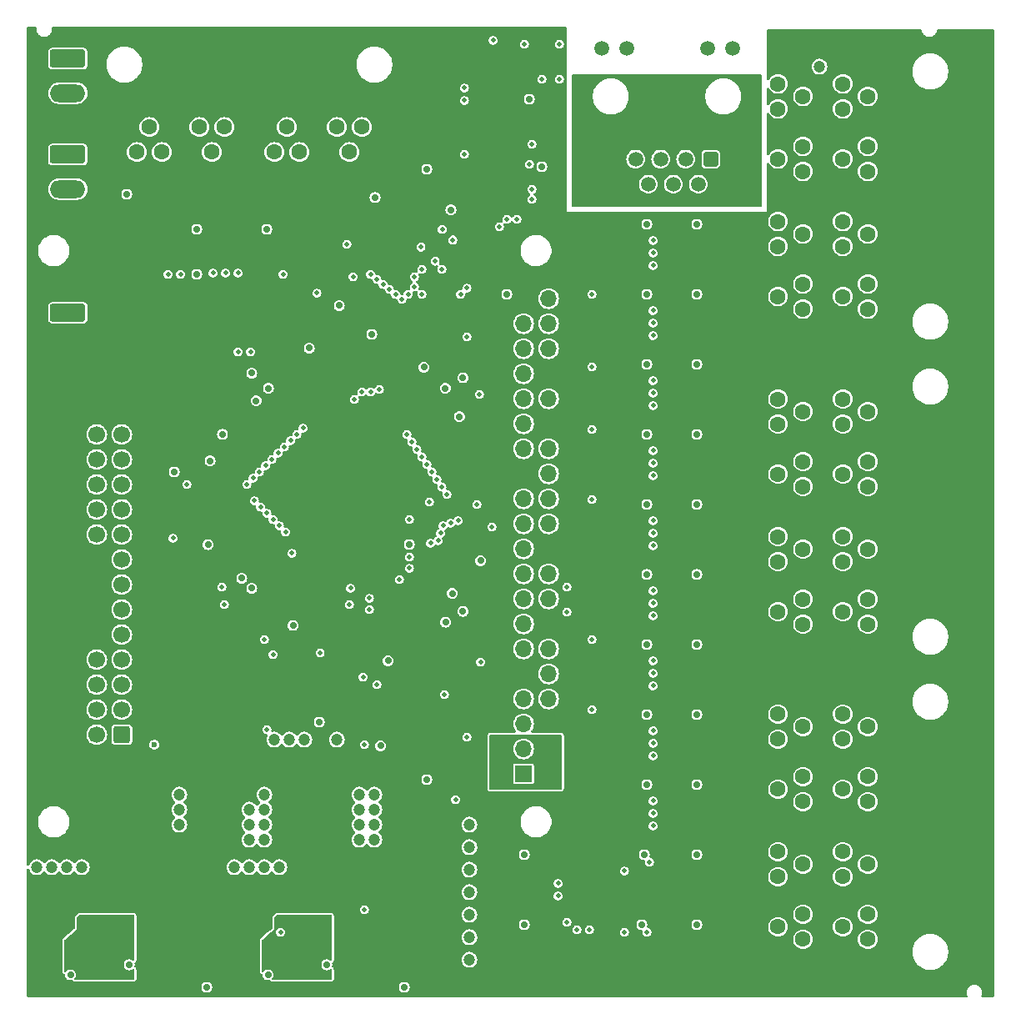
<source format=gbr>
%TF.GenerationSoftware,KiCad,Pcbnew,8.0.5*%
%TF.CreationDate,2025-02-16T21:21:17+01:00*%
%TF.ProjectId,stmbl-fpga-master,73746d62-6c2d-4667-9067-612d6d617374,rev?*%
%TF.SameCoordinates,Original*%
%TF.FileFunction,Copper,L2,Inr*%
%TF.FilePolarity,Positive*%
%FSLAX46Y46*%
G04 Gerber Fmt 4.6, Leading zero omitted, Abs format (unit mm)*
G04 Created by KiCad (PCBNEW 8.0.5) date 2025-02-16 21:21:17*
%MOMM*%
%LPD*%
G01*
G04 APERTURE LIST*
G04 Aperture macros list*
%AMRoundRect*
0 Rectangle with rounded corners*
0 $1 Rounding radius*
0 $2 $3 $4 $5 $6 $7 $8 $9 X,Y pos of 4 corners*
0 Add a 4 corners polygon primitive as box body*
4,1,4,$2,$3,$4,$5,$6,$7,$8,$9,$2,$3,0*
0 Add four circle primitives for the rounded corners*
1,1,$1+$1,$2,$3*
1,1,$1+$1,$4,$5*
1,1,$1+$1,$6,$7*
1,1,$1+$1,$8,$9*
0 Add four rect primitives between the rounded corners*
20,1,$1+$1,$2,$3,$4,$5,0*
20,1,$1+$1,$4,$5,$6,$7,0*
20,1,$1+$1,$6,$7,$8,$9,0*
20,1,$1+$1,$8,$9,$2,$3,0*%
G04 Aperture macros list end*
%TA.AperFunction,ComponentPad*%
%ADD10O,3.600000X1.800000*%
%TD*%
%TA.AperFunction,ComponentPad*%
%ADD11RoundRect,0.250000X-1.550000X0.650000X-1.550000X-0.650000X1.550000X-0.650000X1.550000X0.650000X0*%
%TD*%
%TA.AperFunction,ComponentPad*%
%ADD12C,1.600000*%
%TD*%
%TA.AperFunction,ComponentPad*%
%ADD13RoundRect,0.250000X0.600000X0.600000X-0.600000X0.600000X-0.600000X-0.600000X0.600000X-0.600000X0*%
%TD*%
%TA.AperFunction,ComponentPad*%
%ADD14C,1.700000*%
%TD*%
%TA.AperFunction,ComponentPad*%
%ADD15C,2.500000*%
%TD*%
%TA.AperFunction,ComponentPad*%
%ADD16C,1.500000*%
%TD*%
%TA.AperFunction,ComponentPad*%
%ADD17RoundRect,0.250500X0.499500X0.499500X-0.499500X0.499500X-0.499500X-0.499500X0.499500X-0.499500X0*%
%TD*%
%TA.AperFunction,ComponentPad*%
%ADD18O,1.700000X1.700000*%
%TD*%
%TA.AperFunction,ComponentPad*%
%ADD19R,1.700000X1.700000*%
%TD*%
%TA.AperFunction,ViaPad*%
%ADD20C,0.700000*%
%TD*%
%TA.AperFunction,ViaPad*%
%ADD21C,1.200000*%
%TD*%
%TA.AperFunction,ViaPad*%
%ADD22C,0.500000*%
%TD*%
%TA.AperFunction,ViaPad*%
%ADD23C,0.600000*%
%TD*%
G04 APERTURE END LIST*
D10*
%TO.N,Net-(D101-A)*%
%TO.C,J2*%
X34932500Y-47250000D03*
D11*
%TO.N,+24V*%
X34932500Y-43750000D03*
%TD*%
D10*
%TO.N,GND*%
%TO.C,J1*%
X34932500Y-63305000D03*
D11*
%TO.N,+24V*%
X34932500Y-59805000D03*
%TD*%
D12*
%TO.N,Net-(F62-Pad2)*%
%TO.C,J6*%
X109610000Y-59430000D03*
X107070000Y-58160000D03*
%TO.N,/SSerial 0-11/SSerial 7/B*%
X109610000Y-56890000D03*
%TO.N,GND*%
X107070000Y-55620000D03*
X109610000Y-54350000D03*
%TO.N,/SSerial 0-11/SSerial 7/A*%
X107070000Y-53080000D03*
%TO.N,/SSerial 0-11/SSerial 7/Z*%
X109610000Y-51810000D03*
%TO.N,/SSerial 0-11/SSerial 7/Y*%
X107070000Y-50540000D03*
%TO.N,Net-(F61-Pad2)*%
X109610000Y-45460000D03*
X107070000Y-44190000D03*
%TO.N,/SSerial 0-11/SSerial 6/B*%
X109610000Y-42920000D03*
%TO.N,GND*%
X107070000Y-41650000D03*
X109610000Y-40380000D03*
%TO.N,/SSerial 0-11/SSerial 6/A*%
X107070000Y-39110000D03*
%TO.N,/SSerial 0-11/SSerial 6/Z*%
X109610000Y-37840000D03*
%TO.N,/SSerial 0-11/SSerial 6/Y*%
X107070000Y-36570000D03*
%TO.N,Net-(F62-Pad2)*%
X116190000Y-59430000D03*
X113650000Y-58160000D03*
%TO.N,/SSerial 0-11/SSerial 1/B*%
X116190000Y-56890000D03*
%TO.N,GND*%
X113650000Y-55620000D03*
X116190000Y-54350000D03*
%TO.N,/SSerial 0-11/SSerial 1/A*%
X113650000Y-53080000D03*
%TO.N,/SSerial 0-11/SSerial 1/Z*%
X116190000Y-51810000D03*
%TO.N,/SSerial 0-11/SSerial 1/Y*%
X113650000Y-50540000D03*
%TO.N,Net-(F61-Pad2)*%
X116190000Y-45460000D03*
X113650000Y-44190000D03*
%TO.N,/SSerial 0-11/SSerial 0/B*%
X116190000Y-42920000D03*
%TO.N,GND*%
X113650000Y-41650000D03*
X116190000Y-40380000D03*
%TO.N,/SSerial 0-11/SSerial 0/A*%
X113650000Y-39110000D03*
%TO.N,/SSerial 0-11/SSerial 0/Z*%
X116190000Y-37840000D03*
%TO.N,/SSerial 0-11/SSerial 0/Y*%
X113650000Y-36570000D03*
%TD*%
D13*
%TO.N,/FPGA Bank 0 1/Parallel expansion port/IO0*%
%TO.C,J4*%
X40414000Y-102644000D03*
D14*
%TO.N,/FPGA Bank 0 1/Parallel expansion port/IO1*%
X37874000Y-102644000D03*
%TO.N,/FPGA Bank 0 1/Parallel expansion port/IO2*%
X40414000Y-100104000D03*
%TO.N,/FPGA Bank 0 1/Parallel expansion port/IO3*%
X37874000Y-100104000D03*
%TO.N,/FPGA Bank 0 1/Parallel expansion port/IO4*%
X40414000Y-97564000D03*
%TO.N,/FPGA Bank 0 1/Parallel expansion port/IO5*%
X37874000Y-97564000D03*
%TO.N,/FPGA Bank 0 1/Parallel expansion port/IO6*%
X40414000Y-95024000D03*
%TO.N,/FPGA Bank 0 1/Parallel expansion port/IO7*%
X37874000Y-95024000D03*
%TO.N,/FPGA Bank 0 1/Parallel expansion port/IO8*%
X40414000Y-92484000D03*
%TO.N,GND*%
X37874000Y-92484000D03*
%TO.N,/FPGA Bank 0 1/Parallel expansion port/IO9*%
X40414000Y-89944000D03*
%TO.N,GND*%
X37874000Y-89944000D03*
%TO.N,/FPGA Bank 0 1/Parallel expansion port/IO10*%
X40414000Y-87404000D03*
%TO.N,GND*%
X37874000Y-87404000D03*
%TO.N,/FPGA Bank 0 1/Parallel expansion port/IO11*%
X40414000Y-84864000D03*
%TO.N,GND*%
X37874000Y-84864000D03*
%TO.N,/FPGA Bank 0 1/Parallel expansion port/IO12*%
X40414000Y-82324000D03*
%TO.N,Net-(J4-Pin_18)*%
X37874000Y-82324000D03*
%TO.N,/FPGA Bank 0 1/Parallel expansion port/IO13*%
X40414000Y-79784000D03*
%TO.N,Net-(J4-Pin_18)*%
X37874000Y-79784000D03*
%TO.N,/FPGA Bank 0 1/Parallel expansion port/IO14*%
X40414000Y-77244000D03*
%TO.N,Net-(J4-Pin_18)*%
X37874000Y-77244000D03*
%TO.N,/FPGA Bank 0 1/Parallel expansion port/IO15*%
X40414000Y-74704000D03*
%TO.N,Net-(J4-Pin_18)*%
X37874000Y-74704000D03*
%TO.N,/FPGA Bank 0 1/Parallel expansion port/IO16*%
X40414000Y-72164000D03*
%TO.N,Net-(J4-Pin_18)*%
X37874000Y-72164000D03*
%TD*%
D12*
%TO.N,Net-(F9-Pad2)*%
%TO.C,J9*%
X64798000Y-40952000D03*
X63528000Y-43492000D03*
%TO.N,/SSerial 12-13/SSerial 13/B*%
X62258000Y-40952000D03*
%TO.N,GND*%
X60988000Y-43492000D03*
X59718000Y-40952000D03*
%TO.N,/SSerial 12-13/SSerial 13/A*%
X58448000Y-43492000D03*
%TO.N,/SSerial 12-13/SSerial 13/Z*%
X57178000Y-40952000D03*
%TO.N,/SSerial 12-13/SSerial 13/Y*%
X55908000Y-43492000D03*
%TO.N,Net-(F9-Pad2)*%
X50828000Y-40952000D03*
X49558000Y-43492000D03*
%TO.N,/SSerial 12-13/SSerial 12/B*%
X48288000Y-40952000D03*
%TO.N,GND*%
X47018000Y-43492000D03*
X45748000Y-40952000D03*
%TO.N,/SSerial 12-13/SSerial 12/A*%
X44478000Y-43492000D03*
%TO.N,/SSerial 12-13/SSerial 12/Z*%
X43208000Y-40952000D03*
%TO.N,/SSerial 12-13/SSerial 12/Y*%
X41938000Y-43492000D03*
%TD*%
D10*
%TO.N,Net-(J3-Pin_2)*%
%TO.C,J3*%
X34932500Y-37500000D03*
D11*
%TO.N,+24V*%
X34932500Y-34000000D03*
%TD*%
D15*
%TO.N,GNDS*%
%TO.C,J5*%
X88055000Y-40900000D03*
X103545000Y-40900000D03*
D16*
%TO.N,+3V3*%
X89175000Y-32950000D03*
%TO.N,Net-(J5-Pad11)*%
X91715000Y-32950000D03*
%TO.N,Net-(J5-Pad10)*%
X99885000Y-32950000D03*
%TO.N,+3V3*%
X102425000Y-32950000D03*
%TO.N,GNDS*%
X91360000Y-46750000D03*
%TO.N,unconnected-(J5-NC-Pad7)*%
X92620000Y-44210000D03*
%TO.N,Net-(J5-RD-)*%
X93900000Y-46750000D03*
%TO.N,Net-(J5-RCT)*%
X95160000Y-44210000D03*
X96440000Y-46750000D03*
%TO.N,Net-(J5-RD+)*%
X97700000Y-44210000D03*
%TO.N,Net-(J5-TD-)*%
X98980000Y-46750000D03*
D17*
%TO.N,Net-(J5-TD+)*%
X100240000Y-44210000D03*
%TD*%
D18*
%TO.N,unconnected-(U2-GPIO21{slash}SCLK1-Pad40)*%
%TO.C,U2*%
X83770000Y-58370000D03*
%TO.N,GND*%
X81230000Y-58370000D03*
%TO.N,unconnected-(U2-GPIO20{slash}MOSI1-Pad38)*%
X83770000Y-60910000D03*
%TO.N,unconnected-(U2-GPIO26-Pad37)*%
X81230000Y-60910000D03*
%TO.N,unconnected-(U2-GPIO16-Pad36)*%
X83770000Y-63450000D03*
%TO.N,unconnected-(U2-GPIO19{slash}MISO1-Pad35)*%
X81230000Y-63450000D03*
%TO.N,GND*%
X83770000Y-65990000D03*
%TO.N,unconnected-(U2-PWM1{slash}GPIO13-Pad33)*%
X81230000Y-65990000D03*
%TO.N,unconnected-(U2-PWM0{slash}GPIO12-Pad32)*%
X83770000Y-68530000D03*
%TO.N,unconnected-(U2-GCLK2{slash}GPIO6-Pad31)*%
X81230000Y-68530000D03*
%TO.N,GND*%
X83770000Y-71070000D03*
%TO.N,unconnected-(U2-GCLK1{slash}GPIO5-Pad29)*%
X81230000Y-71070000D03*
%TO.N,Net-(U2-ID_SC{slash}GPIO1)*%
X83770000Y-73610000D03*
%TO.N,Net-(U2-ID_SD{slash}GPIO0)*%
X81230000Y-73610000D03*
%TO.N,unconnected-(U2-~{CE1}{slash}GPIO7-Pad26)*%
X83770000Y-76150000D03*
%TO.N,GND*%
X81230000Y-76150000D03*
%TO.N,/FPGA Bank 2 3/Raspberry Pi/SPICS*%
X83770000Y-78690000D03*
%TO.N,/FPGA Bank 2 3/Raspberry Pi/SCLK*%
X81230000Y-78690000D03*
%TO.N,unconnected-(U2-GPIO25-Pad22)*%
X83770000Y-81230000D03*
%TO.N,/FPGA Bank 2 3/Raspberry Pi/SPIIN*%
X81230000Y-81230000D03*
%TO.N,GND*%
X83770000Y-83770000D03*
%TO.N,/FPGA Bank 2 3/Raspberry Pi/SPIOUT*%
X81230000Y-83770000D03*
%TO.N,unconnected-(U2-GPIO24-Pad18)*%
X83770000Y-86310000D03*
%TO.N,Net-(C701-Pad1)*%
X81230000Y-86310000D03*
%TO.N,unconnected-(U2-GPIO23-Pad16)*%
X83770000Y-88850000D03*
%TO.N,unconnected-(U2-GPIO22-Pad15)*%
X81230000Y-88850000D03*
%TO.N,GND*%
X83770000Y-91390000D03*
%TO.N,unconnected-(U2-GPIO27-Pad13)*%
X81230000Y-91390000D03*
%TO.N,unconnected-(U2-GPIO18{slash}PWM0-Pad12)*%
X83770000Y-93930000D03*
%TO.N,unconnected-(U2-GPIO17-Pad11)*%
X81230000Y-93930000D03*
%TO.N,/FPGA Bank 2 3/Raspberry Pi/RX*%
X83770000Y-96470000D03*
%TO.N,GND*%
X81230000Y-96470000D03*
%TO.N,/FPGA Bank 2 3/Raspberry Pi/TX*%
X83770000Y-99010000D03*
%TO.N,unconnected-(U2-GCLK0{slash}GPIO4-Pad7)*%
X81230000Y-99010000D03*
%TO.N,GND*%
X83770000Y-101550000D03*
%TO.N,/FPGA Bank 2 3/Raspberry Pi/SCL*%
X81230000Y-101550000D03*
%TO.N,+5V*%
X83770000Y-104090000D03*
%TO.N,/FPGA Bank 2 3/Raspberry Pi/SDA*%
X81230000Y-104090000D03*
%TO.N,+5V*%
X83770000Y-106630000D03*
D19*
%TO.N,Net-(C702-Pad1)*%
X81230000Y-106630000D03*
%TD*%
D12*
%TO.N,Net-(F82-Pad2)*%
%TO.C,J8*%
X109610000Y-123430000D03*
X107070000Y-122160000D03*
%TO.N,/SSerial 0-11/SSerial 11/B*%
X109610000Y-120890000D03*
%TO.N,GND*%
X107070000Y-119620000D03*
X109610000Y-118350000D03*
%TO.N,/SSerial 0-11/SSerial 11/A*%
X107070000Y-117080000D03*
%TO.N,/SSerial 0-11/SSerial 11/Z*%
X109610000Y-115810000D03*
%TO.N,/SSerial 0-11/SSerial 11/Y*%
X107070000Y-114540000D03*
%TO.N,Net-(F81-Pad2)*%
X109610000Y-109460000D03*
X107070000Y-108190000D03*
%TO.N,/SSerial 0-11/SSerial 10/B*%
X109610000Y-106920000D03*
%TO.N,GND*%
X107070000Y-105650000D03*
X109610000Y-104380000D03*
%TO.N,/SSerial 0-11/SSerial 10/A*%
X107070000Y-103110000D03*
%TO.N,/SSerial 0-11/SSerial 10/Z*%
X109610000Y-101840000D03*
%TO.N,/SSerial 0-11/SSerial 10/Y*%
X107070000Y-100570000D03*
%TO.N,Net-(F82-Pad2)*%
X116190000Y-123430000D03*
X113650000Y-122160000D03*
%TO.N,/SSerial 0-11/SSerial 5/B*%
X116190000Y-120890000D03*
%TO.N,GND*%
X113650000Y-119620000D03*
X116190000Y-118350000D03*
%TO.N,/SSerial 0-11/SSerial 5/A*%
X113650000Y-117080000D03*
%TO.N,/SSerial 0-11/SSerial 5/Z*%
X116190000Y-115810000D03*
%TO.N,/SSerial 0-11/SSerial 5/Y*%
X113650000Y-114540000D03*
%TO.N,Net-(F81-Pad2)*%
X116190000Y-109460000D03*
X113650000Y-108190000D03*
%TO.N,/SSerial 0-11/SSerial 4/B*%
X116190000Y-106920000D03*
%TO.N,GND*%
X113650000Y-105650000D03*
X116190000Y-104380000D03*
%TO.N,/SSerial 0-11/SSerial 4/A*%
X113650000Y-103110000D03*
%TO.N,/SSerial 0-11/SSerial 4/Z*%
X116190000Y-101840000D03*
%TO.N,/SSerial 0-11/SSerial 4/Y*%
X113650000Y-100570000D03*
%TD*%
%TO.N,Net-(F72-Pad2)*%
%TO.C,J7*%
X109610000Y-91430000D03*
X107070000Y-90160000D03*
%TO.N,/SSerial 0-11/SSerial 9/B*%
X109610000Y-88890000D03*
%TO.N,GND*%
X107070000Y-87620000D03*
X109610000Y-86350000D03*
%TO.N,/SSerial 0-11/SSerial 9/A*%
X107070000Y-85080000D03*
%TO.N,/SSerial 0-11/SSerial 9/Z*%
X109610000Y-83810000D03*
%TO.N,/SSerial 0-11/SSerial 9/Y*%
X107070000Y-82540000D03*
%TO.N,Net-(F71-Pad2)*%
X109610000Y-77460000D03*
X107070000Y-76190000D03*
%TO.N,/SSerial 0-11/SSerial 8/B*%
X109610000Y-74920000D03*
%TO.N,GND*%
X107070000Y-73650000D03*
X109610000Y-72380000D03*
%TO.N,/SSerial 0-11/SSerial 8/A*%
X107070000Y-71110000D03*
%TO.N,/SSerial 0-11/SSerial 8/Z*%
X109610000Y-69840000D03*
%TO.N,/SSerial 0-11/SSerial 8/Y*%
X107070000Y-68570000D03*
%TO.N,Net-(F72-Pad2)*%
X116190000Y-91430000D03*
X113650000Y-90160000D03*
%TO.N,/SSerial 0-11/SSerial 3/B*%
X116190000Y-88890000D03*
%TO.N,GND*%
X113650000Y-87620000D03*
X116190000Y-86350000D03*
%TO.N,/SSerial 0-11/SSerial 3/A*%
X113650000Y-85080000D03*
%TO.N,/SSerial 0-11/SSerial 3/Z*%
X116190000Y-83810000D03*
%TO.N,/SSerial 0-11/SSerial 3/Y*%
X113650000Y-82540000D03*
%TO.N,Net-(F71-Pad2)*%
X116190000Y-77460000D03*
X113650000Y-76190000D03*
%TO.N,/SSerial 0-11/SSerial 2/B*%
X116190000Y-74920000D03*
%TO.N,GND*%
X113650000Y-73650000D03*
X116190000Y-72380000D03*
%TO.N,/SSerial 0-11/SSerial 2/A*%
X113650000Y-71110000D03*
%TO.N,/SSerial 0-11/SSerial 2/Z*%
X116190000Y-69840000D03*
%TO.N,/SSerial 0-11/SSerial 2/Y*%
X113650000Y-68570000D03*
%TD*%
D20*
%TO.N,+3V3*%
X71402000Y-45240000D03*
D21*
%TO.N,GND*%
X81308000Y-35842000D03*
X64544000Y-126012000D03*
D22*
X42954000Y-99850000D03*
D20*
X78006000Y-57940000D03*
D21*
X51844000Y-123218000D03*
D20*
X95278000Y-79276000D03*
D21*
X53368000Y-126266000D03*
D22*
X51590000Y-89944000D03*
D20*
X66957000Y-62258000D03*
D21*
X42954000Y-124488000D03*
D20*
X78260000Y-112042000D03*
D21*
X44478000Y-124488000D03*
D20*
X90198000Y-107724000D03*
D21*
X31778000Y-123218000D03*
D20*
X72372231Y-66585667D03*
D21*
X53368000Y-37874000D03*
D20*
X95278000Y-72164000D03*
D21*
X63020000Y-127536000D03*
D20*
X77498000Y-121440000D03*
X67214739Y-47032954D03*
D21*
X53368000Y-127790000D03*
D20*
X89690000Y-121948000D03*
X60607000Y-62258000D03*
X56387375Y-66406062D03*
X90198000Y-65052000D03*
D21*
X63020000Y-124488000D03*
D20*
X90198000Y-93500000D03*
D21*
X33302000Y-123218000D03*
D20*
X95278000Y-50828000D03*
X90198000Y-79276000D03*
D21*
X31778000Y-127790000D03*
D20*
X41176000Y-46510000D03*
D21*
X31778000Y-124742000D03*
X64544000Y-124488000D03*
D20*
X78768000Y-113312000D03*
X56162000Y-97818000D03*
X95278000Y-100612000D03*
X58901846Y-92628410D03*
X95278000Y-107724000D03*
D21*
X51844000Y-124742000D03*
X51844000Y-126266000D03*
D20*
X52974877Y-69818559D03*
D21*
X51844000Y-127790000D03*
X42954000Y-122964000D03*
D20*
X51717000Y-71021000D03*
D22*
X46510000Y-89944000D03*
D21*
X48288000Y-108740000D03*
D20*
X95278000Y-114836000D03*
X67846000Y-103660000D03*
X80800000Y-45494000D03*
X76015390Y-55115185D03*
X95278000Y-121948000D03*
D21*
X31778000Y-126266000D03*
D20*
X76228000Y-92738000D03*
X48034000Y-54892000D03*
X51463000Y-85626000D03*
X95278000Y-86388000D03*
X69624000Y-82070000D03*
D22*
X62385000Y-52860000D03*
D21*
X42954000Y-126012000D03*
D20*
X72545000Y-91976000D03*
X48305144Y-73769872D03*
X78133000Y-84229000D03*
D21*
X44478000Y-122964000D03*
X64544000Y-122964000D03*
D20*
X70037364Y-64250800D03*
X61369000Y-57940000D03*
X74578550Y-61221759D03*
X54765000Y-88928000D03*
X83086000Y-46256000D03*
D21*
X53368000Y-123218000D03*
D20*
X74704000Y-87658000D03*
D21*
X44478000Y-126012000D03*
X63020000Y-122964000D03*
D20*
X95278000Y-57940000D03*
D22*
X49812000Y-64036000D03*
D20*
X90198000Y-72164000D03*
X90198000Y-100612000D03*
D21*
X54384000Y-121948000D03*
D20*
X90198000Y-57940000D03*
X95278000Y-93500000D03*
X74937760Y-50445451D03*
X95278000Y-65052000D03*
D21*
X59464000Y-108740000D03*
D20*
X75784728Y-69279744D03*
X68608000Y-94008000D03*
X55146000Y-54892000D03*
X90198000Y-50828000D03*
D21*
X59972000Y-128425000D03*
X33302000Y-124742000D03*
D20*
X90198000Y-86388000D03*
D21*
X53368000Y-124742000D03*
D20*
X63528000Y-100104000D03*
D21*
X42954000Y-127536000D03*
D20*
X44986000Y-103660000D03*
D21*
X33302000Y-127790000D03*
X33302000Y-126266000D03*
X34318000Y-121948000D03*
D22*
X69624000Y-34826000D03*
D20*
X48034000Y-82197000D03*
X40922000Y-51336000D03*
X81816000Y-39652000D03*
X63020000Y-46891000D03*
D21*
X44478000Y-127536000D03*
D20*
X89944000Y-114836000D03*
X44224000Y-75974000D03*
D21*
X64544000Y-127536000D03*
X63020000Y-126012000D03*
D20*
X48034000Y-59464000D03*
D21*
X39906000Y-128425000D03*
%TO.N,+1V2*%
X66068000Y-111788000D03*
X66068000Y-110264000D03*
D20*
X75066307Y-90113938D03*
D21*
X62258000Y-103152000D03*
X64544000Y-110264000D03*
X66068000Y-113312000D03*
D20*
X52606000Y-86769000D03*
X53622000Y-65941000D03*
D21*
X64544000Y-108740000D03*
X64544000Y-113312000D03*
D20*
X50640011Y-72153426D03*
D21*
X66068000Y-108740000D03*
X64544000Y-111788000D03*
D20*
X75066307Y-66406062D03*
%TO.N,+3V3*%
X57824216Y-91550779D03*
D22*
X76736000Y-68100000D03*
D20*
X93754000Y-93500000D03*
D22*
X47018000Y-77244000D03*
D20*
X98834000Y-107724000D03*
X93754000Y-65052000D03*
D22*
X78133000Y-32159000D03*
D20*
X93246000Y-121948000D03*
D21*
X54892000Y-113312000D03*
D20*
X55309744Y-67483693D03*
X93754000Y-72164000D03*
D21*
X53368000Y-111788000D03*
X58956000Y-103152000D03*
D20*
X66703000Y-103787000D03*
D21*
X57432000Y-103152000D03*
D20*
X98834000Y-114836000D03*
D21*
X53368000Y-110264000D03*
D20*
X79530000Y-57940000D03*
D22*
X87912000Y-122456000D03*
D20*
X98834000Y-72164000D03*
D21*
X53368000Y-113312000D03*
D20*
X55146000Y-51336000D03*
X98834000Y-50828000D03*
D22*
X60555363Y-94337363D03*
D20*
X74707097Y-70357375D03*
X98834000Y-79276000D03*
X98834000Y-57940000D03*
X93754000Y-79276000D03*
X69624000Y-83340000D03*
X98834000Y-93500000D03*
X71114995Y-65328431D03*
X81308000Y-121948000D03*
X67465000Y-95151000D03*
D22*
X74323000Y-109248000D03*
D20*
X73307000Y-91214000D03*
D21*
X54892000Y-111788000D03*
D20*
X66137108Y-48110585D03*
X81816000Y-38128000D03*
D22*
X81308000Y-32540000D03*
D20*
X93754000Y-50828000D03*
D21*
X54892000Y-110264000D03*
D20*
X81308000Y-114836000D03*
X48034000Y-51336000D03*
X40922000Y-47780000D03*
X62512000Y-59083000D03*
X71402000Y-107216000D03*
X73270256Y-67483693D03*
X54052508Y-68740929D03*
X93500000Y-114836000D03*
X98834000Y-121948000D03*
X98834000Y-86388000D03*
X93754000Y-100612000D03*
X49177000Y-83340000D03*
X53622000Y-87785000D03*
X93754000Y-107724000D03*
D21*
X54892000Y-108740000D03*
D20*
X98834000Y-100612000D03*
X49382775Y-74847503D03*
D22*
X84864000Y-32540000D03*
D20*
X93754000Y-86388000D03*
X73988677Y-88317887D03*
X48034000Y-55908000D03*
X76863000Y-84991000D03*
X98834000Y-65052000D03*
D21*
X55908000Y-103152000D03*
D20*
X59464000Y-63401000D03*
X65814000Y-62004000D03*
X93754000Y-57940000D03*
X45748000Y-75974000D03*
D22*
%TO.N,/FPGA Bank 2 3/HSWAPEN*%
X64036000Y-68608000D03*
%TO.N,/FPGA Bank 0 1/M1*%
X54892000Y-92992000D03*
X55781000Y-94516000D03*
%TO.N,/FPGA Bank 0 1/~{RESET}*%
X63528000Y-89436000D03*
X64925000Y-96802000D03*
X65560000Y-88801000D03*
%TO.N,/FPGA Bank 0 1/GCLK*%
X45621000Y-82705000D03*
X50574000Y-87658000D03*
%TO.N,/FPGA Bank 2 3/LED0*%
X64798000Y-67846000D03*
X78768000Y-51082000D03*
%TO.N,/FPGA Bank 2 3/LED1*%
X65687000Y-67846000D03*
X79530000Y-50320000D03*
%TO.N,/FPGA Bank 2 3/LED2*%
X80546000Y-50320000D03*
X66576000Y-67592000D03*
%TO.N,/FPGA Bank 2 3/TX6*%
X88166000Y-57940000D03*
X69878000Y-72926000D03*
%TO.N,/FPGA Bank 2 3/TX2*%
X72799000Y-82197000D03*
X88166000Y-92992000D03*
%TO.N,/FPGA Bank 2 3/TX9*%
X71783000Y-83213000D03*
X88166000Y-100104000D03*
%TO.N,/FPGA Bank 2 3/TX3*%
X85626000Y-87658000D03*
X73815000Y-81181000D03*
%TO.N,/FPGA Bank 2 3/TX7*%
X71910000Y-75974000D03*
X88166000Y-71656000D03*
%TO.N,/FPGA Bank 2 3/EXT_PWR*%
X65052000Y-103660000D03*
X65560000Y-89944000D03*
X56543000Y-122710000D03*
X65052000Y-120424000D03*
D21*
%TO.N,+5V*%
X46256000Y-110264000D03*
X78768000Y-103914000D03*
D20*
X60480000Y-101374000D03*
X35207000Y-127028000D03*
D21*
X78768000Y-106962000D03*
X46256000Y-111788000D03*
D20*
X41176000Y-126012000D03*
D21*
X46256000Y-108740000D03*
X78768000Y-105438000D03*
D20*
X49050000Y-128298000D03*
D22*
%TO.N,/FPGA Bank 2 3/RX4*%
X73053000Y-81435000D03*
X85626000Y-90198000D03*
%TO.N,/FPGA Bank 2 3/TX12*%
X46383000Y-55908000D03*
X56416000Y-81435000D03*
%TO.N,/FPGA Bank 2 3/TX13*%
X53876000Y-78895000D03*
X53495000Y-63782000D03*
%TO.N,/FPGA Bank 2 3/RX10*%
X94389000Y-109375000D03*
X69624000Y-85753000D03*
D21*
%TO.N,+24V*%
X31778000Y-116106000D03*
X33302000Y-116106000D03*
X34826000Y-116106000D03*
X36350000Y-116106000D03*
X56416000Y-116106000D03*
X53368000Y-116106000D03*
X54892000Y-116106000D03*
X51844000Y-116106000D03*
D20*
%TO.N,+5VP*%
X61242000Y-126012000D03*
X69116000Y-128298000D03*
X55273000Y-127028000D03*
D22*
%TO.N,/FPGA Bank 2 3/RX8*%
X73434000Y-78260000D03*
X94389000Y-80927000D03*
%TO.N,/FPGA Bank 2 3/RX12*%
X49685000Y-55781000D03*
X55781000Y-80800000D03*
%TO.N,/FPGA Bank 2 3/RX1*%
X94389000Y-73815000D03*
X72418000Y-76736000D03*
%TO.N,/FPGA Misc/DONE*%
X66322000Y-97564000D03*
X75466000Y-102898000D03*
%TO.N,/FPGA Bank 0 1/~{INIT}*%
X73180000Y-98580000D03*
X63655000Y-87785000D03*
%TO.N,/FPGA Bank 2 3/RX6*%
X69370000Y-72164000D03*
X94389000Y-52479000D03*
%TO.N,/FPGA Bank 2 3/RX13*%
X56797000Y-55908000D03*
X55146000Y-80165000D03*
%TO.N,/FPGA Bank 2 3/TX13EN*%
X52225000Y-63782000D03*
X54511000Y-79530000D03*
%TO.N,/FPGA Bank 2 3/TX1*%
X88166000Y-78768000D03*
X72926000Y-77498000D03*
%TO.N,/FPGA Bank 2 3/RX2*%
X74577000Y-80927000D03*
X94389000Y-88039000D03*
%TO.N,/FPGA Bank 2 3/RX3*%
X69624000Y-84610000D03*
X94389000Y-102263000D03*
%TO.N,/FPGA Bank 2 3/RX7*%
X94389000Y-66703000D03*
X71402000Y-75212000D03*
%TO.N,/FPGA Bank 2 3/RX9*%
X72545000Y-82959000D03*
X94389000Y-95151000D03*
%TO.N,/SSerial 0-11/SSerial 7/Z*%
X94389000Y-67973000D03*
%TO.N,/SSerial 0-11/SSerial 6/Y*%
X94389000Y-55019000D03*
%TO.N,/SSerial 0-11/SSerial 0/Y*%
X94389000Y-62131000D03*
%TO.N,/SSerial 0-11/SSerial 7/Y*%
X94389000Y-69243000D03*
%TO.N,/SSerial 0-11/SSerial 0/Z*%
X94389000Y-60861000D03*
%TO.N,/SSerial 0-11/SSerial 6/Z*%
X94389000Y-53749000D03*
%TO.N,/SSerial 0-11/SSerial 1/Z*%
X94389000Y-75085000D03*
%TO.N,/SSerial 0-11/SSerial 1/Y*%
X94389000Y-76355000D03*
%TO.N,/SSerial 0-11/SSerial 2/Y*%
X94389000Y-90579000D03*
%TO.N,/SSerial 0-11/SSerial 3/Y*%
X94389000Y-104803000D03*
%TO.N,/SSerial 0-11/SSerial 9/Y*%
X94389000Y-97691000D03*
%TO.N,/SSerial 0-11/SSerial 2/Z*%
X94389000Y-89309000D03*
%TO.N,/SSerial 0-11/SSerial 3/Z*%
X94389000Y-103533000D03*
%TO.N,/SSerial 0-11/SSerial 8/Z*%
X94389000Y-82197000D03*
%TO.N,/SSerial 0-11/SSerial 9/Z*%
X94389000Y-96421000D03*
%TO.N,/SSerial 0-11/SSerial 8/Y*%
X94389000Y-83467000D03*
%TO.N,/SSerial 0-11/SSerial 5/Y*%
X84737000Y-119027000D03*
%TO.N,/SSerial 0-11/SSerial 10/Y*%
X94389000Y-111915000D03*
%TO.N,/SSerial 0-11/SSerial 11/Z*%
X93754000Y-122710000D03*
%TO.N,/SSerial 0-11/SSerial 4/Y*%
X94008000Y-115598000D03*
%TO.N,/SSerial 0-11/SSerial 4/Z*%
X91468000Y-116487000D03*
%TO.N,/SSerial 0-11/SSerial 5/B*%
X86642000Y-122456000D03*
%TO.N,/SSerial 0-11/SSerial 5/Z*%
X84737000Y-117757000D03*
%TO.N,/SSerial 0-11/SSerial 5/A*%
X85626000Y-121694000D03*
%TO.N,/SSerial 0-11/SSerial 11/Y*%
X91468000Y-122710000D03*
%TO.N,/SSerial 0-11/SSerial 10/Z*%
X94389000Y-110645000D03*
%TO.N,/SSerial 12-13/SSerial 13/Z*%
X50955000Y-55781000D03*
%TO.N,/SSerial 12-13/SSerial 13/Y*%
X52225000Y-55781000D03*
%TO.N,/FPGA Bank 0 1/Ethernet/~{RST}*%
X57559000Y-72799000D03*
X69497000Y-57940000D03*
%TO.N,/FPGA Bank 0 1/Ethernet/DIO*%
X75212000Y-43716000D03*
X70132000Y-56162000D03*
%TO.N,/FPGA Bank 0 1/Ethernet/SD15*%
X56289000Y-74069000D03*
X68227000Y-57940000D03*
%TO.N,/FPGA Bank 0 1/Ethernet/SD13*%
X55019000Y-75339000D03*
X66957000Y-56924000D03*
%TO.N,/FPGA Bank 0 1/Ethernet/SD11*%
X65687000Y-55908000D03*
X53749000Y-76609000D03*
%TO.N,/FPGA Bank 0 1/Ethernet/SD12*%
X54384000Y-75974000D03*
X66322000Y-56416000D03*
%TO.N,/FPGA Bank 0 1/Ethernet/SD14*%
X67592000Y-57432000D03*
X55654000Y-74704000D03*
%TO.N,/FPGA Bank 0 1/Ethernet/SD10*%
X53114000Y-77244000D03*
X63909000Y-56162000D03*
%TO.N,/FPGA Bank 0 1/Ethernet/SD8*%
X63274000Y-52860000D03*
X60226000Y-57813000D03*
%TO.N,/FPGA Bank 0 1/Parallel expansion port/FPGA_IO8*%
X50828000Y-89436000D03*
X57686000Y-84229000D03*
%TO.N,/FPGA Bank 0 1/Ethernet/CMD*%
X74831000Y-57940000D03*
X58829000Y-71529000D03*
%TO.N,/FPGA Bank 2 3/Raspberry Pi/RX*%
X76863000Y-95278000D03*
X68608000Y-86896000D03*
%TO.N,/FPGA Bank 0 1/Ethernet/~{CS}*%
X58194000Y-72164000D03*
X75466000Y-57305000D03*
%TO.N,/FPGA Bank 0 1/Ethernet/CLOCK*%
X68862000Y-58448000D03*
X56924000Y-73434000D03*
%TO.N,/FPGA Bank 0 1/Ethernet/CS*%
X75212000Y-36985000D03*
X72926000Y-55400000D03*
%TO.N,/FPGA Bank 0 1/Ethernet/SCLK*%
X70894000Y-55400000D03*
X75212000Y-38255000D03*
%TO.N,/FPGA Bank 2 3/RX0*%
X94389000Y-59591000D03*
X70386000Y-73688000D03*
%TO.N,/FPGA Bank 2 3/TX12EN*%
X57051000Y-82070000D03*
X45113000Y-55908000D03*
%TO.N,/FPGA Bank 2 3/TX0*%
X88166000Y-65306000D03*
X70894000Y-74450000D03*
D20*
%TO.N,Net-(J5-RCT)*%
X83086000Y-44986000D03*
X73850936Y-49358628D03*
D21*
%TO.N,Net-(JP43-A)*%
X75720000Y-125504000D03*
%TO.N,Net-(F9-Pad2)*%
X111280000Y-34826000D03*
%TO.N,Net-(F61-Pad2)*%
X75720000Y-123218000D03*
%TO.N,Net-(F62-Pad2)*%
X75720000Y-120932000D03*
%TO.N,Net-(F71-Pad2)*%
X75720000Y-118646000D03*
%TO.N,Net-(F72-Pad2)*%
X75720000Y-116360000D03*
%TO.N,Net-(F81-Pad2)*%
X75720000Y-111788000D03*
%TO.N,Net-(F82-Pad2)*%
X75720000Y-114074000D03*
D22*
%TO.N,Net-(J5-RD+)*%
X82070000Y-48288000D03*
X72243683Y-54576369D03*
%TO.N,Net-(J5-RD-)*%
X74039733Y-52421108D03*
X82070000Y-47272000D03*
%TO.N,Net-(J5-TD-)*%
X81816000Y-44732000D03*
X72962102Y-51343477D03*
%TO.N,Net-(J5-TD+)*%
X82070000Y-42700000D03*
X70806842Y-53139528D03*
%TO.N,Net-(J10-Pin_1)*%
X76482000Y-79276000D03*
%TO.N,Net-(J10-Pin_3)*%
X78006000Y-81562000D03*
%TO.N,Net-(J10-Pin_2)*%
X71656000Y-79022000D03*
%TO.N,Net-(J10-Pin_4)*%
X69624000Y-80800000D03*
%TO.N,Net-(JP2-B)*%
X75466000Y-62258000D03*
%TO.N,Net-(JP41-C)*%
X55146000Y-102136000D03*
D23*
%TO.N,Net-(JP42-C)*%
X43716000Y-103660000D03*
%TO.N,Net-(U201-AGND)*%
X35715000Y-126012000D03*
X39906000Y-124488000D03*
X39906000Y-123726000D03*
X39906000Y-122964000D03*
X34953000Y-126012000D03*
X36477000Y-126012000D03*
%TO.N,Net-(U202-AGND)*%
X56543000Y-126012000D03*
X59972000Y-123726000D03*
X59972000Y-124488000D03*
X59972000Y-122964000D03*
X55019000Y-126012000D03*
X55781000Y-126012000D03*
D22*
%TO.N,Net-(U601-P1LED0)*%
X84864000Y-36096000D03*
X70894000Y-57940000D03*
%TO.N,Net-(U601-P1LED1)*%
X83086000Y-36096000D03*
X70132000Y-57178000D03*
%TD*%
%TA.AperFunction,Conductor*%
%TO.N,GND*%
G36*
X31714756Y-30781685D02*
G01*
X31760511Y-30834489D01*
X31770455Y-30903647D01*
X31769335Y-30910186D01*
X31763500Y-30939521D01*
X31763500Y-31092479D01*
X31763500Y-31092481D01*
X31763499Y-31092481D01*
X31793339Y-31242491D01*
X31793342Y-31242501D01*
X31851873Y-31383809D01*
X31851875Y-31383812D01*
X31936849Y-31510985D01*
X31936855Y-31510993D01*
X32045006Y-31619144D01*
X32045014Y-31619150D01*
X32172187Y-31704124D01*
X32172190Y-31704126D01*
X32313498Y-31762657D01*
X32313503Y-31762659D01*
X32313507Y-31762659D01*
X32313508Y-31762660D01*
X32463518Y-31792500D01*
X32463521Y-31792500D01*
X32616481Y-31792500D01*
X32717404Y-31772424D01*
X32766497Y-31762659D01*
X32907811Y-31704125D01*
X33034990Y-31619147D01*
X33143147Y-31510990D01*
X33228125Y-31383811D01*
X33286659Y-31242497D01*
X33296468Y-31193186D01*
X33316500Y-31092481D01*
X33316500Y-30939520D01*
X33310666Y-30910193D01*
X33316892Y-30840601D01*
X33359755Y-30785424D01*
X33425644Y-30762178D01*
X33432283Y-30762000D01*
X85502000Y-30762000D01*
X85569039Y-30781685D01*
X85614794Y-30834489D01*
X85626000Y-30886000D01*
X85626000Y-49558000D01*
X105946000Y-49558000D01*
X105946000Y-45460000D01*
X108604659Y-45460000D01*
X108623975Y-45656129D01*
X108681188Y-45844733D01*
X108774086Y-46018532D01*
X108774090Y-46018539D01*
X108899116Y-46170883D01*
X109051460Y-46295909D01*
X109051467Y-46295913D01*
X109225266Y-46388811D01*
X109225269Y-46388811D01*
X109225273Y-46388814D01*
X109413868Y-46446024D01*
X109610000Y-46465341D01*
X109806132Y-46446024D01*
X109994727Y-46388814D01*
X110168538Y-46295910D01*
X110320883Y-46170883D01*
X110445910Y-46018538D01*
X110538814Y-45844727D01*
X110596024Y-45656132D01*
X110615341Y-45460000D01*
X115184659Y-45460000D01*
X115203975Y-45656129D01*
X115261188Y-45844733D01*
X115354086Y-46018532D01*
X115354090Y-46018539D01*
X115479116Y-46170883D01*
X115631460Y-46295909D01*
X115631467Y-46295913D01*
X115805266Y-46388811D01*
X115805269Y-46388811D01*
X115805273Y-46388814D01*
X115993868Y-46446024D01*
X116190000Y-46465341D01*
X116386132Y-46446024D01*
X116574727Y-46388814D01*
X116748538Y-46295910D01*
X116900883Y-46170883D01*
X117025910Y-46018538D01*
X117118814Y-45844727D01*
X117176024Y-45656132D01*
X117195341Y-45460000D01*
X117176024Y-45263868D01*
X117118814Y-45075273D01*
X117118811Y-45075269D01*
X117118811Y-45075266D01*
X117025913Y-44901467D01*
X117025909Y-44901460D01*
X116900883Y-44749116D01*
X116748539Y-44624090D01*
X116748532Y-44624086D01*
X116574733Y-44531188D01*
X116574727Y-44531186D01*
X116425562Y-44485937D01*
X116386129Y-44473975D01*
X116190000Y-44454659D01*
X115993870Y-44473975D01*
X115805266Y-44531188D01*
X115631467Y-44624086D01*
X115631460Y-44624090D01*
X115479116Y-44749116D01*
X115354090Y-44901460D01*
X115354086Y-44901467D01*
X115261188Y-45075266D01*
X115203975Y-45263870D01*
X115184659Y-45460000D01*
X110615341Y-45460000D01*
X110596024Y-45263868D01*
X110538814Y-45075273D01*
X110538811Y-45075269D01*
X110538811Y-45075266D01*
X110445913Y-44901467D01*
X110445909Y-44901460D01*
X110320883Y-44749116D01*
X110168539Y-44624090D01*
X110168532Y-44624086D01*
X109994733Y-44531188D01*
X109994727Y-44531186D01*
X109845562Y-44485937D01*
X109806129Y-44473975D01*
X109610000Y-44454659D01*
X109413870Y-44473975D01*
X109225266Y-44531188D01*
X109051467Y-44624086D01*
X109051460Y-44624090D01*
X108899116Y-44749116D01*
X108774090Y-44901460D01*
X108774086Y-44901467D01*
X108681188Y-45075266D01*
X108623975Y-45263870D01*
X108604659Y-45460000D01*
X105946000Y-45460000D01*
X105946000Y-44704596D01*
X105965685Y-44637557D01*
X106018489Y-44591802D01*
X106087647Y-44581858D01*
X106151203Y-44610883D01*
X106179358Y-44646143D01*
X106234086Y-44748532D01*
X106234090Y-44748539D01*
X106359116Y-44900883D01*
X106511460Y-45025909D01*
X106511467Y-45025913D01*
X106685266Y-45118811D01*
X106685269Y-45118811D01*
X106685273Y-45118814D01*
X106873868Y-45176024D01*
X107070000Y-45195341D01*
X107266132Y-45176024D01*
X107454727Y-45118814D01*
X107628538Y-45025910D01*
X107780883Y-44900883D01*
X107905910Y-44748538D01*
X107989687Y-44591802D01*
X107998811Y-44574733D01*
X107998811Y-44574732D01*
X107998814Y-44574727D01*
X108056024Y-44386132D01*
X108075341Y-44190000D01*
X112644659Y-44190000D01*
X112663975Y-44386129D01*
X112721188Y-44574733D01*
X112814086Y-44748532D01*
X112814090Y-44748539D01*
X112939116Y-44900883D01*
X113091460Y-45025909D01*
X113091467Y-45025913D01*
X113265266Y-45118811D01*
X113265269Y-45118811D01*
X113265273Y-45118814D01*
X113453868Y-45176024D01*
X113650000Y-45195341D01*
X113846132Y-45176024D01*
X114034727Y-45118814D01*
X114208538Y-45025910D01*
X114360883Y-44900883D01*
X114485910Y-44748538D01*
X114569687Y-44591802D01*
X114578811Y-44574733D01*
X114578811Y-44574732D01*
X114578814Y-44574727D01*
X114636024Y-44386132D01*
X114655341Y-44190000D01*
X114636024Y-43993868D01*
X114578814Y-43805273D01*
X114578811Y-43805269D01*
X114578811Y-43805266D01*
X114485913Y-43631467D01*
X114485909Y-43631460D01*
X114360883Y-43479116D01*
X114208539Y-43354090D01*
X114208532Y-43354086D01*
X114034733Y-43261188D01*
X114034727Y-43261186D01*
X113846132Y-43203976D01*
X113846129Y-43203975D01*
X113650000Y-43184659D01*
X113453870Y-43203975D01*
X113265266Y-43261188D01*
X113091467Y-43354086D01*
X113091460Y-43354090D01*
X112939116Y-43479116D01*
X112814090Y-43631460D01*
X112814086Y-43631467D01*
X112721188Y-43805266D01*
X112663975Y-43993870D01*
X112644659Y-44190000D01*
X108075341Y-44190000D01*
X108056024Y-43993868D01*
X107998814Y-43805273D01*
X107998811Y-43805269D01*
X107998811Y-43805266D01*
X107905913Y-43631467D01*
X107905909Y-43631460D01*
X107780883Y-43479116D01*
X107628539Y-43354090D01*
X107628532Y-43354086D01*
X107454733Y-43261188D01*
X107454727Y-43261186D01*
X107266132Y-43203976D01*
X107266129Y-43203975D01*
X107070000Y-43184659D01*
X106873870Y-43203975D01*
X106685266Y-43261188D01*
X106511467Y-43354086D01*
X106511460Y-43354090D01*
X106359116Y-43479116D01*
X106234090Y-43631460D01*
X106234085Y-43631467D01*
X106179358Y-43733856D01*
X106130396Y-43783701D01*
X106062258Y-43799161D01*
X105996578Y-43775329D01*
X105954209Y-43719771D01*
X105946000Y-43675403D01*
X105946000Y-42920000D01*
X108604659Y-42920000D01*
X108623975Y-43116129D01*
X108681188Y-43304733D01*
X108774086Y-43478532D01*
X108774090Y-43478539D01*
X108899116Y-43630883D01*
X109051460Y-43755909D01*
X109051467Y-43755913D01*
X109225266Y-43848811D01*
X109225269Y-43848811D01*
X109225273Y-43848814D01*
X109413868Y-43906024D01*
X109610000Y-43925341D01*
X109806132Y-43906024D01*
X109994727Y-43848814D01*
X110003313Y-43844225D01*
X110116545Y-43783701D01*
X110168538Y-43755910D01*
X110320883Y-43630883D01*
X110445910Y-43478538D01*
X110538814Y-43304727D01*
X110596024Y-43116132D01*
X110615341Y-42920000D01*
X115184659Y-42920000D01*
X115203975Y-43116129D01*
X115261188Y-43304733D01*
X115354086Y-43478532D01*
X115354090Y-43478539D01*
X115479116Y-43630883D01*
X115631460Y-43755909D01*
X115631467Y-43755913D01*
X115805266Y-43848811D01*
X115805269Y-43848811D01*
X115805273Y-43848814D01*
X115993868Y-43906024D01*
X116190000Y-43925341D01*
X116386132Y-43906024D01*
X116574727Y-43848814D01*
X116583313Y-43844225D01*
X116696545Y-43783701D01*
X116748538Y-43755910D01*
X116900883Y-43630883D01*
X117025910Y-43478538D01*
X117118814Y-43304727D01*
X117176024Y-43116132D01*
X117195341Y-42920000D01*
X117176024Y-42723868D01*
X117118814Y-42535273D01*
X117118811Y-42535269D01*
X117118811Y-42535266D01*
X117025913Y-42361467D01*
X117025909Y-42361460D01*
X116900883Y-42209116D01*
X116748539Y-42084090D01*
X116748532Y-42084086D01*
X116574733Y-41991188D01*
X116574727Y-41991186D01*
X116448997Y-41953046D01*
X116386129Y-41933975D01*
X116190000Y-41914659D01*
X115993870Y-41933975D01*
X115805266Y-41991188D01*
X115631467Y-42084086D01*
X115631460Y-42084090D01*
X115479116Y-42209116D01*
X115354090Y-42361460D01*
X115354086Y-42361467D01*
X115261188Y-42535266D01*
X115203975Y-42723870D01*
X115184659Y-42920000D01*
X110615341Y-42920000D01*
X110596024Y-42723868D01*
X110538814Y-42535273D01*
X110538811Y-42535269D01*
X110538811Y-42535266D01*
X110445913Y-42361467D01*
X110445909Y-42361460D01*
X110320883Y-42209116D01*
X110168539Y-42084090D01*
X110168532Y-42084086D01*
X109994733Y-41991188D01*
X109994727Y-41991186D01*
X109868997Y-41953046D01*
X109806129Y-41933975D01*
X109610000Y-41914659D01*
X109413870Y-41933975D01*
X109225266Y-41991188D01*
X109051467Y-42084086D01*
X109051460Y-42084090D01*
X108899116Y-42209116D01*
X108774090Y-42361460D01*
X108774086Y-42361467D01*
X108681188Y-42535266D01*
X108623975Y-42723870D01*
X108604659Y-42920000D01*
X105946000Y-42920000D01*
X105946000Y-39624596D01*
X105965685Y-39557557D01*
X106018489Y-39511802D01*
X106087647Y-39501858D01*
X106151203Y-39530883D01*
X106179358Y-39566143D01*
X106234086Y-39668532D01*
X106234090Y-39668539D01*
X106359116Y-39820883D01*
X106511460Y-39945909D01*
X106511467Y-39945913D01*
X106685266Y-40038811D01*
X106685269Y-40038811D01*
X106685273Y-40038814D01*
X106873868Y-40096024D01*
X107070000Y-40115341D01*
X107266132Y-40096024D01*
X107454727Y-40038814D01*
X107628538Y-39945910D01*
X107780883Y-39820883D01*
X107905910Y-39668538D01*
X107989687Y-39511802D01*
X107998811Y-39494733D01*
X107998811Y-39494732D01*
X107998814Y-39494727D01*
X108056024Y-39306132D01*
X108075341Y-39110000D01*
X112644659Y-39110000D01*
X112663975Y-39306129D01*
X112721188Y-39494733D01*
X112814086Y-39668532D01*
X112814090Y-39668539D01*
X112939116Y-39820883D01*
X113091460Y-39945909D01*
X113091467Y-39945913D01*
X113265266Y-40038811D01*
X113265269Y-40038811D01*
X113265273Y-40038814D01*
X113453868Y-40096024D01*
X113650000Y-40115341D01*
X113846132Y-40096024D01*
X114034727Y-40038814D01*
X114208538Y-39945910D01*
X114360883Y-39820883D01*
X114485910Y-39668538D01*
X114569687Y-39511802D01*
X114578811Y-39494733D01*
X114578811Y-39494732D01*
X114578814Y-39494727D01*
X114636024Y-39306132D01*
X114655341Y-39110000D01*
X114636024Y-38913868D01*
X114578814Y-38725273D01*
X114578811Y-38725269D01*
X114578811Y-38725266D01*
X114485913Y-38551467D01*
X114485909Y-38551460D01*
X114360883Y-38399116D01*
X114208539Y-38274090D01*
X114208532Y-38274086D01*
X114034733Y-38181188D01*
X114034727Y-38181186D01*
X113908997Y-38143046D01*
X113846129Y-38123975D01*
X113650000Y-38104659D01*
X113453870Y-38123975D01*
X113265266Y-38181188D01*
X113091467Y-38274086D01*
X113091460Y-38274090D01*
X112939116Y-38399116D01*
X112814090Y-38551460D01*
X112814086Y-38551467D01*
X112721188Y-38725266D01*
X112663975Y-38913870D01*
X112644659Y-39110000D01*
X108075341Y-39110000D01*
X108056024Y-38913868D01*
X107998814Y-38725273D01*
X107998811Y-38725269D01*
X107998811Y-38725266D01*
X107905913Y-38551467D01*
X107905909Y-38551460D01*
X107780883Y-38399116D01*
X107628539Y-38274090D01*
X107628532Y-38274086D01*
X107454733Y-38181188D01*
X107454727Y-38181186D01*
X107328997Y-38143046D01*
X107266129Y-38123975D01*
X107070000Y-38104659D01*
X106873870Y-38123975D01*
X106685266Y-38181188D01*
X106511467Y-38274086D01*
X106511460Y-38274090D01*
X106359116Y-38399116D01*
X106234090Y-38551460D01*
X106234085Y-38551467D01*
X106179358Y-38653856D01*
X106130396Y-38703701D01*
X106062258Y-38719161D01*
X105996578Y-38695329D01*
X105954209Y-38639771D01*
X105946000Y-38595403D01*
X105946000Y-37840000D01*
X108604659Y-37840000D01*
X108623975Y-38036129D01*
X108623976Y-38036132D01*
X108678820Y-38216929D01*
X108681188Y-38224733D01*
X108774086Y-38398532D01*
X108774090Y-38398539D01*
X108899116Y-38550883D01*
X109051460Y-38675909D01*
X109051467Y-38675913D01*
X109225266Y-38768811D01*
X109225269Y-38768811D01*
X109225273Y-38768814D01*
X109413868Y-38826024D01*
X109610000Y-38845341D01*
X109806132Y-38826024D01*
X109994727Y-38768814D01*
X110168538Y-38675910D01*
X110320883Y-38550883D01*
X110445910Y-38398538D01*
X110538814Y-38224727D01*
X110596024Y-38036132D01*
X110615341Y-37840000D01*
X115184659Y-37840000D01*
X115203975Y-38036129D01*
X115203976Y-38036132D01*
X115258820Y-38216929D01*
X115261188Y-38224733D01*
X115354086Y-38398532D01*
X115354090Y-38398539D01*
X115479116Y-38550883D01*
X115631460Y-38675909D01*
X115631467Y-38675913D01*
X115805266Y-38768811D01*
X115805269Y-38768811D01*
X115805273Y-38768814D01*
X115993868Y-38826024D01*
X116190000Y-38845341D01*
X116386132Y-38826024D01*
X116574727Y-38768814D01*
X116748538Y-38675910D01*
X116900883Y-38550883D01*
X117025910Y-38398538D01*
X117118814Y-38224727D01*
X117176024Y-38036132D01*
X117195341Y-37840000D01*
X117176024Y-37643868D01*
X117118814Y-37455273D01*
X117118811Y-37455269D01*
X117118811Y-37455266D01*
X117025913Y-37281467D01*
X117025909Y-37281460D01*
X116900883Y-37129116D01*
X116748539Y-37004090D01*
X116748532Y-37004086D01*
X116574733Y-36911188D01*
X116574727Y-36911186D01*
X116386132Y-36853976D01*
X116386129Y-36853975D01*
X116190000Y-36834659D01*
X115993870Y-36853975D01*
X115805266Y-36911188D01*
X115631467Y-37004086D01*
X115631460Y-37004090D01*
X115479116Y-37129116D01*
X115354090Y-37281460D01*
X115354086Y-37281467D01*
X115261188Y-37455266D01*
X115203975Y-37643870D01*
X115184659Y-37840000D01*
X110615341Y-37840000D01*
X110596024Y-37643868D01*
X110538814Y-37455273D01*
X110538811Y-37455269D01*
X110538811Y-37455266D01*
X110445913Y-37281467D01*
X110445909Y-37281460D01*
X110320883Y-37129116D01*
X110168539Y-37004090D01*
X110168532Y-37004086D01*
X109994733Y-36911188D01*
X109994727Y-36911186D01*
X109806132Y-36853976D01*
X109806129Y-36853975D01*
X109610000Y-36834659D01*
X109413870Y-36853975D01*
X109225266Y-36911188D01*
X109051467Y-37004086D01*
X109051460Y-37004090D01*
X108899116Y-37129116D01*
X108774090Y-37281460D01*
X108774086Y-37281467D01*
X108681188Y-37455266D01*
X108623975Y-37643870D01*
X108604659Y-37840000D01*
X105946000Y-37840000D01*
X105946000Y-37084596D01*
X105965685Y-37017557D01*
X106018489Y-36971802D01*
X106087647Y-36961858D01*
X106151203Y-36990883D01*
X106179358Y-37026143D01*
X106234086Y-37128532D01*
X106234090Y-37128539D01*
X106359116Y-37280883D01*
X106511460Y-37405909D01*
X106511467Y-37405913D01*
X106685266Y-37498811D01*
X106685269Y-37498811D01*
X106685273Y-37498814D01*
X106873868Y-37556024D01*
X107070000Y-37575341D01*
X107266132Y-37556024D01*
X107454727Y-37498814D01*
X107628538Y-37405910D01*
X107780883Y-37280883D01*
X107905910Y-37128538D01*
X107989687Y-36971802D01*
X107998811Y-36954733D01*
X107998811Y-36954732D01*
X107998814Y-36954727D01*
X108056024Y-36766132D01*
X108075341Y-36570000D01*
X112644659Y-36570000D01*
X112663975Y-36766129D01*
X112663976Y-36766132D01*
X112716945Y-36940748D01*
X112721188Y-36954733D01*
X112814086Y-37128532D01*
X112814090Y-37128539D01*
X112939116Y-37280883D01*
X113091460Y-37405909D01*
X113091467Y-37405913D01*
X113265266Y-37498811D01*
X113265269Y-37498811D01*
X113265273Y-37498814D01*
X113453868Y-37556024D01*
X113650000Y-37575341D01*
X113846132Y-37556024D01*
X114034727Y-37498814D01*
X114208538Y-37405910D01*
X114360883Y-37280883D01*
X114485910Y-37128538D01*
X114569687Y-36971802D01*
X114578811Y-36954733D01*
X114578811Y-36954732D01*
X114578814Y-36954727D01*
X114636024Y-36766132D01*
X114655341Y-36570000D01*
X114636024Y-36373868D01*
X114578814Y-36185273D01*
X114578811Y-36185269D01*
X114578811Y-36185266D01*
X114485913Y-36011467D01*
X114485909Y-36011460D01*
X114360883Y-35859116D01*
X114208539Y-35734090D01*
X114208532Y-35734086D01*
X114034733Y-35641188D01*
X114034727Y-35641186D01*
X113908997Y-35603046D01*
X113846129Y-35583975D01*
X113650000Y-35564659D01*
X113453870Y-35583975D01*
X113265266Y-35641188D01*
X113091467Y-35734086D01*
X113091460Y-35734090D01*
X112939116Y-35859116D01*
X112814090Y-36011460D01*
X112814086Y-36011467D01*
X112721188Y-36185266D01*
X112663975Y-36373870D01*
X112644659Y-36570000D01*
X108075341Y-36570000D01*
X108056024Y-36373868D01*
X107998814Y-36185273D01*
X107998811Y-36185269D01*
X107998811Y-36185266D01*
X107905913Y-36011467D01*
X107905909Y-36011460D01*
X107780883Y-35859116D01*
X107628539Y-35734090D01*
X107628532Y-35734086D01*
X107454733Y-35641188D01*
X107454727Y-35641186D01*
X107328997Y-35603046D01*
X107266129Y-35583975D01*
X107070000Y-35564659D01*
X106873870Y-35583975D01*
X106685266Y-35641188D01*
X106511467Y-35734086D01*
X106511460Y-35734090D01*
X106359116Y-35859116D01*
X106234090Y-36011460D01*
X106234085Y-36011467D01*
X106179358Y-36113856D01*
X106130396Y-36163701D01*
X106062258Y-36179161D01*
X105996578Y-36155329D01*
X105954209Y-36099771D01*
X105946000Y-36055403D01*
X105946000Y-34825996D01*
X110474435Y-34825996D01*
X110474435Y-34826003D01*
X110494630Y-35005249D01*
X110494631Y-35005254D01*
X110554211Y-35175523D01*
X110650184Y-35328262D01*
X110777738Y-35455816D01*
X110930478Y-35551789D01*
X111087196Y-35606627D01*
X111100745Y-35611368D01*
X111100750Y-35611369D01*
X111279996Y-35631565D01*
X111280000Y-35631565D01*
X111280004Y-35631565D01*
X111459249Y-35611369D01*
X111459252Y-35611368D01*
X111459255Y-35611368D01*
X111629522Y-35551789D01*
X111782262Y-35455816D01*
X111909816Y-35328262D01*
X112002752Y-35180356D01*
X120714500Y-35180356D01*
X120714500Y-35419643D01*
X120714501Y-35419659D01*
X120745734Y-35656900D01*
X120807669Y-35888045D01*
X120899243Y-36109123D01*
X120899251Y-36109140D01*
X121018891Y-36316365D01*
X121018892Y-36316367D01*
X121164569Y-36506216D01*
X121164575Y-36506223D01*
X121333776Y-36675424D01*
X121333783Y-36675430D01*
X121523632Y-36821107D01*
X121523634Y-36821108D01*
X121730859Y-36940748D01*
X121730862Y-36940749D01*
X121730870Y-36940754D01*
X121951953Y-37032330D01*
X122183098Y-37094265D01*
X122420350Y-37125500D01*
X122420357Y-37125500D01*
X122659643Y-37125500D01*
X122659650Y-37125500D01*
X122896902Y-37094265D01*
X123128047Y-37032330D01*
X123349130Y-36940754D01*
X123556370Y-36821105D01*
X123746218Y-36675429D01*
X123915429Y-36506218D01*
X124061105Y-36316370D01*
X124180754Y-36109130D01*
X124272330Y-35888047D01*
X124334265Y-35656902D01*
X124365500Y-35419650D01*
X124365500Y-35180350D01*
X124334265Y-34943098D01*
X124272330Y-34711953D01*
X124180754Y-34490870D01*
X124180748Y-34490859D01*
X124061108Y-34283634D01*
X124061107Y-34283632D01*
X123915430Y-34093783D01*
X123915424Y-34093776D01*
X123746223Y-33924575D01*
X123746216Y-33924569D01*
X123556367Y-33778892D01*
X123556365Y-33778891D01*
X123349140Y-33659251D01*
X123349132Y-33659247D01*
X123349130Y-33659246D01*
X123128047Y-33567670D01*
X123128048Y-33567670D01*
X123128045Y-33567669D01*
X122896900Y-33505734D01*
X122659659Y-33474501D01*
X122659656Y-33474500D01*
X122659650Y-33474500D01*
X122420350Y-33474500D01*
X122420344Y-33474500D01*
X122420340Y-33474501D01*
X122183099Y-33505734D01*
X121951954Y-33567669D01*
X121730876Y-33659243D01*
X121730859Y-33659251D01*
X121523634Y-33778891D01*
X121523632Y-33778892D01*
X121333783Y-33924569D01*
X121333776Y-33924575D01*
X121164575Y-34093776D01*
X121164569Y-34093783D01*
X121018892Y-34283632D01*
X121018891Y-34283634D01*
X120899251Y-34490859D01*
X120899243Y-34490876D01*
X120807669Y-34711954D01*
X120745734Y-34943099D01*
X120714501Y-35180340D01*
X120714500Y-35180356D01*
X112002752Y-35180356D01*
X112005789Y-35175522D01*
X112065368Y-35005255D01*
X112070591Y-34958900D01*
X112085565Y-34826003D01*
X112085565Y-34825996D01*
X112065369Y-34646750D01*
X112065368Y-34646745D01*
X112007846Y-34482356D01*
X112005789Y-34476478D01*
X111909816Y-34323738D01*
X111782262Y-34196184D01*
X111629523Y-34100211D01*
X111459254Y-34040631D01*
X111459249Y-34040630D01*
X111280004Y-34020435D01*
X111279996Y-34020435D01*
X111100750Y-34040630D01*
X111100745Y-34040631D01*
X110930476Y-34100211D01*
X110777737Y-34196184D01*
X110650184Y-34323737D01*
X110554211Y-34476476D01*
X110494631Y-34646745D01*
X110494630Y-34646750D01*
X110474435Y-34825996D01*
X105946000Y-34825996D01*
X105946000Y-31140000D01*
X105965685Y-31072961D01*
X106018489Y-31027206D01*
X106070000Y-31016000D01*
X121562523Y-31016000D01*
X121629562Y-31035685D01*
X121675317Y-31088489D01*
X121684140Y-31115808D01*
X121709339Y-31242491D01*
X121709342Y-31242501D01*
X121767873Y-31383809D01*
X121767875Y-31383812D01*
X121852849Y-31510985D01*
X121852855Y-31510993D01*
X121961006Y-31619144D01*
X121961014Y-31619150D01*
X122088187Y-31704124D01*
X122088190Y-31704126D01*
X122229498Y-31762657D01*
X122229503Y-31762659D01*
X122229507Y-31762659D01*
X122229508Y-31762660D01*
X122379518Y-31792500D01*
X122379521Y-31792500D01*
X122532481Y-31792500D01*
X122633404Y-31772424D01*
X122682497Y-31762659D01*
X122823811Y-31704125D01*
X122950990Y-31619147D01*
X123059147Y-31510990D01*
X123144125Y-31383811D01*
X123202659Y-31242497D01*
X123212468Y-31193186D01*
X123227860Y-31115808D01*
X123260245Y-31053897D01*
X123320961Y-31019323D01*
X123349477Y-31016000D01*
X128936000Y-31016000D01*
X129003039Y-31035685D01*
X129048794Y-31088489D01*
X129060000Y-31140000D01*
X129060000Y-129146909D01*
X129040315Y-129213948D01*
X128987511Y-129259703D01*
X128976954Y-129263951D01*
X128924334Y-129282363D01*
X128897265Y-129288541D01*
X128816343Y-129297659D01*
X128806921Y-129298721D01*
X128793038Y-129299501D01*
X127849642Y-129299501D01*
X127782603Y-129279816D01*
X127736848Y-129227012D01*
X127726904Y-129157854D01*
X127735081Y-129128049D01*
X127774657Y-129032501D01*
X127774659Y-129032497D01*
X127804500Y-128882479D01*
X127804500Y-128729521D01*
X127804500Y-128729518D01*
X127774660Y-128579508D01*
X127774659Y-128579507D01*
X127774659Y-128579503D01*
X127773053Y-128575625D01*
X127716126Y-128438190D01*
X127716124Y-128438187D01*
X127631150Y-128311014D01*
X127631144Y-128311006D01*
X127522993Y-128202855D01*
X127522985Y-128202849D01*
X127395812Y-128117875D01*
X127395809Y-128117873D01*
X127254501Y-128059342D01*
X127254491Y-128059339D01*
X127104481Y-128029500D01*
X127104479Y-128029500D01*
X126951521Y-128029500D01*
X126951519Y-128029500D01*
X126801508Y-128059339D01*
X126801498Y-128059342D01*
X126660190Y-128117873D01*
X126660187Y-128117875D01*
X126533014Y-128202849D01*
X126533006Y-128202855D01*
X126424855Y-128311006D01*
X126424849Y-128311014D01*
X126339875Y-128438187D01*
X126339873Y-128438190D01*
X126281342Y-128579498D01*
X126281339Y-128579508D01*
X126251500Y-128729518D01*
X126251500Y-128729521D01*
X126251500Y-128882479D01*
X126251500Y-128882481D01*
X126251499Y-128882481D01*
X126281339Y-129032491D01*
X126281342Y-129032501D01*
X126320919Y-129128049D01*
X126328388Y-129197518D01*
X126297112Y-129259997D01*
X126237023Y-129295649D01*
X126206358Y-129299501D01*
X31006960Y-129299501D01*
X30993077Y-129298721D01*
X30902735Y-129288542D01*
X30875662Y-129282363D01*
X30845044Y-129271649D01*
X30788269Y-129230927D01*
X30762522Y-129165974D01*
X30762000Y-129154608D01*
X30762000Y-128297999D01*
X48494750Y-128297999D01*
X48494750Y-128298000D01*
X48513670Y-128441708D01*
X48513671Y-128441712D01*
X48569137Y-128575622D01*
X48569138Y-128575624D01*
X48569139Y-128575625D01*
X48657379Y-128690621D01*
X48772375Y-128778861D01*
X48906291Y-128834330D01*
X49033280Y-128851048D01*
X49049999Y-128853250D01*
X49050000Y-128853250D01*
X49050001Y-128853250D01*
X49064977Y-128851278D01*
X49193709Y-128834330D01*
X49327625Y-128778861D01*
X49442621Y-128690621D01*
X49530861Y-128575625D01*
X49586330Y-128441709D01*
X49605250Y-128298000D01*
X49605250Y-128297999D01*
X68560750Y-128297999D01*
X68560750Y-128298000D01*
X68579670Y-128441708D01*
X68579671Y-128441712D01*
X68635137Y-128575622D01*
X68635138Y-128575624D01*
X68635139Y-128575625D01*
X68723379Y-128690621D01*
X68838375Y-128778861D01*
X68972291Y-128834330D01*
X69099280Y-128851048D01*
X69115999Y-128853250D01*
X69116000Y-128853250D01*
X69116001Y-128853250D01*
X69130977Y-128851278D01*
X69259709Y-128834330D01*
X69393625Y-128778861D01*
X69508621Y-128690621D01*
X69596861Y-128575625D01*
X69652330Y-128441709D01*
X69671250Y-128298000D01*
X69652330Y-128154291D01*
X69596861Y-128020375D01*
X69508621Y-127905379D01*
X69393625Y-127817139D01*
X69393624Y-127817138D01*
X69393622Y-127817137D01*
X69259712Y-127761671D01*
X69259710Y-127761670D01*
X69259709Y-127761670D01*
X69187854Y-127752210D01*
X69116001Y-127742750D01*
X69115999Y-127742750D01*
X68972291Y-127761670D01*
X68972287Y-127761671D01*
X68838377Y-127817137D01*
X68723379Y-127905379D01*
X68635137Y-128020377D01*
X68579671Y-128154287D01*
X68579670Y-128154291D01*
X68560750Y-128297999D01*
X49605250Y-128297999D01*
X49586330Y-128154291D01*
X49530861Y-128020375D01*
X49442621Y-127905379D01*
X49327625Y-127817139D01*
X49327624Y-127817138D01*
X49327622Y-127817137D01*
X49193712Y-127761671D01*
X49193710Y-127761670D01*
X49193709Y-127761670D01*
X49121854Y-127752210D01*
X49050001Y-127742750D01*
X49049999Y-127742750D01*
X48906291Y-127761670D01*
X48906287Y-127761671D01*
X48772377Y-127817137D01*
X48657379Y-127905379D01*
X48569137Y-128020377D01*
X48513671Y-128154287D01*
X48513670Y-128154291D01*
X48494750Y-128297999D01*
X30762000Y-128297999D01*
X30762000Y-123519576D01*
X34366500Y-123519576D01*
X34366500Y-126659608D01*
X34375742Y-126720543D01*
X34393154Y-126776622D01*
X34405960Y-126808290D01*
X34405961Y-126808291D01*
X34405962Y-126808293D01*
X34464312Y-126878717D01*
X34512854Y-126915964D01*
X34543973Y-126935680D01*
X34561686Y-126940214D01*
X34621750Y-126975908D01*
X34652982Y-127038409D01*
X34653876Y-127044154D01*
X34670670Y-127171708D01*
X34670671Y-127171712D01*
X34726137Y-127305622D01*
X34726138Y-127305624D01*
X34726139Y-127305625D01*
X34814379Y-127420621D01*
X34929375Y-127508861D01*
X35063291Y-127564330D01*
X35190280Y-127581048D01*
X35206999Y-127583250D01*
X35207000Y-127583250D01*
X35207001Y-127583250D01*
X35245983Y-127578117D01*
X35350709Y-127564330D01*
X35350710Y-127564329D01*
X35353547Y-127563956D01*
X35422582Y-127574721D01*
X35470049Y-127614007D01*
X35486902Y-127637203D01*
X35487397Y-127637884D01*
X35511637Y-127665628D01*
X35564825Y-127697407D01*
X35590147Y-127712536D01*
X35648338Y-127731443D01*
X35677108Y-127735999D01*
X35711836Y-127741500D01*
X35711840Y-127741500D01*
X41584994Y-127741500D01*
X41585000Y-127741500D01*
X41617144Y-127738970D01*
X41647737Y-127734125D01*
X41650371Y-127733677D01*
X41652282Y-127733353D01*
X41652282Y-127733352D01*
X41652287Y-127733352D01*
X41736383Y-127697408D01*
X41785883Y-127661444D01*
X41813628Y-127637203D01*
X41860536Y-127558693D01*
X41879443Y-127500502D01*
X41885599Y-127461629D01*
X41889500Y-127437004D01*
X41889500Y-126516832D01*
X41887574Y-126494265D01*
X41886531Y-126482036D01*
X41880852Y-126448988D01*
X41879488Y-126441814D01*
X41841353Y-126358688D01*
X41804105Y-126310147D01*
X41779148Y-126283048D01*
X41774421Y-126280389D01*
X41725643Y-126230369D01*
X41711650Y-126161915D01*
X41712274Y-126156128D01*
X41712328Y-126155711D01*
X41712330Y-126155709D01*
X41731250Y-126012000D01*
X41712330Y-125868291D01*
X41712329Y-125868290D01*
X41711956Y-125865452D01*
X41722721Y-125796416D01*
X41762009Y-125748949D01*
X41785883Y-125731604D01*
X41813628Y-125707363D01*
X41860536Y-125628853D01*
X41879443Y-125570662D01*
X41885599Y-125531789D01*
X41889500Y-125507164D01*
X41889500Y-123519576D01*
X54432500Y-123519576D01*
X54432500Y-126659608D01*
X54441742Y-126720543D01*
X54459154Y-126776622D01*
X54471960Y-126808290D01*
X54471961Y-126808291D01*
X54471962Y-126808293D01*
X54530312Y-126878717D01*
X54578854Y-126915964D01*
X54609973Y-126935680D01*
X54627686Y-126940214D01*
X54687750Y-126975908D01*
X54718982Y-127038409D01*
X54719876Y-127044154D01*
X54736670Y-127171708D01*
X54736671Y-127171712D01*
X54792137Y-127305622D01*
X54792138Y-127305624D01*
X54792139Y-127305625D01*
X54880379Y-127420621D01*
X54995375Y-127508861D01*
X55129291Y-127564330D01*
X55256280Y-127581048D01*
X55272999Y-127583250D01*
X55273000Y-127583250D01*
X55273001Y-127583250D01*
X55311983Y-127578117D01*
X55416709Y-127564330D01*
X55416710Y-127564329D01*
X55419547Y-127563956D01*
X55488582Y-127574721D01*
X55536049Y-127614007D01*
X55552902Y-127637203D01*
X55553397Y-127637884D01*
X55577637Y-127665628D01*
X55630825Y-127697407D01*
X55656147Y-127712536D01*
X55714338Y-127731443D01*
X55743108Y-127735999D01*
X55777836Y-127741500D01*
X55777840Y-127741500D01*
X61650994Y-127741500D01*
X61651000Y-127741500D01*
X61683144Y-127738970D01*
X61713737Y-127734125D01*
X61716371Y-127733677D01*
X61718282Y-127733353D01*
X61718282Y-127733352D01*
X61718287Y-127733352D01*
X61802383Y-127697408D01*
X61851883Y-127661444D01*
X61879628Y-127637203D01*
X61926536Y-127558693D01*
X61945443Y-127500502D01*
X61951599Y-127461629D01*
X61955500Y-127437004D01*
X61955500Y-126516832D01*
X61953574Y-126494265D01*
X61952531Y-126482036D01*
X61946852Y-126448988D01*
X61945488Y-126441814D01*
X61907353Y-126358688D01*
X61870105Y-126310147D01*
X61845148Y-126283048D01*
X61840421Y-126280389D01*
X61791643Y-126230369D01*
X61777650Y-126161915D01*
X61778274Y-126156128D01*
X61778328Y-126155711D01*
X61778330Y-126155709D01*
X61797250Y-126012000D01*
X61778330Y-125868291D01*
X61778329Y-125868290D01*
X61777956Y-125865452D01*
X61788721Y-125796416D01*
X61828009Y-125748949D01*
X61851883Y-125731604D01*
X61879628Y-125707363D01*
X61926536Y-125628853D01*
X61945443Y-125570662D01*
X61951599Y-125531789D01*
X61955500Y-125507164D01*
X61955500Y-125503996D01*
X74914435Y-125503996D01*
X74914435Y-125504003D01*
X74934630Y-125683249D01*
X74934631Y-125683254D01*
X74994211Y-125853523D01*
X75027322Y-125906218D01*
X75090184Y-126006262D01*
X75217738Y-126133816D01*
X75308080Y-126190582D01*
X75356660Y-126221107D01*
X75370478Y-126229789D01*
X75522689Y-126283050D01*
X75540745Y-126289368D01*
X75540750Y-126289369D01*
X75719996Y-126309565D01*
X75720000Y-126309565D01*
X75720004Y-126309565D01*
X75899249Y-126289369D01*
X75899252Y-126289368D01*
X75899255Y-126289368D01*
X76069522Y-126229789D01*
X76222262Y-126133816D01*
X76349816Y-126006262D01*
X76445789Y-125853522D01*
X76505368Y-125683255D01*
X76505369Y-125683249D01*
X76525565Y-125504003D01*
X76525565Y-125503996D01*
X76505369Y-125324750D01*
X76505368Y-125324745D01*
X76445788Y-125154476D01*
X76384478Y-125056902D01*
X76349816Y-125001738D01*
X76222262Y-124874184D01*
X76069523Y-124778211D01*
X75899254Y-124718631D01*
X75899249Y-124718630D01*
X75720004Y-124698435D01*
X75719996Y-124698435D01*
X75540750Y-124718630D01*
X75540745Y-124718631D01*
X75370476Y-124778211D01*
X75217737Y-124874184D01*
X75090184Y-125001737D01*
X74994211Y-125154476D01*
X74934631Y-125324745D01*
X74934630Y-125324750D01*
X74914435Y-125503996D01*
X61955500Y-125503996D01*
X61955500Y-124580356D01*
X120714500Y-124580356D01*
X120714500Y-124819643D01*
X120714501Y-124819659D01*
X120745734Y-125056900D01*
X120807669Y-125288045D01*
X120899243Y-125509123D01*
X120899251Y-125509140D01*
X121018891Y-125716365D01*
X121018892Y-125716367D01*
X121164569Y-125906216D01*
X121164575Y-125906223D01*
X121333776Y-126075424D01*
X121333783Y-126075430D01*
X121523632Y-126221107D01*
X121523634Y-126221108D01*
X121730859Y-126340748D01*
X121730862Y-126340749D01*
X121730870Y-126340754D01*
X121951953Y-126432330D01*
X122183098Y-126494265D01*
X122420350Y-126525500D01*
X122420357Y-126525500D01*
X122659643Y-126525500D01*
X122659650Y-126525500D01*
X122896902Y-126494265D01*
X123128047Y-126432330D01*
X123349130Y-126340754D01*
X123541329Y-126229789D01*
X123556365Y-126221108D01*
X123556367Y-126221107D01*
X123556370Y-126221105D01*
X123746218Y-126075429D01*
X123915429Y-125906218D01*
X124061105Y-125716370D01*
X124180754Y-125509130D01*
X124272330Y-125288047D01*
X124334265Y-125056902D01*
X124365500Y-124819650D01*
X124365500Y-124580350D01*
X124334265Y-124343098D01*
X124272330Y-124111953D01*
X124180754Y-123890870D01*
X124155897Y-123847816D01*
X124061108Y-123683634D01*
X124061107Y-123683632D01*
X123915430Y-123493783D01*
X123915424Y-123493776D01*
X123746223Y-123324575D01*
X123746216Y-123324569D01*
X123556367Y-123178892D01*
X123556365Y-123178891D01*
X123349140Y-123059251D01*
X123349132Y-123059247D01*
X123349130Y-123059246D01*
X123349123Y-123059243D01*
X123128045Y-122967669D01*
X122896900Y-122905734D01*
X122659659Y-122874501D01*
X122659656Y-122874500D01*
X122659650Y-122874500D01*
X122420350Y-122874500D01*
X122420344Y-122874500D01*
X122420340Y-122874501D01*
X122183099Y-122905734D01*
X121951954Y-122967669D01*
X121730876Y-123059243D01*
X121730859Y-123059251D01*
X121523634Y-123178891D01*
X121523632Y-123178892D01*
X121333783Y-123324569D01*
X121333776Y-123324575D01*
X121164575Y-123493776D01*
X121164569Y-123493783D01*
X121018892Y-123683632D01*
X121018891Y-123683634D01*
X120899251Y-123890859D01*
X120899243Y-123890876D01*
X120807669Y-124111954D01*
X120745734Y-124343099D01*
X120714501Y-124580340D01*
X120714500Y-124580356D01*
X61955500Y-124580356D01*
X61955500Y-123217996D01*
X74914435Y-123217996D01*
X74914435Y-123218003D01*
X74934630Y-123397249D01*
X74934631Y-123397254D01*
X74994211Y-123567523D01*
X75067168Y-123683632D01*
X75090184Y-123720262D01*
X75217738Y-123847816D01*
X75370478Y-123943789D01*
X75498366Y-123988539D01*
X75540745Y-124003368D01*
X75540750Y-124003369D01*
X75719996Y-124023565D01*
X75720000Y-124023565D01*
X75720004Y-124023565D01*
X75899249Y-124003369D01*
X75899252Y-124003368D01*
X75899255Y-124003368D01*
X76069522Y-123943789D01*
X76222262Y-123847816D01*
X76349816Y-123720262D01*
X76445789Y-123567522D01*
X76493910Y-123430000D01*
X108604659Y-123430000D01*
X108623975Y-123626129D01*
X108681188Y-123814733D01*
X108774086Y-123988532D01*
X108774090Y-123988539D01*
X108899116Y-124140883D01*
X109051460Y-124265909D01*
X109051467Y-124265913D01*
X109225266Y-124358811D01*
X109225269Y-124358811D01*
X109225273Y-124358814D01*
X109413868Y-124416024D01*
X109610000Y-124435341D01*
X109806132Y-124416024D01*
X109994727Y-124358814D01*
X110168538Y-124265910D01*
X110320883Y-124140883D01*
X110445910Y-123988538D01*
X110538814Y-123814727D01*
X110596024Y-123626132D01*
X110615341Y-123430000D01*
X115184659Y-123430000D01*
X115203975Y-123626129D01*
X115261188Y-123814733D01*
X115354086Y-123988532D01*
X115354090Y-123988539D01*
X115479116Y-124140883D01*
X115631460Y-124265909D01*
X115631467Y-124265913D01*
X115805266Y-124358811D01*
X115805269Y-124358811D01*
X115805273Y-124358814D01*
X115993868Y-124416024D01*
X116190000Y-124435341D01*
X116386132Y-124416024D01*
X116574727Y-124358814D01*
X116748538Y-124265910D01*
X116900883Y-124140883D01*
X117025910Y-123988538D01*
X117118814Y-123814727D01*
X117176024Y-123626132D01*
X117195341Y-123430000D01*
X117176024Y-123233868D01*
X117118814Y-123045273D01*
X117118811Y-123045269D01*
X117118811Y-123045266D01*
X117025913Y-122871467D01*
X117025909Y-122871460D01*
X116900883Y-122719116D01*
X116748539Y-122594090D01*
X116748532Y-122594086D01*
X116574733Y-122501188D01*
X116574727Y-122501186D01*
X116386132Y-122443976D01*
X116386129Y-122443975D01*
X116190000Y-122424659D01*
X115993870Y-122443975D01*
X115805266Y-122501188D01*
X115631467Y-122594086D01*
X115631460Y-122594090D01*
X115479116Y-122719116D01*
X115354090Y-122871460D01*
X115354086Y-122871467D01*
X115261188Y-123045266D01*
X115203975Y-123233870D01*
X115184659Y-123430000D01*
X110615341Y-123430000D01*
X110596024Y-123233868D01*
X110538814Y-123045273D01*
X110538811Y-123045269D01*
X110538811Y-123045266D01*
X110445913Y-122871467D01*
X110445909Y-122871460D01*
X110320883Y-122719116D01*
X110168539Y-122594090D01*
X110168532Y-122594086D01*
X109994733Y-122501188D01*
X109994727Y-122501186D01*
X109806132Y-122443976D01*
X109806129Y-122443975D01*
X109610000Y-122424659D01*
X109413870Y-122443975D01*
X109225266Y-122501188D01*
X109051467Y-122594086D01*
X109051460Y-122594090D01*
X108899116Y-122719116D01*
X108774090Y-122871460D01*
X108774086Y-122871467D01*
X108681188Y-123045266D01*
X108623975Y-123233870D01*
X108604659Y-123430000D01*
X76493910Y-123430000D01*
X76505368Y-123397255D01*
X76513557Y-123324575D01*
X76525565Y-123218003D01*
X76525565Y-123217996D01*
X76505369Y-123038750D01*
X76505368Y-123038745D01*
X76476436Y-122956062D01*
X76445789Y-122868478D01*
X76426780Y-122838226D01*
X76351939Y-122719117D01*
X76349816Y-122715738D01*
X76222262Y-122588184D01*
X76212061Y-122581774D01*
X76069523Y-122492211D01*
X75899254Y-122432631D01*
X75899249Y-122432630D01*
X75720004Y-122412435D01*
X75719996Y-122412435D01*
X75540750Y-122432630D01*
X75540745Y-122432631D01*
X75370476Y-122492211D01*
X75217737Y-122588184D01*
X75090184Y-122715737D01*
X74994211Y-122868476D01*
X74934631Y-123038745D01*
X74934630Y-123038750D01*
X74914435Y-123217996D01*
X61955500Y-123217996D01*
X61955500Y-121948000D01*
X80752750Y-121948000D01*
X80764594Y-122037966D01*
X80771670Y-122091708D01*
X80771671Y-122091712D01*
X80827137Y-122225622D01*
X80827138Y-122225624D01*
X80827139Y-122225625D01*
X80915379Y-122340621D01*
X81030375Y-122428861D01*
X81030376Y-122428861D01*
X81030377Y-122428862D01*
X81039479Y-122432632D01*
X81164291Y-122484330D01*
X81291280Y-122501048D01*
X81307999Y-122503250D01*
X81308000Y-122503250D01*
X81308001Y-122503250D01*
X81323677Y-122501186D01*
X81451709Y-122484330D01*
X81520105Y-122456000D01*
X86186867Y-122456000D01*
X86205302Y-122584225D01*
X86229919Y-122638127D01*
X86259118Y-122702063D01*
X86343951Y-122799967D01*
X86452931Y-122870004D01*
X86574623Y-122905735D01*
X86577225Y-122906499D01*
X86577227Y-122906500D01*
X86577228Y-122906500D01*
X86706773Y-122906500D01*
X86706773Y-122906499D01*
X86831069Y-122870004D01*
X86940049Y-122799967D01*
X87024882Y-122702063D01*
X87078697Y-122584226D01*
X87097133Y-122456000D01*
X87456867Y-122456000D01*
X87475302Y-122584225D01*
X87499919Y-122638127D01*
X87529118Y-122702063D01*
X87613951Y-122799967D01*
X87722931Y-122870004D01*
X87844623Y-122905735D01*
X87847225Y-122906499D01*
X87847227Y-122906500D01*
X87847228Y-122906500D01*
X87976773Y-122906500D01*
X87976773Y-122906499D01*
X88101069Y-122870004D01*
X88210049Y-122799967D01*
X88288006Y-122709999D01*
X91012867Y-122709999D01*
X91031302Y-122838225D01*
X91062483Y-122906500D01*
X91085118Y-122956063D01*
X91169951Y-123053967D01*
X91278931Y-123124004D01*
X91403225Y-123160499D01*
X91403227Y-123160500D01*
X91403228Y-123160500D01*
X91532773Y-123160500D01*
X91532773Y-123160499D01*
X91657069Y-123124004D01*
X91766049Y-123053967D01*
X91850882Y-122956063D01*
X91904697Y-122838226D01*
X91923133Y-122710000D01*
X91904697Y-122581774D01*
X91850882Y-122463937D01*
X91766049Y-122366033D01*
X91657069Y-122295996D01*
X91657065Y-122295994D01*
X91657064Y-122295994D01*
X91532774Y-122259500D01*
X91532772Y-122259500D01*
X91403228Y-122259500D01*
X91403226Y-122259500D01*
X91278935Y-122295994D01*
X91278932Y-122295995D01*
X91278931Y-122295996D01*
X91229483Y-122327774D01*
X91169950Y-122366033D01*
X91085118Y-122463937D01*
X91085117Y-122463938D01*
X91031302Y-122581774D01*
X91012867Y-122709999D01*
X88288006Y-122709999D01*
X88294882Y-122702063D01*
X88348697Y-122584226D01*
X88367133Y-122456000D01*
X88348697Y-122327774D01*
X88294882Y-122209937D01*
X88210049Y-122112033D01*
X88101069Y-122041996D01*
X88101065Y-122041994D01*
X88101064Y-122041994D01*
X87976774Y-122005500D01*
X87976772Y-122005500D01*
X87847228Y-122005500D01*
X87847226Y-122005500D01*
X87722935Y-122041994D01*
X87722932Y-122041995D01*
X87722931Y-122041996D01*
X87671677Y-122074934D01*
X87613950Y-122112033D01*
X87529118Y-122209937D01*
X87529117Y-122209938D01*
X87475302Y-122327774D01*
X87456867Y-122456000D01*
X87097133Y-122456000D01*
X87078697Y-122327774D01*
X87024882Y-122209937D01*
X86940049Y-122112033D01*
X86831069Y-122041996D01*
X86831065Y-122041994D01*
X86831064Y-122041994D01*
X86706774Y-122005500D01*
X86706772Y-122005500D01*
X86577228Y-122005500D01*
X86577226Y-122005500D01*
X86452935Y-122041994D01*
X86452932Y-122041995D01*
X86452931Y-122041996D01*
X86401677Y-122074934D01*
X86343950Y-122112033D01*
X86259118Y-122209937D01*
X86259117Y-122209938D01*
X86205302Y-122327774D01*
X86186867Y-122456000D01*
X81520105Y-122456000D01*
X81585625Y-122428861D01*
X81700621Y-122340621D01*
X81788861Y-122225625D01*
X81844330Y-122091709D01*
X81863250Y-121948000D01*
X81844330Y-121804291D01*
X81798647Y-121694000D01*
X85170867Y-121694000D01*
X85189302Y-121822225D01*
X85213872Y-121876024D01*
X85243118Y-121940063D01*
X85327951Y-122037967D01*
X85436931Y-122108004D01*
X85450653Y-122112033D01*
X85561225Y-122144499D01*
X85561227Y-122144500D01*
X85561228Y-122144500D01*
X85690773Y-122144500D01*
X85690773Y-122144499D01*
X85815069Y-122108004D01*
X85924049Y-122037967D01*
X86002005Y-121948000D01*
X92690750Y-121948000D01*
X92702594Y-122037966D01*
X92709670Y-122091708D01*
X92709671Y-122091712D01*
X92765137Y-122225622D01*
X92765138Y-122225624D01*
X92765139Y-122225625D01*
X92853379Y-122340621D01*
X92968375Y-122428861D01*
X92968376Y-122428861D01*
X92968377Y-122428862D01*
X92977479Y-122432632D01*
X93102291Y-122484330D01*
X93202648Y-122497542D01*
X93266544Y-122525808D01*
X93305015Y-122584133D01*
X93309200Y-122638127D01*
X93298867Y-122709999D01*
X93317302Y-122838225D01*
X93348483Y-122906500D01*
X93371118Y-122956063D01*
X93455951Y-123053967D01*
X93564931Y-123124004D01*
X93689225Y-123160499D01*
X93689227Y-123160500D01*
X93689228Y-123160500D01*
X93818773Y-123160500D01*
X93818773Y-123160499D01*
X93943069Y-123124004D01*
X94052049Y-123053967D01*
X94136882Y-122956063D01*
X94190697Y-122838226D01*
X94209133Y-122710000D01*
X94190697Y-122581774D01*
X94136882Y-122463937D01*
X94052049Y-122366033D01*
X93943069Y-122295996D01*
X93943067Y-122295995D01*
X93943065Y-122295994D01*
X93856770Y-122270656D01*
X93797992Y-122232882D01*
X93768967Y-122169326D01*
X93777145Y-122104225D01*
X93782330Y-122091709D01*
X93801250Y-121948000D01*
X98278750Y-121948000D01*
X98290594Y-122037966D01*
X98297670Y-122091708D01*
X98297671Y-122091712D01*
X98353137Y-122225622D01*
X98353138Y-122225624D01*
X98353139Y-122225625D01*
X98441379Y-122340621D01*
X98556375Y-122428861D01*
X98556376Y-122428861D01*
X98556377Y-122428862D01*
X98565479Y-122432632D01*
X98690291Y-122484330D01*
X98817280Y-122501048D01*
X98833999Y-122503250D01*
X98834000Y-122503250D01*
X98834001Y-122503250D01*
X98849677Y-122501186D01*
X98977709Y-122484330D01*
X99111625Y-122428861D01*
X99226621Y-122340621D01*
X99314861Y-122225625D01*
X99342043Y-122160000D01*
X106064659Y-122160000D01*
X106083975Y-122356129D01*
X106083976Y-122356132D01*
X106116678Y-122463937D01*
X106141188Y-122544733D01*
X106234086Y-122718532D01*
X106234090Y-122718539D01*
X106359116Y-122870883D01*
X106511460Y-122995909D01*
X106511467Y-122995913D01*
X106685266Y-123088811D01*
X106685269Y-123088811D01*
X106685273Y-123088814D01*
X106873868Y-123146024D01*
X107070000Y-123165341D01*
X107266132Y-123146024D01*
X107454727Y-123088814D01*
X107510036Y-123059251D01*
X107628532Y-122995913D01*
X107628538Y-122995910D01*
X107780883Y-122870883D01*
X107905910Y-122718538D01*
X107998814Y-122544727D01*
X108056024Y-122356132D01*
X108075341Y-122160000D01*
X112644659Y-122160000D01*
X112663975Y-122356129D01*
X112663976Y-122356132D01*
X112696678Y-122463937D01*
X112721188Y-122544733D01*
X112814086Y-122718532D01*
X112814090Y-122718539D01*
X112939116Y-122870883D01*
X113091460Y-122995909D01*
X113091467Y-122995913D01*
X113265266Y-123088811D01*
X113265269Y-123088811D01*
X113265273Y-123088814D01*
X113453868Y-123146024D01*
X113650000Y-123165341D01*
X113846132Y-123146024D01*
X114034727Y-123088814D01*
X114090036Y-123059251D01*
X114208532Y-122995913D01*
X114208538Y-122995910D01*
X114360883Y-122870883D01*
X114485910Y-122718538D01*
X114578814Y-122544727D01*
X114636024Y-122356132D01*
X114655341Y-122160000D01*
X114636024Y-121963868D01*
X114578814Y-121775273D01*
X114578811Y-121775269D01*
X114578811Y-121775266D01*
X114485913Y-121601467D01*
X114485909Y-121601460D01*
X114360883Y-121449116D01*
X114208539Y-121324090D01*
X114208532Y-121324086D01*
X114034733Y-121231188D01*
X114034727Y-121231186D01*
X113846132Y-121173976D01*
X113846129Y-121173975D01*
X113650000Y-121154659D01*
X113453870Y-121173975D01*
X113265266Y-121231188D01*
X113091467Y-121324086D01*
X113091460Y-121324090D01*
X112939116Y-121449116D01*
X112814090Y-121601460D01*
X112814086Y-121601467D01*
X112721188Y-121775266D01*
X112663975Y-121963870D01*
X112644659Y-122160000D01*
X108075341Y-122160000D01*
X108056024Y-121963868D01*
X107998814Y-121775273D01*
X107998811Y-121775269D01*
X107998811Y-121775266D01*
X107905913Y-121601467D01*
X107905909Y-121601460D01*
X107780883Y-121449116D01*
X107628539Y-121324090D01*
X107628532Y-121324086D01*
X107454733Y-121231188D01*
X107454727Y-121231186D01*
X107266132Y-121173976D01*
X107266129Y-121173975D01*
X107070000Y-121154659D01*
X106873870Y-121173975D01*
X106685266Y-121231188D01*
X106511467Y-121324086D01*
X106511460Y-121324090D01*
X106359116Y-121449116D01*
X106234090Y-121601460D01*
X106234086Y-121601467D01*
X106141188Y-121775266D01*
X106083975Y-121963870D01*
X106064659Y-122160000D01*
X99342043Y-122160000D01*
X99370330Y-122091709D01*
X99389250Y-121948000D01*
X99370330Y-121804291D01*
X99314861Y-121670375D01*
X99226621Y-121555379D01*
X99111625Y-121467139D01*
X99111624Y-121467138D01*
X99111622Y-121467137D01*
X98977712Y-121411671D01*
X98977710Y-121411670D01*
X98977709Y-121411670D01*
X98905854Y-121402210D01*
X98834001Y-121392750D01*
X98833999Y-121392750D01*
X98690291Y-121411670D01*
X98690287Y-121411671D01*
X98556377Y-121467137D01*
X98441379Y-121555379D01*
X98353137Y-121670377D01*
X98297671Y-121804287D01*
X98297670Y-121804291D01*
X98278750Y-121948000D01*
X93801250Y-121948000D01*
X93782330Y-121804291D01*
X93726861Y-121670375D01*
X93638621Y-121555379D01*
X93523625Y-121467139D01*
X93523624Y-121467138D01*
X93523622Y-121467137D01*
X93389712Y-121411671D01*
X93389710Y-121411670D01*
X93389709Y-121411670D01*
X93317854Y-121402210D01*
X93246001Y-121392750D01*
X93245999Y-121392750D01*
X93102291Y-121411670D01*
X93102287Y-121411671D01*
X92968377Y-121467137D01*
X92853379Y-121555379D01*
X92765137Y-121670377D01*
X92709671Y-121804287D01*
X92709670Y-121804291D01*
X92690750Y-121948000D01*
X86002005Y-121948000D01*
X86008882Y-121940063D01*
X86062697Y-121822226D01*
X86081133Y-121694000D01*
X86062697Y-121565774D01*
X86008882Y-121447937D01*
X85924049Y-121350033D01*
X85815069Y-121279996D01*
X85815065Y-121279994D01*
X85815064Y-121279994D01*
X85690774Y-121243500D01*
X85690772Y-121243500D01*
X85561228Y-121243500D01*
X85561226Y-121243500D01*
X85436935Y-121279994D01*
X85436932Y-121279995D01*
X85436931Y-121279996D01*
X85385677Y-121312934D01*
X85327950Y-121350033D01*
X85243118Y-121447937D01*
X85243117Y-121447938D01*
X85189302Y-121565774D01*
X85170867Y-121694000D01*
X81798647Y-121694000D01*
X81788861Y-121670375D01*
X81700621Y-121555379D01*
X81585625Y-121467139D01*
X81585624Y-121467138D01*
X81585622Y-121467137D01*
X81451712Y-121411671D01*
X81451710Y-121411670D01*
X81451709Y-121411670D01*
X81379854Y-121402210D01*
X81308001Y-121392750D01*
X81307999Y-121392750D01*
X81164291Y-121411670D01*
X81164287Y-121411671D01*
X81030377Y-121467137D01*
X80915379Y-121555379D01*
X80827137Y-121670377D01*
X80771671Y-121804287D01*
X80771670Y-121804291D01*
X80752750Y-121948000D01*
X61955500Y-121948000D01*
X61955500Y-121031006D01*
X61955500Y-121031000D01*
X61952970Y-120998856D01*
X61948125Y-120968263D01*
X61947352Y-120963713D01*
X61933796Y-120931996D01*
X74914435Y-120931996D01*
X74914435Y-120932003D01*
X74934630Y-121111249D01*
X74934631Y-121111254D01*
X74994211Y-121281523D01*
X75020958Y-121324090D01*
X75090184Y-121434262D01*
X75217738Y-121561816D01*
X75370478Y-121657789D01*
X75473963Y-121694000D01*
X75540745Y-121717368D01*
X75540750Y-121717369D01*
X75719996Y-121737565D01*
X75720000Y-121737565D01*
X75720004Y-121737565D01*
X75899249Y-121717369D01*
X75899252Y-121717368D01*
X75899255Y-121717368D01*
X76069522Y-121657789D01*
X76222262Y-121561816D01*
X76349816Y-121434262D01*
X76445789Y-121281522D01*
X76505368Y-121111255D01*
X76505369Y-121111249D01*
X76525565Y-120932003D01*
X76525565Y-120931996D01*
X76520833Y-120890000D01*
X108604659Y-120890000D01*
X108623975Y-121086129D01*
X108681188Y-121274733D01*
X108774086Y-121448532D01*
X108774090Y-121448539D01*
X108899116Y-121600883D01*
X109051460Y-121725909D01*
X109051467Y-121725913D01*
X109225266Y-121818811D01*
X109225269Y-121818811D01*
X109225273Y-121818814D01*
X109413868Y-121876024D01*
X109610000Y-121895341D01*
X109806132Y-121876024D01*
X109994727Y-121818814D01*
X110168538Y-121725910D01*
X110320883Y-121600883D01*
X110445910Y-121448538D01*
X110512431Y-121324086D01*
X110538811Y-121274733D01*
X110538811Y-121274732D01*
X110538814Y-121274727D01*
X110596024Y-121086132D01*
X110615341Y-120890000D01*
X115184659Y-120890000D01*
X115203975Y-121086129D01*
X115261188Y-121274733D01*
X115354086Y-121448532D01*
X115354090Y-121448539D01*
X115479116Y-121600883D01*
X115631460Y-121725909D01*
X115631467Y-121725913D01*
X115805266Y-121818811D01*
X115805269Y-121818811D01*
X115805273Y-121818814D01*
X115993868Y-121876024D01*
X116190000Y-121895341D01*
X116386132Y-121876024D01*
X116574727Y-121818814D01*
X116748538Y-121725910D01*
X116900883Y-121600883D01*
X117025910Y-121448538D01*
X117092431Y-121324086D01*
X117118811Y-121274733D01*
X117118811Y-121274732D01*
X117118814Y-121274727D01*
X117176024Y-121086132D01*
X117195341Y-120890000D01*
X117176024Y-120693868D01*
X117118814Y-120505273D01*
X117118811Y-120505269D01*
X117118811Y-120505266D01*
X117025913Y-120331467D01*
X117025909Y-120331460D01*
X116900883Y-120179116D01*
X116748539Y-120054090D01*
X116748532Y-120054086D01*
X116574733Y-119961188D01*
X116574727Y-119961186D01*
X116386132Y-119903976D01*
X116386129Y-119903975D01*
X116190000Y-119884659D01*
X115993870Y-119903975D01*
X115805266Y-119961188D01*
X115631467Y-120054086D01*
X115631460Y-120054090D01*
X115479116Y-120179116D01*
X115354090Y-120331460D01*
X115354086Y-120331467D01*
X115261188Y-120505266D01*
X115203975Y-120693870D01*
X115184659Y-120890000D01*
X110615341Y-120890000D01*
X110596024Y-120693868D01*
X110538814Y-120505273D01*
X110538811Y-120505269D01*
X110538811Y-120505266D01*
X110445913Y-120331467D01*
X110445909Y-120331460D01*
X110320883Y-120179116D01*
X110168539Y-120054090D01*
X110168532Y-120054086D01*
X109994733Y-119961188D01*
X109994727Y-119961186D01*
X109806132Y-119903976D01*
X109806129Y-119903975D01*
X109610000Y-119884659D01*
X109413870Y-119903975D01*
X109225266Y-119961188D01*
X109051467Y-120054086D01*
X109051460Y-120054090D01*
X108899116Y-120179116D01*
X108774090Y-120331460D01*
X108774086Y-120331467D01*
X108681188Y-120505266D01*
X108623975Y-120693870D01*
X108604659Y-120890000D01*
X76520833Y-120890000D01*
X76505369Y-120752750D01*
X76505368Y-120752745D01*
X76496833Y-120728353D01*
X76445789Y-120582478D01*
X76426780Y-120552226D01*
X76349815Y-120429737D01*
X76222262Y-120302184D01*
X76069523Y-120206211D01*
X75899254Y-120146631D01*
X75899249Y-120146630D01*
X75720004Y-120126435D01*
X75719996Y-120126435D01*
X75540750Y-120146630D01*
X75540745Y-120146631D01*
X75370476Y-120206211D01*
X75217737Y-120302184D01*
X75090184Y-120429737D01*
X74994211Y-120582476D01*
X74934631Y-120752745D01*
X74934630Y-120752750D01*
X74914435Y-120931996D01*
X61933796Y-120931996D01*
X61911408Y-120879617D01*
X61875444Y-120830117D01*
X61851203Y-120802372D01*
X61851202Y-120802371D01*
X61772694Y-120755464D01*
X61714504Y-120736557D01*
X61651004Y-120726500D01*
X61651000Y-120726500D01*
X56203008Y-120726500D01*
X56202998Y-120726500D01*
X56186898Y-120727132D01*
X56171398Y-120728352D01*
X56094224Y-120750117D01*
X56039714Y-120777891D01*
X56039704Y-120777897D01*
X55987694Y-120815685D01*
X55791692Y-121011687D01*
X55780739Y-121023534D01*
X55770639Y-121035360D01*
X55731468Y-121105306D01*
X55731461Y-121105322D01*
X55712557Y-121163502D01*
X55712557Y-121163505D01*
X55702500Y-121227003D01*
X55702500Y-122297632D01*
X55682815Y-122364671D01*
X55655962Y-122394460D01*
X55462128Y-122549528D01*
X55261539Y-122709999D01*
X54546776Y-123281808D01*
X54546765Y-123281818D01*
X54526504Y-123300382D01*
X54508258Y-123319495D01*
X54461463Y-123397888D01*
X54442557Y-123456075D01*
X54442557Y-123456078D01*
X54432500Y-123519576D01*
X41889500Y-123519576D01*
X41889500Y-121031006D01*
X41889500Y-121031000D01*
X41886970Y-120998856D01*
X41882125Y-120968263D01*
X41881352Y-120963713D01*
X41845408Y-120879617D01*
X41809444Y-120830117D01*
X41785203Y-120802372D01*
X41785202Y-120802371D01*
X41706694Y-120755464D01*
X41648504Y-120736557D01*
X41585004Y-120726500D01*
X41585000Y-120726500D01*
X36137008Y-120726500D01*
X36136998Y-120726500D01*
X36120898Y-120727132D01*
X36105398Y-120728352D01*
X36028224Y-120750117D01*
X35973714Y-120777891D01*
X35973704Y-120777897D01*
X35921694Y-120815685D01*
X35725692Y-121011687D01*
X35714739Y-121023534D01*
X35704639Y-121035360D01*
X35665468Y-121105306D01*
X35665461Y-121105322D01*
X35646557Y-121163502D01*
X35646557Y-121163505D01*
X35636500Y-121227003D01*
X35636500Y-122297632D01*
X35616815Y-122364671D01*
X35589962Y-122394460D01*
X34480776Y-123281808D01*
X34480765Y-123281818D01*
X34460504Y-123300382D01*
X34442258Y-123319495D01*
X34395463Y-123397888D01*
X34376557Y-123456075D01*
X34376557Y-123456078D01*
X34366500Y-123519576D01*
X30762000Y-123519576D01*
X30762000Y-120424000D01*
X64596867Y-120424000D01*
X64615302Y-120552225D01*
X64669117Y-120670061D01*
X64669118Y-120670063D01*
X64753951Y-120767967D01*
X64862931Y-120838004D01*
X64987225Y-120874499D01*
X64987227Y-120874500D01*
X64987228Y-120874500D01*
X65116773Y-120874500D01*
X65116773Y-120874499D01*
X65241069Y-120838004D01*
X65350049Y-120767967D01*
X65434882Y-120670063D01*
X65488697Y-120552226D01*
X65507133Y-120424000D01*
X65488697Y-120295774D01*
X65434882Y-120177937D01*
X65350049Y-120080033D01*
X65241069Y-120009996D01*
X65241065Y-120009994D01*
X65241064Y-120009994D01*
X65116774Y-119973500D01*
X65116772Y-119973500D01*
X64987228Y-119973500D01*
X64987226Y-119973500D01*
X64862935Y-120009994D01*
X64862932Y-120009995D01*
X64862931Y-120009996D01*
X64811677Y-120042934D01*
X64753950Y-120080033D01*
X64669118Y-120177937D01*
X64669117Y-120177938D01*
X64615302Y-120295774D01*
X64596867Y-120424000D01*
X30762000Y-120424000D01*
X30762000Y-118645996D01*
X74914435Y-118645996D01*
X74914435Y-118646003D01*
X74934630Y-118825249D01*
X74934631Y-118825254D01*
X74994211Y-118995523D01*
X75090184Y-119148262D01*
X75217738Y-119275816D01*
X75308080Y-119332582D01*
X75369169Y-119370967D01*
X75370478Y-119371789D01*
X75540745Y-119431368D01*
X75540750Y-119431369D01*
X75719996Y-119451565D01*
X75720000Y-119451565D01*
X75720004Y-119451565D01*
X75899249Y-119431369D01*
X75899252Y-119431368D01*
X75899255Y-119431368D01*
X76069522Y-119371789D01*
X76222262Y-119275816D01*
X76349816Y-119148262D01*
X76426010Y-119027000D01*
X84281867Y-119027000D01*
X84300302Y-119155225D01*
X84354117Y-119273061D01*
X84354118Y-119273063D01*
X84438951Y-119370967D01*
X84547931Y-119441004D01*
X84672225Y-119477499D01*
X84672227Y-119477500D01*
X84672228Y-119477500D01*
X84801773Y-119477500D01*
X84801773Y-119477499D01*
X84926069Y-119441004D01*
X85035049Y-119370967D01*
X85119882Y-119273063D01*
X85173697Y-119155226D01*
X85192133Y-119027000D01*
X85173697Y-118898774D01*
X85119882Y-118780937D01*
X85035049Y-118683033D01*
X84926069Y-118612996D01*
X84926065Y-118612994D01*
X84926064Y-118612994D01*
X84801774Y-118576500D01*
X84801772Y-118576500D01*
X84672228Y-118576500D01*
X84672226Y-118576500D01*
X84547935Y-118612994D01*
X84547932Y-118612995D01*
X84547931Y-118612996D01*
X84496677Y-118645934D01*
X84438950Y-118683033D01*
X84354118Y-118780937D01*
X84354117Y-118780938D01*
X84300302Y-118898774D01*
X84281867Y-119027000D01*
X76426010Y-119027000D01*
X76445789Y-118995522D01*
X76505368Y-118825255D01*
X76505369Y-118825249D01*
X76525565Y-118646003D01*
X76525565Y-118645996D01*
X76505369Y-118466750D01*
X76505368Y-118466745D01*
X76445788Y-118296476D01*
X76349815Y-118143737D01*
X76222262Y-118016184D01*
X76069523Y-117920211D01*
X75899254Y-117860631D01*
X75899249Y-117860630D01*
X75720004Y-117840435D01*
X75719996Y-117840435D01*
X75540750Y-117860630D01*
X75540745Y-117860631D01*
X75370476Y-117920211D01*
X75217737Y-118016184D01*
X75090184Y-118143737D01*
X74994211Y-118296476D01*
X74934631Y-118466745D01*
X74934630Y-118466750D01*
X74914435Y-118645996D01*
X30762000Y-118645996D01*
X30762000Y-117757000D01*
X84281867Y-117757000D01*
X84300302Y-117885225D01*
X84314316Y-117915910D01*
X84354118Y-118003063D01*
X84438951Y-118100967D01*
X84547931Y-118171004D01*
X84672225Y-118207499D01*
X84672227Y-118207500D01*
X84672228Y-118207500D01*
X84801773Y-118207500D01*
X84801773Y-118207499D01*
X84926069Y-118171004D01*
X85035049Y-118100967D01*
X85119882Y-118003063D01*
X85173697Y-117885226D01*
X85192133Y-117757000D01*
X85173697Y-117628774D01*
X85119882Y-117510937D01*
X85035049Y-117413033D01*
X84926069Y-117342996D01*
X84926065Y-117342994D01*
X84926064Y-117342994D01*
X84801774Y-117306500D01*
X84801772Y-117306500D01*
X84672228Y-117306500D01*
X84672226Y-117306500D01*
X84547935Y-117342994D01*
X84547932Y-117342995D01*
X84547931Y-117342996D01*
X84496677Y-117375934D01*
X84438950Y-117413033D01*
X84354118Y-117510937D01*
X84354117Y-117510938D01*
X84300302Y-117628774D01*
X84281867Y-117757000D01*
X30762000Y-117757000D01*
X30762000Y-116355960D01*
X30781685Y-116288921D01*
X30834489Y-116243166D01*
X30903647Y-116233222D01*
X30967203Y-116262247D01*
X31003042Y-116315005D01*
X31052211Y-116455523D01*
X31104820Y-116539249D01*
X31148184Y-116608262D01*
X31275738Y-116735816D01*
X31366080Y-116792582D01*
X31427169Y-116830967D01*
X31428478Y-116831789D01*
X31515565Y-116862262D01*
X31598745Y-116891368D01*
X31598750Y-116891369D01*
X31777996Y-116911565D01*
X31778000Y-116911565D01*
X31778004Y-116911565D01*
X31957249Y-116891369D01*
X31957252Y-116891368D01*
X31957255Y-116891368D01*
X32127522Y-116831789D01*
X32280262Y-116735816D01*
X32407816Y-116608262D01*
X32435006Y-116564988D01*
X32487341Y-116518698D01*
X32556394Y-116508050D01*
X32620243Y-116536425D01*
X32644993Y-116564987D01*
X32672184Y-116608262D01*
X32799738Y-116735816D01*
X32890080Y-116792582D01*
X32951169Y-116830967D01*
X32952478Y-116831789D01*
X33039565Y-116862262D01*
X33122745Y-116891368D01*
X33122750Y-116891369D01*
X33301996Y-116911565D01*
X33302000Y-116911565D01*
X33302004Y-116911565D01*
X33481249Y-116891369D01*
X33481252Y-116891368D01*
X33481255Y-116891368D01*
X33651522Y-116831789D01*
X33804262Y-116735816D01*
X33931816Y-116608262D01*
X33959006Y-116564988D01*
X34011341Y-116518698D01*
X34080394Y-116508050D01*
X34144243Y-116536425D01*
X34168993Y-116564987D01*
X34196184Y-116608262D01*
X34323738Y-116735816D01*
X34414080Y-116792582D01*
X34475169Y-116830967D01*
X34476478Y-116831789D01*
X34563565Y-116862262D01*
X34646745Y-116891368D01*
X34646750Y-116891369D01*
X34825996Y-116911565D01*
X34826000Y-116911565D01*
X34826004Y-116911565D01*
X35005249Y-116891369D01*
X35005252Y-116891368D01*
X35005255Y-116891368D01*
X35175522Y-116831789D01*
X35328262Y-116735816D01*
X35455816Y-116608262D01*
X35483006Y-116564988D01*
X35535341Y-116518698D01*
X35604394Y-116508050D01*
X35668243Y-116536425D01*
X35692993Y-116564987D01*
X35720184Y-116608262D01*
X35847738Y-116735816D01*
X35938080Y-116792582D01*
X35999169Y-116830967D01*
X36000478Y-116831789D01*
X36087565Y-116862262D01*
X36170745Y-116891368D01*
X36170750Y-116891369D01*
X36349996Y-116911565D01*
X36350000Y-116911565D01*
X36350004Y-116911565D01*
X36529249Y-116891369D01*
X36529252Y-116891368D01*
X36529255Y-116891368D01*
X36699522Y-116831789D01*
X36852262Y-116735816D01*
X36979816Y-116608262D01*
X37075789Y-116455522D01*
X37135368Y-116285255D01*
X37135369Y-116285249D01*
X37155565Y-116106003D01*
X37155565Y-116105996D01*
X51038435Y-116105996D01*
X51038435Y-116106003D01*
X51058630Y-116285249D01*
X51058631Y-116285254D01*
X51118211Y-116455523D01*
X51170820Y-116539249D01*
X51214184Y-116608262D01*
X51341738Y-116735816D01*
X51432080Y-116792582D01*
X51493169Y-116830967D01*
X51494478Y-116831789D01*
X51581565Y-116862262D01*
X51664745Y-116891368D01*
X51664750Y-116891369D01*
X51843996Y-116911565D01*
X51844000Y-116911565D01*
X51844004Y-116911565D01*
X52023249Y-116891369D01*
X52023252Y-116891368D01*
X52023255Y-116891368D01*
X52193522Y-116831789D01*
X52346262Y-116735816D01*
X52473816Y-116608262D01*
X52501006Y-116564988D01*
X52553341Y-116518698D01*
X52622394Y-116508050D01*
X52686243Y-116536425D01*
X52710993Y-116564987D01*
X52738184Y-116608262D01*
X52865738Y-116735816D01*
X52956080Y-116792582D01*
X53017169Y-116830967D01*
X53018478Y-116831789D01*
X53105565Y-116862262D01*
X53188745Y-116891368D01*
X53188750Y-116891369D01*
X53367996Y-116911565D01*
X53368000Y-116911565D01*
X53368004Y-116911565D01*
X53547249Y-116891369D01*
X53547252Y-116891368D01*
X53547255Y-116891368D01*
X53717522Y-116831789D01*
X53870262Y-116735816D01*
X53997816Y-116608262D01*
X54025006Y-116564988D01*
X54077341Y-116518698D01*
X54146394Y-116508050D01*
X54210243Y-116536425D01*
X54234993Y-116564987D01*
X54262184Y-116608262D01*
X54389738Y-116735816D01*
X54480080Y-116792582D01*
X54541169Y-116830967D01*
X54542478Y-116831789D01*
X54629565Y-116862262D01*
X54712745Y-116891368D01*
X54712750Y-116891369D01*
X54891996Y-116911565D01*
X54892000Y-116911565D01*
X54892004Y-116911565D01*
X55071249Y-116891369D01*
X55071252Y-116891368D01*
X55071255Y-116891368D01*
X55241522Y-116831789D01*
X55394262Y-116735816D01*
X55521816Y-116608262D01*
X55549006Y-116564988D01*
X55601341Y-116518698D01*
X55670394Y-116508050D01*
X55734243Y-116536425D01*
X55758993Y-116564987D01*
X55786184Y-116608262D01*
X55913738Y-116735816D01*
X56004080Y-116792582D01*
X56065169Y-116830967D01*
X56066478Y-116831789D01*
X56153565Y-116862262D01*
X56236745Y-116891368D01*
X56236750Y-116891369D01*
X56415996Y-116911565D01*
X56416000Y-116911565D01*
X56416004Y-116911565D01*
X56595249Y-116891369D01*
X56595252Y-116891368D01*
X56595255Y-116891368D01*
X56765522Y-116831789D01*
X56918262Y-116735816D01*
X57045816Y-116608262D01*
X57141789Y-116455522D01*
X57175215Y-116359996D01*
X74914435Y-116359996D01*
X74914435Y-116360003D01*
X74934630Y-116539249D01*
X74934631Y-116539254D01*
X74994211Y-116709523D01*
X75090184Y-116862262D01*
X75217738Y-116989816D01*
X75370478Y-117085789D01*
X75540745Y-117145368D01*
X75540750Y-117145369D01*
X75719996Y-117165565D01*
X75720000Y-117165565D01*
X75720004Y-117165565D01*
X75899249Y-117145369D01*
X75899252Y-117145368D01*
X75899255Y-117145368D01*
X76069522Y-117085789D01*
X76078735Y-117080000D01*
X106064659Y-117080000D01*
X106083975Y-117276129D01*
X106141188Y-117464733D01*
X106234086Y-117638532D01*
X106234090Y-117638539D01*
X106359116Y-117790883D01*
X106511460Y-117915909D01*
X106511467Y-117915913D01*
X106685266Y-118008811D01*
X106685269Y-118008811D01*
X106685273Y-118008814D01*
X106873868Y-118066024D01*
X107070000Y-118085341D01*
X107266132Y-118066024D01*
X107454727Y-118008814D01*
X107465487Y-118003063D01*
X107628532Y-117915913D01*
X107628538Y-117915910D01*
X107780883Y-117790883D01*
X107905910Y-117638538D01*
X107998814Y-117464727D01*
X108056024Y-117276132D01*
X108075341Y-117080000D01*
X112644659Y-117080000D01*
X112663975Y-117276129D01*
X112721188Y-117464733D01*
X112814086Y-117638532D01*
X112814090Y-117638539D01*
X112939116Y-117790883D01*
X113091460Y-117915909D01*
X113091467Y-117915913D01*
X113265266Y-118008811D01*
X113265269Y-118008811D01*
X113265273Y-118008814D01*
X113453868Y-118066024D01*
X113650000Y-118085341D01*
X113846132Y-118066024D01*
X114034727Y-118008814D01*
X114045487Y-118003063D01*
X114208532Y-117915913D01*
X114208538Y-117915910D01*
X114360883Y-117790883D01*
X114485910Y-117638538D01*
X114578814Y-117464727D01*
X114636024Y-117276132D01*
X114655341Y-117080000D01*
X114636024Y-116883868D01*
X114578814Y-116695273D01*
X114578811Y-116695269D01*
X114578811Y-116695266D01*
X114485913Y-116521467D01*
X114485909Y-116521460D01*
X114360883Y-116369116D01*
X114208539Y-116244090D01*
X114208532Y-116244086D01*
X114034733Y-116151188D01*
X114034727Y-116151186D01*
X113908997Y-116113046D01*
X113846129Y-116093975D01*
X113650000Y-116074659D01*
X113453870Y-116093975D01*
X113265266Y-116151188D01*
X113091467Y-116244086D01*
X113091460Y-116244090D01*
X112939116Y-116369116D01*
X112814090Y-116521460D01*
X112814086Y-116521467D01*
X112721188Y-116695266D01*
X112663975Y-116883870D01*
X112644659Y-117080000D01*
X108075341Y-117080000D01*
X108056024Y-116883868D01*
X107998814Y-116695273D01*
X107998811Y-116695269D01*
X107998811Y-116695266D01*
X107905913Y-116521467D01*
X107905909Y-116521460D01*
X107780883Y-116369116D01*
X107628539Y-116244090D01*
X107628532Y-116244086D01*
X107454733Y-116151188D01*
X107454727Y-116151186D01*
X107328997Y-116113046D01*
X107266129Y-116093975D01*
X107070000Y-116074659D01*
X106873870Y-116093975D01*
X106685266Y-116151188D01*
X106511467Y-116244086D01*
X106511460Y-116244090D01*
X106359116Y-116369116D01*
X106234090Y-116521460D01*
X106234086Y-116521467D01*
X106141188Y-116695266D01*
X106083975Y-116883870D01*
X106064659Y-117080000D01*
X76078735Y-117080000D01*
X76222262Y-116989816D01*
X76349816Y-116862262D01*
X76445789Y-116709522D01*
X76505368Y-116539255D01*
X76505687Y-116536425D01*
X76511256Y-116487000D01*
X91012867Y-116487000D01*
X91031302Y-116615225D01*
X91085117Y-116733061D01*
X91085118Y-116733063D01*
X91169951Y-116830967D01*
X91278931Y-116901004D01*
X91403225Y-116937499D01*
X91403227Y-116937500D01*
X91403228Y-116937500D01*
X91532773Y-116937500D01*
X91532773Y-116937499D01*
X91657069Y-116901004D01*
X91766049Y-116830967D01*
X91850882Y-116733063D01*
X91904697Y-116615226D01*
X91923133Y-116487000D01*
X91904697Y-116358774D01*
X91850882Y-116240937D01*
X91766049Y-116143033D01*
X91657069Y-116072996D01*
X91657065Y-116072994D01*
X91657064Y-116072994D01*
X91532774Y-116036500D01*
X91532772Y-116036500D01*
X91403228Y-116036500D01*
X91403226Y-116036500D01*
X91278935Y-116072994D01*
X91278932Y-116072995D01*
X91278931Y-116072996D01*
X91227677Y-116105934D01*
X91169950Y-116143033D01*
X91085118Y-116240937D01*
X91085117Y-116240938D01*
X91031302Y-116358774D01*
X91012867Y-116487000D01*
X76511256Y-116487000D01*
X76525565Y-116360003D01*
X76525565Y-116359996D01*
X76505369Y-116180750D01*
X76505368Y-116180745D01*
X76479215Y-116106003D01*
X76445789Y-116010478D01*
X76443056Y-116006129D01*
X76349815Y-115857737D01*
X76222262Y-115730184D01*
X76069523Y-115634211D01*
X75899254Y-115574631D01*
X75899249Y-115574630D01*
X75720004Y-115554435D01*
X75719996Y-115554435D01*
X75540750Y-115574630D01*
X75540745Y-115574631D01*
X75370476Y-115634211D01*
X75217737Y-115730184D01*
X75090184Y-115857737D01*
X74994211Y-116010476D01*
X74934631Y-116180745D01*
X74934630Y-116180750D01*
X74914435Y-116359996D01*
X57175215Y-116359996D01*
X57201368Y-116285255D01*
X57201369Y-116285249D01*
X57221565Y-116106003D01*
X57221565Y-116105996D01*
X57201369Y-115926750D01*
X57201368Y-115926745D01*
X57172436Y-115844062D01*
X57141789Y-115756478D01*
X57125267Y-115730184D01*
X57045815Y-115603737D01*
X56918262Y-115476184D01*
X56765523Y-115380211D01*
X56595254Y-115320631D01*
X56595249Y-115320630D01*
X56416004Y-115300435D01*
X56415996Y-115300435D01*
X56236750Y-115320630D01*
X56236745Y-115320631D01*
X56066476Y-115380211D01*
X55913737Y-115476184D01*
X55786184Y-115603737D01*
X55786182Y-115603740D01*
X55758993Y-115647011D01*
X55706658Y-115693302D01*
X55637605Y-115703949D01*
X55573756Y-115675574D01*
X55549007Y-115647011D01*
X55521817Y-115603740D01*
X55521815Y-115603737D01*
X55394262Y-115476184D01*
X55241523Y-115380211D01*
X55071254Y-115320631D01*
X55071249Y-115320630D01*
X54892004Y-115300435D01*
X54891996Y-115300435D01*
X54712750Y-115320630D01*
X54712745Y-115320631D01*
X54542476Y-115380211D01*
X54389737Y-115476184D01*
X54262184Y-115603737D01*
X54262182Y-115603740D01*
X54234993Y-115647011D01*
X54182658Y-115693302D01*
X54113605Y-115703949D01*
X54049756Y-115675574D01*
X54025007Y-115647011D01*
X53997817Y-115603740D01*
X53997815Y-115603737D01*
X53870262Y-115476184D01*
X53717523Y-115380211D01*
X53547254Y-115320631D01*
X53547249Y-115320630D01*
X53368004Y-115300435D01*
X53367996Y-115300435D01*
X53188750Y-115320630D01*
X53188745Y-115320631D01*
X53018476Y-115380211D01*
X52865737Y-115476184D01*
X52738184Y-115603737D01*
X52738182Y-115603740D01*
X52710993Y-115647011D01*
X52658658Y-115693302D01*
X52589605Y-115703949D01*
X52525756Y-115675574D01*
X52501007Y-115647011D01*
X52473817Y-115603740D01*
X52473815Y-115603737D01*
X52346262Y-115476184D01*
X52193523Y-115380211D01*
X52023254Y-115320631D01*
X52023249Y-115320630D01*
X51844004Y-115300435D01*
X51843996Y-115300435D01*
X51664750Y-115320630D01*
X51664745Y-115320631D01*
X51494476Y-115380211D01*
X51341737Y-115476184D01*
X51214184Y-115603737D01*
X51118211Y-115756476D01*
X51058631Y-115926745D01*
X51058630Y-115926750D01*
X51038435Y-116105996D01*
X37155565Y-116105996D01*
X37135369Y-115926750D01*
X37135368Y-115926745D01*
X37106436Y-115844062D01*
X37075789Y-115756478D01*
X37059267Y-115730184D01*
X36979815Y-115603737D01*
X36852262Y-115476184D01*
X36699523Y-115380211D01*
X36529254Y-115320631D01*
X36529249Y-115320630D01*
X36350004Y-115300435D01*
X36349996Y-115300435D01*
X36170750Y-115320630D01*
X36170745Y-115320631D01*
X36000476Y-115380211D01*
X35847737Y-115476184D01*
X35720184Y-115603737D01*
X35720182Y-115603740D01*
X35692993Y-115647011D01*
X35640658Y-115693302D01*
X35571605Y-115703949D01*
X35507756Y-115675574D01*
X35483007Y-115647011D01*
X35455817Y-115603740D01*
X35455815Y-115603737D01*
X35328262Y-115476184D01*
X35175523Y-115380211D01*
X35005254Y-115320631D01*
X35005249Y-115320630D01*
X34826004Y-115300435D01*
X34825996Y-115300435D01*
X34646750Y-115320630D01*
X34646745Y-115320631D01*
X34476476Y-115380211D01*
X34323737Y-115476184D01*
X34196184Y-115603737D01*
X34196182Y-115603740D01*
X34168993Y-115647011D01*
X34116658Y-115693302D01*
X34047605Y-115703949D01*
X33983756Y-115675574D01*
X33959007Y-115647011D01*
X33931817Y-115603740D01*
X33931815Y-115603737D01*
X33804262Y-115476184D01*
X33651523Y-115380211D01*
X33481254Y-115320631D01*
X33481249Y-115320630D01*
X33302004Y-115300435D01*
X33301996Y-115300435D01*
X33122750Y-115320630D01*
X33122745Y-115320631D01*
X32952476Y-115380211D01*
X32799737Y-115476184D01*
X32672184Y-115603737D01*
X32672182Y-115603740D01*
X32644993Y-115647011D01*
X32592658Y-115693302D01*
X32523605Y-115703949D01*
X32459756Y-115675574D01*
X32435007Y-115647011D01*
X32407817Y-115603740D01*
X32407815Y-115603737D01*
X32280262Y-115476184D01*
X32127523Y-115380211D01*
X31957254Y-115320631D01*
X31957249Y-115320630D01*
X31778004Y-115300435D01*
X31777996Y-115300435D01*
X31598750Y-115320630D01*
X31598745Y-115320631D01*
X31428476Y-115380211D01*
X31275737Y-115476184D01*
X31148184Y-115603737D01*
X31052209Y-115756480D01*
X31003041Y-115896994D01*
X30962320Y-115953770D01*
X30897367Y-115979517D01*
X30828805Y-115966061D01*
X30778403Y-115917673D01*
X30762000Y-115856039D01*
X30762000Y-111375999D01*
X31924500Y-111375999D01*
X31924500Y-111624000D01*
X31950476Y-111788003D01*
X31963294Y-111868931D01*
X32039927Y-112104782D01*
X32152511Y-112325742D01*
X32298276Y-112526370D01*
X32473630Y-112701724D01*
X32674258Y-112847489D01*
X32895218Y-112960073D01*
X33131069Y-113036706D01*
X33222920Y-113051253D01*
X33376000Y-113075500D01*
X33376005Y-113075500D01*
X33624000Y-113075500D01*
X33760070Y-113053947D01*
X33868931Y-113036706D01*
X34104782Y-112960073D01*
X34325742Y-112847489D01*
X34526370Y-112701724D01*
X34701724Y-112526370D01*
X34847489Y-112325742D01*
X34960073Y-112104782D01*
X35036706Y-111868931D01*
X35068382Y-111668937D01*
X35075500Y-111624000D01*
X35075500Y-111375999D01*
X35049637Y-111212714D01*
X35036706Y-111131069D01*
X34960073Y-110895218D01*
X34847489Y-110674258D01*
X34701724Y-110473630D01*
X34526370Y-110298276D01*
X34325742Y-110152511D01*
X34104782Y-110039927D01*
X33868931Y-109963294D01*
X33868929Y-109963293D01*
X33868927Y-109963293D01*
X33624000Y-109924500D01*
X33623995Y-109924500D01*
X33376005Y-109924500D01*
X33376000Y-109924500D01*
X33131072Y-109963293D01*
X32895215Y-110039928D01*
X32674257Y-110152511D01*
X32616465Y-110194500D01*
X32473630Y-110298276D01*
X32473628Y-110298278D01*
X32473627Y-110298278D01*
X32298278Y-110473627D01*
X32298278Y-110473628D01*
X32298276Y-110473630D01*
X32266930Y-110516774D01*
X32152511Y-110674257D01*
X32039928Y-110895215D01*
X31963293Y-111131072D01*
X31924500Y-111375999D01*
X30762000Y-111375999D01*
X30762000Y-108739996D01*
X45450435Y-108739996D01*
X45450435Y-108740003D01*
X45470630Y-108919249D01*
X45470631Y-108919254D01*
X45530211Y-109089523D01*
X45626184Y-109242262D01*
X45753737Y-109369815D01*
X45753740Y-109369817D01*
X45797011Y-109397007D01*
X45843302Y-109449342D01*
X45853949Y-109518395D01*
X45825574Y-109582244D01*
X45797011Y-109606993D01*
X45753740Y-109634182D01*
X45753737Y-109634184D01*
X45626184Y-109761737D01*
X45530211Y-109914476D01*
X45470631Y-110084745D01*
X45470630Y-110084750D01*
X45450435Y-110263996D01*
X45450435Y-110264003D01*
X45470630Y-110443249D01*
X45470631Y-110443254D01*
X45530211Y-110613523D01*
X45598994Y-110722989D01*
X45626184Y-110766262D01*
X45753738Y-110893816D01*
X45764834Y-110900788D01*
X45797011Y-110921007D01*
X45843302Y-110973342D01*
X45853949Y-111042395D01*
X45825574Y-111106244D01*
X45797011Y-111130993D01*
X45753740Y-111158182D01*
X45753737Y-111158184D01*
X45626184Y-111285737D01*
X45530211Y-111438476D01*
X45470631Y-111608745D01*
X45470630Y-111608750D01*
X45450435Y-111787996D01*
X45450435Y-111788003D01*
X45470630Y-111967249D01*
X45470631Y-111967254D01*
X45530211Y-112137523D01*
X45598994Y-112246989D01*
X45626184Y-112290262D01*
X45753738Y-112417816D01*
X45906478Y-112513789D01*
X45963112Y-112533606D01*
X46076745Y-112573368D01*
X46076750Y-112573369D01*
X46255996Y-112593565D01*
X46256000Y-112593565D01*
X46256004Y-112593565D01*
X46435249Y-112573369D01*
X46435252Y-112573368D01*
X46435255Y-112573368D01*
X46605522Y-112513789D01*
X46758262Y-112417816D01*
X46885816Y-112290262D01*
X46981789Y-112137522D01*
X47041368Y-111967255D01*
X47047256Y-111915000D01*
X47061565Y-111788003D01*
X47061565Y-111787996D01*
X47041369Y-111608750D01*
X47041368Y-111608745D01*
X46981788Y-111438476D01*
X46885815Y-111285737D01*
X46758262Y-111158184D01*
X46758259Y-111158182D01*
X46714988Y-111130993D01*
X46668698Y-111078659D01*
X46658050Y-111009606D01*
X46686425Y-110945757D01*
X46714989Y-110921006D01*
X46758262Y-110893816D01*
X46885816Y-110766262D01*
X46981789Y-110613522D01*
X47041368Y-110443255D01*
X47041369Y-110443249D01*
X47061565Y-110264003D01*
X47061565Y-110263996D01*
X52562435Y-110263996D01*
X52562435Y-110264003D01*
X52582630Y-110443249D01*
X52582631Y-110443254D01*
X52642211Y-110613523D01*
X52710994Y-110722989D01*
X52738184Y-110766262D01*
X52865738Y-110893816D01*
X52876834Y-110900788D01*
X52909011Y-110921007D01*
X52955302Y-110973342D01*
X52965949Y-111042395D01*
X52937574Y-111106244D01*
X52909011Y-111130993D01*
X52865740Y-111158182D01*
X52865737Y-111158184D01*
X52738184Y-111285737D01*
X52642211Y-111438476D01*
X52582631Y-111608745D01*
X52582630Y-111608750D01*
X52562435Y-111787996D01*
X52562435Y-111788003D01*
X52582630Y-111967249D01*
X52582631Y-111967254D01*
X52642211Y-112137523D01*
X52738184Y-112290262D01*
X52865737Y-112417815D01*
X52865740Y-112417817D01*
X52909011Y-112445007D01*
X52955302Y-112497342D01*
X52965949Y-112566395D01*
X52937574Y-112630244D01*
X52909011Y-112654993D01*
X52865740Y-112682182D01*
X52865737Y-112682184D01*
X52738184Y-112809737D01*
X52642211Y-112962476D01*
X52582631Y-113132745D01*
X52582630Y-113132750D01*
X52562435Y-113311996D01*
X52562435Y-113312003D01*
X52582630Y-113491249D01*
X52582631Y-113491254D01*
X52642211Y-113661523D01*
X52710994Y-113770989D01*
X52738184Y-113814262D01*
X52865738Y-113941816D01*
X53018478Y-114037789D01*
X53121952Y-114073996D01*
X53188745Y-114097368D01*
X53188750Y-114097369D01*
X53367996Y-114117565D01*
X53368000Y-114117565D01*
X53368004Y-114117565D01*
X53547249Y-114097369D01*
X53547252Y-114097368D01*
X53547255Y-114097368D01*
X53717522Y-114037789D01*
X53870262Y-113941816D01*
X53997816Y-113814262D01*
X54025006Y-113770988D01*
X54077341Y-113724698D01*
X54146394Y-113714050D01*
X54210243Y-113742425D01*
X54234993Y-113770987D01*
X54262184Y-113814262D01*
X54389738Y-113941816D01*
X54542478Y-114037789D01*
X54645952Y-114073996D01*
X54712745Y-114097368D01*
X54712750Y-114097369D01*
X54891996Y-114117565D01*
X54892000Y-114117565D01*
X54892004Y-114117565D01*
X55071249Y-114097369D01*
X55071252Y-114097368D01*
X55071255Y-114097368D01*
X55241522Y-114037789D01*
X55394262Y-113941816D01*
X55521816Y-113814262D01*
X55617789Y-113661522D01*
X55677368Y-113491255D01*
X55697565Y-113312000D01*
X55694932Y-113288632D01*
X55677369Y-113132750D01*
X55677368Y-113132745D01*
X55654000Y-113065963D01*
X55617789Y-112962478D01*
X55521816Y-112809738D01*
X55394262Y-112682184D01*
X55350988Y-112654993D01*
X55304698Y-112602659D01*
X55294050Y-112533606D01*
X55322425Y-112469757D01*
X55350989Y-112445006D01*
X55394262Y-112417816D01*
X55521816Y-112290262D01*
X55617789Y-112137522D01*
X55677368Y-111967255D01*
X55683256Y-111915000D01*
X55697565Y-111788003D01*
X55697565Y-111787996D01*
X55677369Y-111608750D01*
X55677368Y-111608745D01*
X55617788Y-111438476D01*
X55521815Y-111285737D01*
X55394262Y-111158184D01*
X55394259Y-111158182D01*
X55350988Y-111130993D01*
X55304698Y-111078659D01*
X55294050Y-111009606D01*
X55322425Y-110945757D01*
X55350989Y-110921006D01*
X55394262Y-110893816D01*
X55521816Y-110766262D01*
X55617789Y-110613522D01*
X55677368Y-110443255D01*
X55677369Y-110443249D01*
X55697565Y-110264003D01*
X55697565Y-110263996D01*
X55677369Y-110084750D01*
X55677368Y-110084745D01*
X55661686Y-110039928D01*
X55617789Y-109914478D01*
X55521816Y-109761738D01*
X55394262Y-109634184D01*
X55350988Y-109606993D01*
X55304698Y-109554659D01*
X55294050Y-109485606D01*
X55322425Y-109421757D01*
X55350989Y-109397006D01*
X55394262Y-109369816D01*
X55521816Y-109242262D01*
X55617789Y-109089522D01*
X55677368Y-108919255D01*
X55679083Y-108904033D01*
X55697565Y-108740003D01*
X55697565Y-108739996D01*
X63738435Y-108739996D01*
X63738435Y-108740003D01*
X63758630Y-108919249D01*
X63758631Y-108919254D01*
X63818211Y-109089523D01*
X63914184Y-109242262D01*
X64041737Y-109369815D01*
X64041740Y-109369817D01*
X64085011Y-109397007D01*
X64131302Y-109449342D01*
X64141949Y-109518395D01*
X64113574Y-109582244D01*
X64085011Y-109606993D01*
X64041740Y-109634182D01*
X64041737Y-109634184D01*
X63914184Y-109761737D01*
X63818211Y-109914476D01*
X63758631Y-110084745D01*
X63758630Y-110084750D01*
X63738435Y-110263996D01*
X63738435Y-110264003D01*
X63758630Y-110443249D01*
X63758631Y-110443254D01*
X63818211Y-110613523D01*
X63886994Y-110722989D01*
X63914184Y-110766262D01*
X64041738Y-110893816D01*
X64052834Y-110900788D01*
X64085011Y-110921007D01*
X64131302Y-110973342D01*
X64141949Y-111042395D01*
X64113574Y-111106244D01*
X64085011Y-111130993D01*
X64041740Y-111158182D01*
X64041737Y-111158184D01*
X63914184Y-111285737D01*
X63818211Y-111438476D01*
X63758631Y-111608745D01*
X63758630Y-111608750D01*
X63738435Y-111787996D01*
X63738435Y-111788003D01*
X63758630Y-111967249D01*
X63758631Y-111967254D01*
X63818211Y-112137523D01*
X63914184Y-112290262D01*
X64041737Y-112417815D01*
X64041740Y-112417817D01*
X64085011Y-112445007D01*
X64131302Y-112497342D01*
X64141949Y-112566395D01*
X64113574Y-112630244D01*
X64085011Y-112654993D01*
X64041740Y-112682182D01*
X64041737Y-112682184D01*
X63914184Y-112809737D01*
X63818211Y-112962476D01*
X63758631Y-113132745D01*
X63758630Y-113132750D01*
X63738435Y-113311996D01*
X63738435Y-113312003D01*
X63758630Y-113491249D01*
X63758631Y-113491254D01*
X63818211Y-113661523D01*
X63886994Y-113770989D01*
X63914184Y-113814262D01*
X64041738Y-113941816D01*
X64194478Y-114037789D01*
X64297952Y-114073996D01*
X64364745Y-114097368D01*
X64364750Y-114097369D01*
X64543996Y-114117565D01*
X64544000Y-114117565D01*
X64544004Y-114117565D01*
X64723249Y-114097369D01*
X64723252Y-114097368D01*
X64723255Y-114097368D01*
X64893522Y-114037789D01*
X65046262Y-113941816D01*
X65173816Y-113814262D01*
X65201006Y-113770988D01*
X65253341Y-113724698D01*
X65322394Y-113714050D01*
X65386243Y-113742425D01*
X65410993Y-113770987D01*
X65438184Y-113814262D01*
X65565738Y-113941816D01*
X65718478Y-114037789D01*
X65821952Y-114073996D01*
X65888745Y-114097368D01*
X65888750Y-114097369D01*
X66067996Y-114117565D01*
X66068000Y-114117565D01*
X66068004Y-114117565D01*
X66247249Y-114097369D01*
X66247252Y-114097368D01*
X66247255Y-114097368D01*
X66314048Y-114073996D01*
X74914435Y-114073996D01*
X74914435Y-114074003D01*
X74934630Y-114253249D01*
X74934631Y-114253254D01*
X74994211Y-114423523D01*
X75067399Y-114540000D01*
X75090184Y-114576262D01*
X75217738Y-114703816D01*
X75370478Y-114799789D01*
X75473963Y-114836000D01*
X75540745Y-114859368D01*
X75540750Y-114859369D01*
X75719996Y-114879565D01*
X75720000Y-114879565D01*
X75720004Y-114879565D01*
X75899249Y-114859369D01*
X75899252Y-114859368D01*
X75899255Y-114859368D01*
X75966040Y-114835999D01*
X80752750Y-114835999D01*
X80752750Y-114836000D01*
X80771670Y-114979708D01*
X80771671Y-114979712D01*
X80827137Y-115113622D01*
X80827138Y-115113624D01*
X80827139Y-115113625D01*
X80915379Y-115228621D01*
X81030375Y-115316861D01*
X81030376Y-115316861D01*
X81030377Y-115316862D01*
X81039479Y-115320632D01*
X81164291Y-115372330D01*
X81291280Y-115389048D01*
X81307999Y-115391250D01*
X81308000Y-115391250D01*
X81308001Y-115391250D01*
X81322977Y-115389278D01*
X81451709Y-115372330D01*
X81585625Y-115316861D01*
X81700621Y-115228621D01*
X81788861Y-115113625D01*
X81844330Y-114979709D01*
X81863250Y-114836000D01*
X81863250Y-114835999D01*
X92944750Y-114835999D01*
X92944750Y-114836000D01*
X92963670Y-114979708D01*
X92963671Y-114979712D01*
X93019137Y-115113622D01*
X93019138Y-115113624D01*
X93019139Y-115113625D01*
X93107379Y-115228621D01*
X93222375Y-115316861D01*
X93222376Y-115316861D01*
X93222377Y-115316862D01*
X93231479Y-115320632D01*
X93356291Y-115372330D01*
X93456648Y-115385542D01*
X93520544Y-115413808D01*
X93559015Y-115472133D01*
X93563200Y-115526127D01*
X93552867Y-115597999D01*
X93571302Y-115726225D01*
X93609562Y-115810000D01*
X93625118Y-115844063D01*
X93709951Y-115941967D01*
X93818931Y-116012004D01*
X93902359Y-116036500D01*
X93943225Y-116048499D01*
X93943227Y-116048500D01*
X93943228Y-116048500D01*
X94072773Y-116048500D01*
X94072773Y-116048499D01*
X94197069Y-116012004D01*
X94306049Y-115941967D01*
X94390882Y-115844063D01*
X94406438Y-115810000D01*
X108604659Y-115810000D01*
X108623975Y-116006129D01*
X108681188Y-116194733D01*
X108774086Y-116368532D01*
X108774090Y-116368539D01*
X108899116Y-116520883D01*
X109051460Y-116645909D01*
X109051467Y-116645913D01*
X109225266Y-116738811D01*
X109225269Y-116738811D01*
X109225273Y-116738814D01*
X109413868Y-116796024D01*
X109610000Y-116815341D01*
X109806132Y-116796024D01*
X109994727Y-116738814D01*
X110005487Y-116733063D01*
X110168532Y-116645913D01*
X110168538Y-116645910D01*
X110320883Y-116520883D01*
X110445910Y-116368538D01*
X110538814Y-116194727D01*
X110596024Y-116006132D01*
X110615341Y-115810000D01*
X115184659Y-115810000D01*
X115203975Y-116006129D01*
X115261188Y-116194733D01*
X115354086Y-116368532D01*
X115354090Y-116368539D01*
X115479116Y-116520883D01*
X115631460Y-116645909D01*
X115631467Y-116645913D01*
X115805266Y-116738811D01*
X115805269Y-116738811D01*
X115805273Y-116738814D01*
X115993868Y-116796024D01*
X116190000Y-116815341D01*
X116386132Y-116796024D01*
X116574727Y-116738814D01*
X116585487Y-116733063D01*
X116748532Y-116645913D01*
X116748538Y-116645910D01*
X116900883Y-116520883D01*
X117025910Y-116368538D01*
X117118814Y-116194727D01*
X117176024Y-116006132D01*
X117195341Y-115810000D01*
X117176024Y-115613868D01*
X117118814Y-115425273D01*
X117118811Y-115425269D01*
X117118811Y-115425266D01*
X117025913Y-115251467D01*
X117025909Y-115251460D01*
X116900883Y-115099116D01*
X116748539Y-114974090D01*
X116748532Y-114974086D01*
X116574733Y-114881188D01*
X116574727Y-114881186D01*
X116386132Y-114823976D01*
X116386129Y-114823975D01*
X116190000Y-114804659D01*
X115993870Y-114823975D01*
X115805266Y-114881188D01*
X115631467Y-114974086D01*
X115631460Y-114974090D01*
X115479116Y-115099116D01*
X115354090Y-115251460D01*
X115354086Y-115251467D01*
X115261188Y-115425266D01*
X115203975Y-115613870D01*
X115184659Y-115810000D01*
X110615341Y-115810000D01*
X110596024Y-115613868D01*
X110538814Y-115425273D01*
X110538811Y-115425269D01*
X110538811Y-115425266D01*
X110445913Y-115251467D01*
X110445909Y-115251460D01*
X110320883Y-115099116D01*
X110168539Y-114974090D01*
X110168532Y-114974086D01*
X109994733Y-114881188D01*
X109994727Y-114881186D01*
X109806132Y-114823976D01*
X109806129Y-114823975D01*
X109610000Y-114804659D01*
X109413870Y-114823975D01*
X109225266Y-114881188D01*
X109051467Y-114974086D01*
X109051460Y-114974090D01*
X108899116Y-115099116D01*
X108774090Y-115251460D01*
X108774086Y-115251467D01*
X108681188Y-115425266D01*
X108623975Y-115613870D01*
X108604659Y-115810000D01*
X94406438Y-115810000D01*
X94444697Y-115726226D01*
X94463133Y-115598000D01*
X94444697Y-115469774D01*
X94390882Y-115351937D01*
X94306049Y-115254033D01*
X94197069Y-115183996D01*
X94197067Y-115183995D01*
X94197065Y-115183994D01*
X94110770Y-115158656D01*
X94051992Y-115120882D01*
X94022967Y-115057326D01*
X94031145Y-114992225D01*
X94036330Y-114979709D01*
X94055250Y-114836000D01*
X94055250Y-114835999D01*
X98278750Y-114835999D01*
X98278750Y-114836000D01*
X98297670Y-114979708D01*
X98297671Y-114979712D01*
X98353137Y-115113622D01*
X98353138Y-115113624D01*
X98353139Y-115113625D01*
X98441379Y-115228621D01*
X98556375Y-115316861D01*
X98556376Y-115316861D01*
X98556377Y-115316862D01*
X98565479Y-115320632D01*
X98690291Y-115372330D01*
X98817280Y-115389048D01*
X98833999Y-115391250D01*
X98834000Y-115391250D01*
X98834001Y-115391250D01*
X98848977Y-115389278D01*
X98977709Y-115372330D01*
X99111625Y-115316861D01*
X99226621Y-115228621D01*
X99314861Y-115113625D01*
X99370330Y-114979709D01*
X99389250Y-114836000D01*
X99370330Y-114692291D01*
X99314861Y-114558375D01*
X99300761Y-114540000D01*
X106064659Y-114540000D01*
X106083975Y-114736129D01*
X106083976Y-114736132D01*
X106121359Y-114859368D01*
X106141188Y-114924733D01*
X106234086Y-115098532D01*
X106234090Y-115098539D01*
X106359116Y-115250883D01*
X106511460Y-115375909D01*
X106511467Y-115375913D01*
X106685266Y-115468811D01*
X106685269Y-115468811D01*
X106685273Y-115468814D01*
X106873868Y-115526024D01*
X107070000Y-115545341D01*
X107266132Y-115526024D01*
X107454727Y-115468814D01*
X107628538Y-115375910D01*
X107780883Y-115250883D01*
X107905910Y-115098538D01*
X107969424Y-114979712D01*
X107998811Y-114924733D01*
X107998811Y-114924732D01*
X107998814Y-114924727D01*
X108056024Y-114736132D01*
X108075341Y-114540000D01*
X112644659Y-114540000D01*
X112663975Y-114736129D01*
X112663976Y-114736132D01*
X112701359Y-114859368D01*
X112721188Y-114924733D01*
X112814086Y-115098532D01*
X112814090Y-115098539D01*
X112939116Y-115250883D01*
X113091460Y-115375909D01*
X113091467Y-115375913D01*
X113265266Y-115468811D01*
X113265269Y-115468811D01*
X113265273Y-115468814D01*
X113453868Y-115526024D01*
X113650000Y-115545341D01*
X113846132Y-115526024D01*
X114034727Y-115468814D01*
X114208538Y-115375910D01*
X114360883Y-115250883D01*
X114485910Y-115098538D01*
X114549424Y-114979712D01*
X114578811Y-114924733D01*
X114578811Y-114924732D01*
X114578814Y-114924727D01*
X114636024Y-114736132D01*
X114655341Y-114540000D01*
X114636024Y-114343868D01*
X114578814Y-114155273D01*
X114578811Y-114155269D01*
X114578811Y-114155266D01*
X114485913Y-113981467D01*
X114485909Y-113981460D01*
X114360883Y-113829116D01*
X114208539Y-113704090D01*
X114208532Y-113704086D01*
X114034733Y-113611188D01*
X114034727Y-113611186D01*
X113846132Y-113553976D01*
X113846129Y-113553975D01*
X113650000Y-113534659D01*
X113453870Y-113553975D01*
X113265266Y-113611188D01*
X113091467Y-113704086D01*
X113091460Y-113704090D01*
X112939116Y-113829116D01*
X112814090Y-113981460D01*
X112814086Y-113981467D01*
X112721188Y-114155266D01*
X112663975Y-114343870D01*
X112644659Y-114540000D01*
X108075341Y-114540000D01*
X108056024Y-114343868D01*
X107998814Y-114155273D01*
X107998811Y-114155269D01*
X107998811Y-114155266D01*
X107905913Y-113981467D01*
X107905909Y-113981460D01*
X107780883Y-113829116D01*
X107628539Y-113704090D01*
X107628532Y-113704086D01*
X107454733Y-113611188D01*
X107454727Y-113611186D01*
X107266132Y-113553976D01*
X107266129Y-113553975D01*
X107070000Y-113534659D01*
X106873870Y-113553975D01*
X106685266Y-113611188D01*
X106511467Y-113704086D01*
X106511460Y-113704090D01*
X106359116Y-113829116D01*
X106234090Y-113981460D01*
X106234086Y-113981467D01*
X106141188Y-114155266D01*
X106083975Y-114343870D01*
X106064659Y-114540000D01*
X99300761Y-114540000D01*
X99226621Y-114443379D01*
X99111625Y-114355139D01*
X99111624Y-114355138D01*
X99111622Y-114355137D01*
X98977712Y-114299671D01*
X98977710Y-114299670D01*
X98977709Y-114299670D01*
X98905854Y-114290210D01*
X98834001Y-114280750D01*
X98833999Y-114280750D01*
X98690291Y-114299670D01*
X98690287Y-114299671D01*
X98556377Y-114355137D01*
X98441379Y-114443379D01*
X98353137Y-114558377D01*
X98297671Y-114692287D01*
X98297670Y-114692291D01*
X98278750Y-114835999D01*
X94055250Y-114835999D01*
X94036330Y-114692291D01*
X93980861Y-114558375D01*
X93892621Y-114443379D01*
X93777625Y-114355139D01*
X93777624Y-114355138D01*
X93777622Y-114355137D01*
X93643712Y-114299671D01*
X93643710Y-114299670D01*
X93643709Y-114299670D01*
X93571854Y-114290210D01*
X93500001Y-114280750D01*
X93499999Y-114280750D01*
X93356291Y-114299670D01*
X93356287Y-114299671D01*
X93222377Y-114355137D01*
X93107379Y-114443379D01*
X93019137Y-114558377D01*
X92963671Y-114692287D01*
X92963670Y-114692291D01*
X92944750Y-114835999D01*
X81863250Y-114835999D01*
X81844330Y-114692291D01*
X81788861Y-114558375D01*
X81700621Y-114443379D01*
X81585625Y-114355139D01*
X81585624Y-114355138D01*
X81585622Y-114355137D01*
X81451712Y-114299671D01*
X81451710Y-114299670D01*
X81451709Y-114299670D01*
X81379854Y-114290210D01*
X81308001Y-114280750D01*
X81307999Y-114280750D01*
X81164291Y-114299670D01*
X81164287Y-114299671D01*
X81030377Y-114355137D01*
X80915379Y-114443379D01*
X80827137Y-114558377D01*
X80771671Y-114692287D01*
X80771670Y-114692291D01*
X80752750Y-114835999D01*
X75966040Y-114835999D01*
X76069522Y-114799789D01*
X76222262Y-114703816D01*
X76349816Y-114576262D01*
X76445789Y-114423522D01*
X76505368Y-114253255D01*
X76516409Y-114155266D01*
X76525565Y-114074003D01*
X76525565Y-114073996D01*
X76505369Y-113894750D01*
X76505368Y-113894745D01*
X76445788Y-113724476D01*
X76349815Y-113571737D01*
X76222262Y-113444184D01*
X76069523Y-113348211D01*
X75899254Y-113288631D01*
X75899249Y-113288630D01*
X75720004Y-113268435D01*
X75719996Y-113268435D01*
X75540750Y-113288630D01*
X75540745Y-113288631D01*
X75370476Y-113348211D01*
X75217737Y-113444184D01*
X75090184Y-113571737D01*
X74994211Y-113724476D01*
X74934631Y-113894745D01*
X74934630Y-113894750D01*
X74914435Y-114073996D01*
X66314048Y-114073996D01*
X66417522Y-114037789D01*
X66570262Y-113941816D01*
X66697816Y-113814262D01*
X66793789Y-113661522D01*
X66853368Y-113491255D01*
X66873565Y-113312000D01*
X66870932Y-113288632D01*
X66853369Y-113132750D01*
X66853368Y-113132745D01*
X66830000Y-113065963D01*
X66793789Y-112962478D01*
X66697816Y-112809738D01*
X66570262Y-112682184D01*
X66526988Y-112654993D01*
X66480698Y-112602659D01*
X66470050Y-112533606D01*
X66498425Y-112469757D01*
X66526989Y-112445006D01*
X66570262Y-112417816D01*
X66697816Y-112290262D01*
X66793789Y-112137522D01*
X66853368Y-111967255D01*
X66859256Y-111915000D01*
X66873565Y-111788003D01*
X66873565Y-111787996D01*
X74914435Y-111787996D01*
X74914435Y-111788003D01*
X74934630Y-111967249D01*
X74934631Y-111967254D01*
X74994211Y-112137523D01*
X75062994Y-112246989D01*
X75090184Y-112290262D01*
X75217738Y-112417816D01*
X75370478Y-112513789D01*
X75427112Y-112533606D01*
X75540745Y-112573368D01*
X75540750Y-112573369D01*
X75719996Y-112593565D01*
X75720000Y-112593565D01*
X75720004Y-112593565D01*
X75899249Y-112573369D01*
X75899252Y-112573368D01*
X75899255Y-112573368D01*
X76069522Y-112513789D01*
X76222262Y-112417816D01*
X76349816Y-112290262D01*
X76445789Y-112137522D01*
X76505368Y-111967255D01*
X76511256Y-111915000D01*
X76525565Y-111788003D01*
X76525565Y-111787996D01*
X76505369Y-111608750D01*
X76505368Y-111608745D01*
X76445788Y-111438476D01*
X76406531Y-111375999D01*
X80924500Y-111375999D01*
X80924500Y-111624000D01*
X80950476Y-111788003D01*
X80963294Y-111868931D01*
X81039927Y-112104782D01*
X81152511Y-112325742D01*
X81298276Y-112526370D01*
X81473630Y-112701724D01*
X81674258Y-112847489D01*
X81895218Y-112960073D01*
X82131069Y-113036706D01*
X82222920Y-113051253D01*
X82376000Y-113075500D01*
X82376005Y-113075500D01*
X82624000Y-113075500D01*
X82760070Y-113053947D01*
X82868931Y-113036706D01*
X83104782Y-112960073D01*
X83325742Y-112847489D01*
X83526370Y-112701724D01*
X83701724Y-112526370D01*
X83847489Y-112325742D01*
X83960073Y-112104782D01*
X84021737Y-111915000D01*
X93933867Y-111915000D01*
X93952302Y-112043225D01*
X94006117Y-112161061D01*
X94006118Y-112161063D01*
X94090951Y-112258967D01*
X94199931Y-112329004D01*
X94324225Y-112365499D01*
X94324227Y-112365500D01*
X94324228Y-112365500D01*
X94453773Y-112365500D01*
X94453773Y-112365499D01*
X94578069Y-112329004D01*
X94687049Y-112258967D01*
X94771882Y-112161063D01*
X94825697Y-112043226D01*
X94844133Y-111915000D01*
X94825697Y-111786774D01*
X94771882Y-111668937D01*
X94687049Y-111571033D01*
X94578069Y-111500996D01*
X94578065Y-111500994D01*
X94578064Y-111500994D01*
X94453774Y-111464500D01*
X94453772Y-111464500D01*
X94324228Y-111464500D01*
X94324226Y-111464500D01*
X94199935Y-111500994D01*
X94199932Y-111500995D01*
X94199931Y-111500996D01*
X94148677Y-111533934D01*
X94090950Y-111571033D01*
X94006118Y-111668937D01*
X94006117Y-111668938D01*
X93952302Y-111786774D01*
X93933867Y-111915000D01*
X84021737Y-111915000D01*
X84036706Y-111868931D01*
X84068382Y-111668937D01*
X84075500Y-111624000D01*
X84075500Y-111375999D01*
X84049637Y-111212714D01*
X84036706Y-111131069D01*
X83960073Y-110895218D01*
X83847489Y-110674258D01*
X83826232Y-110645000D01*
X93933867Y-110645000D01*
X93952302Y-110773225D01*
X94006117Y-110891061D01*
X94006118Y-110891063D01*
X94090951Y-110988967D01*
X94199931Y-111059004D01*
X94324225Y-111095499D01*
X94324227Y-111095500D01*
X94324228Y-111095500D01*
X94453773Y-111095500D01*
X94453773Y-111095499D01*
X94578069Y-111059004D01*
X94687049Y-110988967D01*
X94771882Y-110891063D01*
X94825697Y-110773226D01*
X94844133Y-110645000D01*
X94825697Y-110516774D01*
X94771882Y-110398937D01*
X94687049Y-110301033D01*
X94578069Y-110230996D01*
X94578065Y-110230994D01*
X94578064Y-110230994D01*
X94453774Y-110194500D01*
X94453772Y-110194500D01*
X94324228Y-110194500D01*
X94324226Y-110194500D01*
X94199935Y-110230994D01*
X94199932Y-110230995D01*
X94199931Y-110230996D01*
X94148677Y-110263934D01*
X94090950Y-110301033D01*
X94006118Y-110398937D01*
X94006117Y-110398938D01*
X93952302Y-110516774D01*
X93933867Y-110645000D01*
X83826232Y-110645000D01*
X83701724Y-110473630D01*
X83526370Y-110298276D01*
X83325742Y-110152511D01*
X83104782Y-110039927D01*
X82868931Y-109963294D01*
X82868929Y-109963293D01*
X82868927Y-109963293D01*
X82624000Y-109924500D01*
X82623995Y-109924500D01*
X82376005Y-109924500D01*
X82376000Y-109924500D01*
X82131072Y-109963293D01*
X81895215Y-110039928D01*
X81674257Y-110152511D01*
X81616465Y-110194500D01*
X81473630Y-110298276D01*
X81473628Y-110298278D01*
X81473627Y-110298278D01*
X81298278Y-110473627D01*
X81298278Y-110473628D01*
X81298276Y-110473630D01*
X81266930Y-110516774D01*
X81152511Y-110674257D01*
X81039928Y-110895215D01*
X80963293Y-111131072D01*
X80924500Y-111375999D01*
X76406531Y-111375999D01*
X76349815Y-111285737D01*
X76222262Y-111158184D01*
X76069523Y-111062211D01*
X75899254Y-111002631D01*
X75899249Y-111002630D01*
X75720004Y-110982435D01*
X75719996Y-110982435D01*
X75540750Y-111002630D01*
X75540745Y-111002631D01*
X75370476Y-111062211D01*
X75217737Y-111158184D01*
X75090184Y-111285737D01*
X74994211Y-111438476D01*
X74934631Y-111608745D01*
X74934630Y-111608750D01*
X74914435Y-111787996D01*
X66873565Y-111787996D01*
X66853369Y-111608750D01*
X66853368Y-111608745D01*
X66793788Y-111438476D01*
X66697815Y-111285737D01*
X66570262Y-111158184D01*
X66570259Y-111158182D01*
X66526988Y-111130993D01*
X66480698Y-111078659D01*
X66470050Y-111009606D01*
X66498425Y-110945757D01*
X66526989Y-110921006D01*
X66570262Y-110893816D01*
X66697816Y-110766262D01*
X66793789Y-110613522D01*
X66853368Y-110443255D01*
X66853369Y-110443249D01*
X66873565Y-110264003D01*
X66873565Y-110263996D01*
X66853369Y-110084750D01*
X66853368Y-110084745D01*
X66837686Y-110039928D01*
X66793789Y-109914478D01*
X66697816Y-109761738D01*
X66570262Y-109634184D01*
X66526988Y-109606993D01*
X66480698Y-109554659D01*
X66470050Y-109485606D01*
X66498425Y-109421757D01*
X66526989Y-109397006D01*
X66570262Y-109369816D01*
X66692078Y-109248000D01*
X73867867Y-109248000D01*
X73886302Y-109376225D01*
X73933070Y-109478630D01*
X73940118Y-109494063D01*
X74024951Y-109591967D01*
X74133931Y-109662004D01*
X74258225Y-109698499D01*
X74258227Y-109698500D01*
X74258228Y-109698500D01*
X74387773Y-109698500D01*
X74387773Y-109698499D01*
X74512069Y-109662004D01*
X74621049Y-109591967D01*
X74705882Y-109494063D01*
X74759697Y-109376226D01*
X74759873Y-109375000D01*
X93933867Y-109375000D01*
X93952302Y-109503225D01*
X93992830Y-109591967D01*
X94006118Y-109621063D01*
X94090951Y-109718967D01*
X94199931Y-109789004D01*
X94324225Y-109825499D01*
X94324227Y-109825500D01*
X94324228Y-109825500D01*
X94453773Y-109825500D01*
X94453773Y-109825499D01*
X94578069Y-109789004D01*
X94687049Y-109718967D01*
X94771882Y-109621063D01*
X94825697Y-109503226D01*
X94831912Y-109460000D01*
X108604659Y-109460000D01*
X108623975Y-109656129D01*
X108681188Y-109844733D01*
X108774086Y-110018532D01*
X108774090Y-110018539D01*
X108899116Y-110170883D01*
X109051460Y-110295909D01*
X109051467Y-110295913D01*
X109225266Y-110388811D01*
X109225269Y-110388811D01*
X109225273Y-110388814D01*
X109413868Y-110446024D01*
X109610000Y-110465341D01*
X109806132Y-110446024D01*
X109994727Y-110388814D01*
X110168538Y-110295910D01*
X110320883Y-110170883D01*
X110445910Y-110018538D01*
X110538814Y-109844727D01*
X110596024Y-109656132D01*
X110615341Y-109460000D01*
X115184659Y-109460000D01*
X115203975Y-109656129D01*
X115261188Y-109844733D01*
X115354086Y-110018532D01*
X115354090Y-110018539D01*
X115479116Y-110170883D01*
X115631460Y-110295909D01*
X115631467Y-110295913D01*
X115805266Y-110388811D01*
X115805269Y-110388811D01*
X115805273Y-110388814D01*
X115993868Y-110446024D01*
X116190000Y-110465341D01*
X116386132Y-110446024D01*
X116574727Y-110388814D01*
X116748538Y-110295910D01*
X116900883Y-110170883D01*
X117025910Y-110018538D01*
X117118814Y-109844727D01*
X117176024Y-109656132D01*
X117195341Y-109460000D01*
X117176024Y-109263868D01*
X117118814Y-109075273D01*
X117118811Y-109075269D01*
X117118811Y-109075266D01*
X117025913Y-108901467D01*
X117025909Y-108901460D01*
X116900883Y-108749116D01*
X116748539Y-108624090D01*
X116748532Y-108624086D01*
X116574733Y-108531188D01*
X116574727Y-108531186D01*
X116386132Y-108473976D01*
X116386129Y-108473975D01*
X116190000Y-108454659D01*
X115993870Y-108473975D01*
X115805266Y-108531188D01*
X115631467Y-108624086D01*
X115631460Y-108624090D01*
X115479116Y-108749116D01*
X115354090Y-108901460D01*
X115354086Y-108901467D01*
X115261188Y-109075266D01*
X115203975Y-109263870D01*
X115184659Y-109460000D01*
X110615341Y-109460000D01*
X110596024Y-109263868D01*
X110538814Y-109075273D01*
X110538811Y-109075269D01*
X110538811Y-109075266D01*
X110445913Y-108901467D01*
X110445909Y-108901460D01*
X110320883Y-108749116D01*
X110168539Y-108624090D01*
X110168532Y-108624086D01*
X109994733Y-108531188D01*
X109994727Y-108531186D01*
X109806132Y-108473976D01*
X109806129Y-108473975D01*
X109610000Y-108454659D01*
X109413870Y-108473975D01*
X109225266Y-108531188D01*
X109051467Y-108624086D01*
X109051460Y-108624090D01*
X108899116Y-108749116D01*
X108774090Y-108901460D01*
X108774086Y-108901467D01*
X108681188Y-109075266D01*
X108623975Y-109263870D01*
X108604659Y-109460000D01*
X94831912Y-109460000D01*
X94844133Y-109375000D01*
X94825697Y-109246774D01*
X94771882Y-109128937D01*
X94687049Y-109031033D01*
X94578069Y-108960996D01*
X94578065Y-108960994D01*
X94578064Y-108960994D01*
X94453774Y-108924500D01*
X94453772Y-108924500D01*
X94324228Y-108924500D01*
X94324226Y-108924500D01*
X94199935Y-108960994D01*
X94199932Y-108960995D01*
X94199931Y-108960996D01*
X94160968Y-108986036D01*
X94090950Y-109031033D01*
X94006118Y-109128937D01*
X94006117Y-109128938D01*
X93952302Y-109246774D01*
X93933867Y-109375000D01*
X74759873Y-109375000D01*
X74778133Y-109248000D01*
X74759697Y-109119774D01*
X74705882Y-109001937D01*
X74621049Y-108904033D01*
X74512069Y-108833996D01*
X74512065Y-108833994D01*
X74512064Y-108833994D01*
X74387774Y-108797500D01*
X74387772Y-108797500D01*
X74258228Y-108797500D01*
X74258226Y-108797500D01*
X74133935Y-108833994D01*
X74133932Y-108833995D01*
X74133931Y-108833996D01*
X74082677Y-108866934D01*
X74024950Y-108904033D01*
X73940118Y-109001937D01*
X73940117Y-109001938D01*
X73886302Y-109119774D01*
X73867867Y-109248000D01*
X66692078Y-109248000D01*
X66697816Y-109242262D01*
X66793789Y-109089522D01*
X66853368Y-108919255D01*
X66855083Y-108904033D01*
X66873565Y-108740003D01*
X66873565Y-108739996D01*
X66853369Y-108560750D01*
X66853368Y-108560745D01*
X66816247Y-108454659D01*
X66793789Y-108390478D01*
X66791056Y-108386129D01*
X66723900Y-108279250D01*
X66697816Y-108237738D01*
X66570262Y-108110184D01*
X66566780Y-108107996D01*
X66417523Y-108014211D01*
X66247254Y-107954631D01*
X66247249Y-107954630D01*
X66068004Y-107934435D01*
X66067996Y-107934435D01*
X65888750Y-107954630D01*
X65888745Y-107954631D01*
X65718476Y-108014211D01*
X65565737Y-108110184D01*
X65438184Y-108237737D01*
X65438182Y-108237740D01*
X65410993Y-108281011D01*
X65358658Y-108327302D01*
X65289605Y-108337949D01*
X65225756Y-108309574D01*
X65201007Y-108281011D01*
X65173817Y-108237740D01*
X65173815Y-108237737D01*
X65046262Y-108110184D01*
X64893523Y-108014211D01*
X64723254Y-107954631D01*
X64723249Y-107954630D01*
X64544004Y-107934435D01*
X64543996Y-107934435D01*
X64364750Y-107954630D01*
X64364745Y-107954631D01*
X64194476Y-108014211D01*
X64041737Y-108110184D01*
X63914184Y-108237737D01*
X63818211Y-108390476D01*
X63758631Y-108560745D01*
X63758630Y-108560750D01*
X63738435Y-108739996D01*
X55697565Y-108739996D01*
X55677369Y-108560750D01*
X55677368Y-108560745D01*
X55640247Y-108454659D01*
X55617789Y-108390478D01*
X55615056Y-108386129D01*
X55547900Y-108279250D01*
X55521816Y-108237738D01*
X55394262Y-108110184D01*
X55390780Y-108107996D01*
X55241523Y-108014211D01*
X55071254Y-107954631D01*
X55071249Y-107954630D01*
X54892004Y-107934435D01*
X54891996Y-107934435D01*
X54712750Y-107954630D01*
X54712745Y-107954631D01*
X54542476Y-108014211D01*
X54389737Y-108110184D01*
X54262184Y-108237737D01*
X54166211Y-108390476D01*
X54106631Y-108560745D01*
X54106630Y-108560750D01*
X54086435Y-108739996D01*
X54086435Y-108740003D01*
X54106630Y-108919249D01*
X54106631Y-108919254D01*
X54166211Y-109089523D01*
X54262184Y-109242262D01*
X54389737Y-109369815D01*
X54389740Y-109369817D01*
X54433011Y-109397007D01*
X54479302Y-109449342D01*
X54489949Y-109518395D01*
X54461574Y-109582244D01*
X54433011Y-109606993D01*
X54389740Y-109634182D01*
X54389737Y-109634184D01*
X54262184Y-109761737D01*
X54262182Y-109761740D01*
X54234993Y-109805011D01*
X54182658Y-109851302D01*
X54113605Y-109861949D01*
X54049756Y-109833574D01*
X54025007Y-109805011D01*
X53997817Y-109761740D01*
X53997815Y-109761737D01*
X53870262Y-109634184D01*
X53717523Y-109538211D01*
X53547254Y-109478631D01*
X53547249Y-109478630D01*
X53368004Y-109458435D01*
X53367996Y-109458435D01*
X53188750Y-109478630D01*
X53188745Y-109478631D01*
X53018476Y-109538211D01*
X52865737Y-109634184D01*
X52738184Y-109761737D01*
X52642211Y-109914476D01*
X52582631Y-110084745D01*
X52582630Y-110084750D01*
X52562435Y-110263996D01*
X47061565Y-110263996D01*
X47041369Y-110084750D01*
X47041368Y-110084745D01*
X47025686Y-110039928D01*
X46981789Y-109914478D01*
X46885816Y-109761738D01*
X46758262Y-109634184D01*
X46714988Y-109606993D01*
X46668698Y-109554659D01*
X46658050Y-109485606D01*
X46686425Y-109421757D01*
X46714989Y-109397006D01*
X46758262Y-109369816D01*
X46885816Y-109242262D01*
X46981789Y-109089522D01*
X47041368Y-108919255D01*
X47043083Y-108904033D01*
X47061565Y-108740003D01*
X47061565Y-108739996D01*
X47041369Y-108560750D01*
X47041368Y-108560745D01*
X47004247Y-108454659D01*
X46981789Y-108390478D01*
X46979056Y-108386129D01*
X46911900Y-108279250D01*
X46885816Y-108237738D01*
X46758262Y-108110184D01*
X46754780Y-108107996D01*
X46605523Y-108014211D01*
X46435254Y-107954631D01*
X46435249Y-107954630D01*
X46256004Y-107934435D01*
X46255996Y-107934435D01*
X46076750Y-107954630D01*
X46076745Y-107954631D01*
X45906476Y-108014211D01*
X45753737Y-108110184D01*
X45626184Y-108237737D01*
X45530211Y-108390476D01*
X45470631Y-108560745D01*
X45470630Y-108560750D01*
X45450435Y-108739996D01*
X30762000Y-108739996D01*
X30762000Y-107215999D01*
X70846750Y-107215999D01*
X70846750Y-107216000D01*
X70865670Y-107359708D01*
X70865671Y-107359712D01*
X70921137Y-107493622D01*
X70921138Y-107493624D01*
X70921139Y-107493625D01*
X71009379Y-107608621D01*
X71124375Y-107696861D01*
X71258291Y-107752330D01*
X71385280Y-107769048D01*
X71401999Y-107771250D01*
X71402000Y-107771250D01*
X71402001Y-107771250D01*
X71416977Y-107769278D01*
X71545709Y-107752330D01*
X71679625Y-107696861D01*
X71794621Y-107608621D01*
X71882861Y-107493625D01*
X71938330Y-107359709D01*
X71957250Y-107216000D01*
X71938330Y-107072291D01*
X71882861Y-106938375D01*
X71794621Y-106823379D01*
X71679625Y-106735139D01*
X71679624Y-106735138D01*
X71679622Y-106735137D01*
X71545712Y-106679671D01*
X71545710Y-106679670D01*
X71545709Y-106679670D01*
X71473854Y-106670210D01*
X71402001Y-106660750D01*
X71401999Y-106660750D01*
X71258291Y-106679670D01*
X71258287Y-106679671D01*
X71124377Y-106735137D01*
X71009379Y-106823379D01*
X70921137Y-106938377D01*
X70865671Y-107072287D01*
X70865670Y-107072291D01*
X70846750Y-107215999D01*
X30762000Y-107215999D01*
X30762000Y-102644000D01*
X36818417Y-102644000D01*
X36838699Y-102849932D01*
X36868734Y-102948944D01*
X36898768Y-103047954D01*
X36996315Y-103230450D01*
X36996317Y-103230452D01*
X37127589Y-103390410D01*
X37208584Y-103456880D01*
X37287550Y-103521685D01*
X37470046Y-103619232D01*
X37668066Y-103679300D01*
X37668065Y-103679300D01*
X37686529Y-103681118D01*
X37874000Y-103699583D01*
X38079934Y-103679300D01*
X38277954Y-103619232D01*
X38460450Y-103521685D01*
X38620410Y-103390410D01*
X38751685Y-103230450D01*
X38849232Y-103047954D01*
X38909300Y-102849934D01*
X38929583Y-102644000D01*
X38909300Y-102438066D01*
X38849232Y-102240046D01*
X38751685Y-102057550D01*
X38696027Y-101989730D01*
X39363500Y-101989730D01*
X39363500Y-103298269D01*
X39366353Y-103328699D01*
X39366353Y-103328701D01*
X39396180Y-103413938D01*
X39411207Y-103456882D01*
X39491850Y-103566150D01*
X39601118Y-103646793D01*
X39638862Y-103660000D01*
X39729299Y-103691646D01*
X39759730Y-103694500D01*
X39759734Y-103694500D01*
X41068270Y-103694500D01*
X41098699Y-103691646D01*
X41098701Y-103691646D01*
X41164755Y-103668532D01*
X41189138Y-103660000D01*
X43210353Y-103660000D01*
X43230834Y-103802456D01*
X43264862Y-103876966D01*
X43290623Y-103933373D01*
X43384872Y-104042143D01*
X43505947Y-104119953D01*
X43505950Y-104119954D01*
X43505949Y-104119954D01*
X43644036Y-104160499D01*
X43644038Y-104160500D01*
X43644039Y-104160500D01*
X43787962Y-104160500D01*
X43787962Y-104160499D01*
X43926053Y-104119953D01*
X44047128Y-104042143D01*
X44141377Y-103933373D01*
X44201165Y-103802457D01*
X44221647Y-103660000D01*
X44201165Y-103517543D01*
X44141377Y-103386627D01*
X44047128Y-103277857D01*
X43926053Y-103200047D01*
X43926051Y-103200046D01*
X43926049Y-103200045D01*
X43926050Y-103200045D01*
X43787963Y-103159500D01*
X43787961Y-103159500D01*
X43644039Y-103159500D01*
X43644036Y-103159500D01*
X43505949Y-103200045D01*
X43384873Y-103277856D01*
X43290623Y-103386626D01*
X43290622Y-103386628D01*
X43230834Y-103517543D01*
X43210353Y-103660000D01*
X41189138Y-103660000D01*
X41226882Y-103646793D01*
X41336150Y-103566150D01*
X41416793Y-103456882D01*
X41441377Y-103386626D01*
X41461646Y-103328701D01*
X41461646Y-103328699D01*
X41464500Y-103298269D01*
X41464500Y-102136000D01*
X54690867Y-102136000D01*
X54709302Y-102264225D01*
X54755787Y-102366011D01*
X54763118Y-102382063D01*
X54847951Y-102479967D01*
X54956931Y-102550004D01*
X55065606Y-102581913D01*
X55081225Y-102586499D01*
X55081227Y-102586500D01*
X55093557Y-102586500D01*
X55160596Y-102606185D01*
X55206351Y-102658989D01*
X55216295Y-102728147D01*
X55198551Y-102776471D01*
X55182212Y-102802474D01*
X55122631Y-102972745D01*
X55122630Y-102972750D01*
X55102435Y-103151996D01*
X55102435Y-103152003D01*
X55122630Y-103331249D01*
X55122631Y-103331254D01*
X55182211Y-103501523D01*
X55250994Y-103610989D01*
X55278184Y-103654262D01*
X55405738Y-103781816D01*
X55438588Y-103802457D01*
X55557169Y-103876967D01*
X55558478Y-103877789D01*
X55709712Y-103930708D01*
X55728745Y-103937368D01*
X55728750Y-103937369D01*
X55907996Y-103957565D01*
X55908000Y-103957565D01*
X55908004Y-103957565D01*
X56087249Y-103937369D01*
X56087252Y-103937368D01*
X56087255Y-103937368D01*
X56257522Y-103877789D01*
X56410262Y-103781816D01*
X56537816Y-103654262D01*
X56565006Y-103610988D01*
X56617341Y-103564698D01*
X56686394Y-103554050D01*
X56750243Y-103582425D01*
X56774993Y-103610987D01*
X56802184Y-103654262D01*
X56929738Y-103781816D01*
X56962588Y-103802457D01*
X57081169Y-103876967D01*
X57082478Y-103877789D01*
X57233712Y-103930708D01*
X57252745Y-103937368D01*
X57252750Y-103937369D01*
X57431996Y-103957565D01*
X57432000Y-103957565D01*
X57432004Y-103957565D01*
X57611249Y-103937369D01*
X57611252Y-103937368D01*
X57611255Y-103937368D01*
X57781522Y-103877789D01*
X57934262Y-103781816D01*
X58061816Y-103654262D01*
X58089006Y-103610988D01*
X58141341Y-103564698D01*
X58210394Y-103554050D01*
X58274243Y-103582425D01*
X58298993Y-103610987D01*
X58326184Y-103654262D01*
X58453738Y-103781816D01*
X58486588Y-103802457D01*
X58605169Y-103876967D01*
X58606478Y-103877789D01*
X58757712Y-103930708D01*
X58776745Y-103937368D01*
X58776750Y-103937369D01*
X58955996Y-103957565D01*
X58956000Y-103957565D01*
X58956004Y-103957565D01*
X59135249Y-103937369D01*
X59135252Y-103937368D01*
X59135255Y-103937368D01*
X59305522Y-103877789D01*
X59458262Y-103781816D01*
X59585816Y-103654262D01*
X59681789Y-103501522D01*
X59741368Y-103331255D01*
X59745085Y-103298266D01*
X59761565Y-103152003D01*
X59761565Y-103151996D01*
X61452435Y-103151996D01*
X61452435Y-103152003D01*
X61472630Y-103331249D01*
X61472631Y-103331254D01*
X61532211Y-103501523D01*
X61600994Y-103610989D01*
X61628184Y-103654262D01*
X61755738Y-103781816D01*
X61788588Y-103802457D01*
X61907169Y-103876967D01*
X61908478Y-103877789D01*
X62059712Y-103930708D01*
X62078745Y-103937368D01*
X62078750Y-103937369D01*
X62257996Y-103957565D01*
X62258000Y-103957565D01*
X62258004Y-103957565D01*
X62437249Y-103937369D01*
X62437252Y-103937368D01*
X62437255Y-103937368D01*
X62607522Y-103877789D01*
X62760262Y-103781816D01*
X62882078Y-103660000D01*
X64596867Y-103660000D01*
X64615302Y-103788225D01*
X64669117Y-103906061D01*
X64669118Y-103906063D01*
X64753951Y-104003967D01*
X64862931Y-104074004D01*
X64987225Y-104110499D01*
X64987227Y-104110500D01*
X64987228Y-104110500D01*
X65116773Y-104110500D01*
X65116773Y-104110499D01*
X65241069Y-104074004D01*
X65350049Y-104003967D01*
X65434882Y-103906063D01*
X65488697Y-103788226D01*
X65488873Y-103787000D01*
X66147750Y-103787000D01*
X66159594Y-103876966D01*
X66166670Y-103930708D01*
X66166671Y-103930712D01*
X66222137Y-104064622D01*
X66222138Y-104064624D01*
X66222139Y-104064625D01*
X66310379Y-104179621D01*
X66425375Y-104267861D01*
X66559291Y-104323330D01*
X66686280Y-104340048D01*
X66702999Y-104342250D01*
X66703000Y-104342250D01*
X66703001Y-104342250D01*
X66717977Y-104340278D01*
X66846709Y-104323330D01*
X66980625Y-104267861D01*
X67095621Y-104179621D01*
X67183861Y-104064625D01*
X67239330Y-103930709D01*
X67258250Y-103787000D01*
X67239330Y-103643291D01*
X67183861Y-103509375D01*
X67095621Y-103394379D01*
X66980625Y-103306139D01*
X66980624Y-103306138D01*
X66980622Y-103306137D01*
X66846712Y-103250671D01*
X66846710Y-103250670D01*
X66846709Y-103250670D01*
X66774854Y-103241210D01*
X66703001Y-103231750D01*
X66702999Y-103231750D01*
X66559291Y-103250670D01*
X66559287Y-103250671D01*
X66425377Y-103306137D01*
X66310379Y-103394379D01*
X66222137Y-103509377D01*
X66166671Y-103643287D01*
X66166670Y-103643291D01*
X66147750Y-103787000D01*
X65488873Y-103787000D01*
X65507133Y-103660000D01*
X65488697Y-103531774D01*
X65434882Y-103413937D01*
X65350049Y-103316033D01*
X65241069Y-103245996D01*
X65241065Y-103245994D01*
X65241064Y-103245994D01*
X65116774Y-103209500D01*
X65116772Y-103209500D01*
X64987228Y-103209500D01*
X64987226Y-103209500D01*
X64862935Y-103245994D01*
X64862932Y-103245995D01*
X64862931Y-103245996D01*
X64855657Y-103250671D01*
X64753950Y-103316033D01*
X64669118Y-103413937D01*
X64669117Y-103413938D01*
X64615302Y-103531774D01*
X64596867Y-103660000D01*
X62882078Y-103660000D01*
X62887816Y-103654262D01*
X62983789Y-103501522D01*
X63043368Y-103331255D01*
X63047085Y-103298266D01*
X63063565Y-103152003D01*
X63063565Y-103151996D01*
X63043369Y-102972750D01*
X63043368Y-102972745D01*
X63020000Y-102905963D01*
X63017214Y-102898000D01*
X75010867Y-102898000D01*
X75029302Y-103026225D01*
X75067562Y-103110000D01*
X75083118Y-103144063D01*
X75167951Y-103241967D01*
X75276931Y-103312004D01*
X75401225Y-103348499D01*
X75401227Y-103348500D01*
X75401228Y-103348500D01*
X75530773Y-103348500D01*
X75530773Y-103348499D01*
X75655069Y-103312004D01*
X75764049Y-103241967D01*
X75848882Y-103144063D01*
X75902697Y-103026226D01*
X75921133Y-102898000D01*
X75902697Y-102769774D01*
X75901888Y-102768003D01*
X77546500Y-102768003D01*
X77546500Y-108108007D01*
X77551197Y-108151686D01*
X77562397Y-108203174D01*
X77562810Y-108204862D01*
X77564890Y-108213373D01*
X77589911Y-108260328D01*
X77607899Y-108294083D01*
X77607901Y-108294086D01*
X77653660Y-108346895D01*
X77671242Y-108364839D01*
X77671246Y-108364843D01*
X77671247Y-108364844D01*
X77671249Y-108364845D01*
X77751059Y-108409488D01*
X77751063Y-108409490D01*
X77818102Y-108429175D01*
X77876000Y-108437500D01*
X77876004Y-108437500D01*
X84993991Y-108437500D01*
X84994000Y-108437500D01*
X85037684Y-108432803D01*
X85066875Y-108426452D01*
X85089174Y-108421602D01*
X85089190Y-108421598D01*
X85089195Y-108421597D01*
X85099373Y-108419110D01*
X85180085Y-108376100D01*
X85232889Y-108330345D01*
X85250843Y-108312754D01*
X85295490Y-108232937D01*
X85315175Y-108165898D01*
X85323500Y-108108000D01*
X85323500Y-107723999D01*
X93198750Y-107723999D01*
X93198750Y-107724000D01*
X93217670Y-107867708D01*
X93217671Y-107867712D01*
X93273137Y-108001622D01*
X93273138Y-108001624D01*
X93273139Y-108001625D01*
X93361379Y-108116621D01*
X93476375Y-108204861D01*
X93476376Y-108204861D01*
X93476377Y-108204862D01*
X93496925Y-108213373D01*
X93610291Y-108260330D01*
X93737280Y-108277048D01*
X93753999Y-108279250D01*
X93754000Y-108279250D01*
X93754001Y-108279250D01*
X93768977Y-108277278D01*
X93897709Y-108260330D01*
X94031625Y-108204861D01*
X94146621Y-108116621D01*
X94234861Y-108001625D01*
X94290330Y-107867709D01*
X94309250Y-107724000D01*
X94309250Y-107723999D01*
X98278750Y-107723999D01*
X98278750Y-107724000D01*
X98297670Y-107867708D01*
X98297671Y-107867712D01*
X98353137Y-108001622D01*
X98353138Y-108001624D01*
X98353139Y-108001625D01*
X98441379Y-108116621D01*
X98556375Y-108204861D01*
X98556376Y-108204861D01*
X98556377Y-108204862D01*
X98576925Y-108213373D01*
X98690291Y-108260330D01*
X98817280Y-108277048D01*
X98833999Y-108279250D01*
X98834000Y-108279250D01*
X98834001Y-108279250D01*
X98848977Y-108277278D01*
X98977709Y-108260330D01*
X99111625Y-108204861D01*
X99130992Y-108190000D01*
X106064659Y-108190000D01*
X106083975Y-108386129D01*
X106141188Y-108574733D01*
X106234086Y-108748532D01*
X106234090Y-108748539D01*
X106359116Y-108900883D01*
X106511460Y-109025909D01*
X106511467Y-109025913D01*
X106685266Y-109118811D01*
X106685269Y-109118811D01*
X106685273Y-109118814D01*
X106873868Y-109176024D01*
X107070000Y-109195341D01*
X107266132Y-109176024D01*
X107454727Y-109118814D01*
X107509529Y-109089522D01*
X107541632Y-109072362D01*
X107628538Y-109025910D01*
X107780883Y-108900883D01*
X107905910Y-108748538D01*
X107998814Y-108574727D01*
X108056024Y-108386132D01*
X108075341Y-108190000D01*
X112644659Y-108190000D01*
X112663975Y-108386129D01*
X112721188Y-108574733D01*
X112814086Y-108748532D01*
X112814090Y-108748539D01*
X112939116Y-108900883D01*
X113091460Y-109025909D01*
X113091467Y-109025913D01*
X113265266Y-109118811D01*
X113265269Y-109118811D01*
X113265273Y-109118814D01*
X113453868Y-109176024D01*
X113650000Y-109195341D01*
X113846132Y-109176024D01*
X114034727Y-109118814D01*
X114089529Y-109089522D01*
X114121632Y-109072362D01*
X114208538Y-109025910D01*
X114360883Y-108900883D01*
X114485910Y-108748538D01*
X114578814Y-108574727D01*
X114636024Y-108386132D01*
X114655341Y-108190000D01*
X114636024Y-107993868D01*
X114578814Y-107805273D01*
X114578811Y-107805269D01*
X114578811Y-107805266D01*
X114485913Y-107631467D01*
X114485909Y-107631460D01*
X114360883Y-107479116D01*
X114208539Y-107354090D01*
X114208532Y-107354086D01*
X114034733Y-107261188D01*
X114034727Y-107261186D01*
X113846132Y-107203976D01*
X113846129Y-107203975D01*
X113650000Y-107184659D01*
X113453870Y-107203975D01*
X113265266Y-107261188D01*
X113091467Y-107354086D01*
X113091460Y-107354090D01*
X112939116Y-107479116D01*
X112814090Y-107631460D01*
X112814086Y-107631467D01*
X112721188Y-107805266D01*
X112663975Y-107993870D01*
X112644659Y-108190000D01*
X108075341Y-108190000D01*
X108056024Y-107993868D01*
X107998814Y-107805273D01*
X107998811Y-107805269D01*
X107998811Y-107805266D01*
X107905913Y-107631467D01*
X107905909Y-107631460D01*
X107780883Y-107479116D01*
X107628539Y-107354090D01*
X107628532Y-107354086D01*
X107454733Y-107261188D01*
X107454727Y-107261186D01*
X107266132Y-107203976D01*
X107266129Y-107203975D01*
X107070000Y-107184659D01*
X106873870Y-107203975D01*
X106685266Y-107261188D01*
X106511467Y-107354086D01*
X106511460Y-107354090D01*
X106359116Y-107479116D01*
X106234090Y-107631460D01*
X106234086Y-107631467D01*
X106141188Y-107805266D01*
X106083975Y-107993870D01*
X106064659Y-108190000D01*
X99130992Y-108190000D01*
X99226621Y-108116621D01*
X99314861Y-108001625D01*
X99370330Y-107867709D01*
X99389250Y-107724000D01*
X99370330Y-107580291D01*
X99314861Y-107446375D01*
X99226621Y-107331379D01*
X99111625Y-107243139D01*
X99111624Y-107243138D01*
X99111622Y-107243137D01*
X98977712Y-107187671D01*
X98977710Y-107187670D01*
X98977709Y-107187670D01*
X98905854Y-107178210D01*
X98834001Y-107168750D01*
X98833999Y-107168750D01*
X98690291Y-107187670D01*
X98690287Y-107187671D01*
X98556377Y-107243137D01*
X98441379Y-107331379D01*
X98353137Y-107446377D01*
X98297671Y-107580287D01*
X98297670Y-107580291D01*
X98278750Y-107723999D01*
X94309250Y-107723999D01*
X94290330Y-107580291D01*
X94234861Y-107446375D01*
X94146621Y-107331379D01*
X94031625Y-107243139D01*
X94031624Y-107243138D01*
X94031622Y-107243137D01*
X93897712Y-107187671D01*
X93897710Y-107187670D01*
X93897709Y-107187670D01*
X93825854Y-107178210D01*
X93754001Y-107168750D01*
X93753999Y-107168750D01*
X93610291Y-107187670D01*
X93610287Y-107187671D01*
X93476377Y-107243137D01*
X93361379Y-107331379D01*
X93273137Y-107446377D01*
X93217671Y-107580287D01*
X93217670Y-107580291D01*
X93198750Y-107723999D01*
X85323500Y-107723999D01*
X85323500Y-106920000D01*
X108604659Y-106920000D01*
X108623975Y-107116129D01*
X108623976Y-107116132D01*
X108654270Y-107215999D01*
X108681188Y-107304733D01*
X108774086Y-107478532D01*
X108774090Y-107478539D01*
X108899116Y-107630883D01*
X109051460Y-107755909D01*
X109051467Y-107755913D01*
X109225266Y-107848811D01*
X109225269Y-107848811D01*
X109225273Y-107848814D01*
X109413868Y-107906024D01*
X109610000Y-107925341D01*
X109806132Y-107906024D01*
X109994727Y-107848814D01*
X110168538Y-107755910D01*
X110320883Y-107630883D01*
X110445910Y-107478538D01*
X110509424Y-107359712D01*
X110538811Y-107304733D01*
X110538811Y-107304732D01*
X110538814Y-107304727D01*
X110596024Y-107116132D01*
X110615341Y-106920000D01*
X115184659Y-106920000D01*
X115203975Y-107116129D01*
X115203976Y-107116132D01*
X115234270Y-107215999D01*
X115261188Y-107304733D01*
X115354086Y-107478532D01*
X115354090Y-107478539D01*
X115479116Y-107630883D01*
X115631460Y-107755909D01*
X115631467Y-107755913D01*
X115805266Y-107848811D01*
X115805269Y-107848811D01*
X115805273Y-107848814D01*
X115993868Y-107906024D01*
X116190000Y-107925341D01*
X116386132Y-107906024D01*
X116574727Y-107848814D01*
X116748538Y-107755910D01*
X116900883Y-107630883D01*
X117025910Y-107478538D01*
X117089424Y-107359712D01*
X117118811Y-107304733D01*
X117118811Y-107304732D01*
X117118814Y-107304727D01*
X117176024Y-107116132D01*
X117195341Y-106920000D01*
X117176024Y-106723868D01*
X117118814Y-106535273D01*
X117118811Y-106535269D01*
X117118811Y-106535266D01*
X117025913Y-106361467D01*
X117025909Y-106361460D01*
X116900883Y-106209116D01*
X116748539Y-106084090D01*
X116748532Y-106084086D01*
X116574733Y-105991188D01*
X116574727Y-105991186D01*
X116386132Y-105933976D01*
X116386129Y-105933975D01*
X116190000Y-105914659D01*
X115993870Y-105933975D01*
X115805266Y-105991188D01*
X115631467Y-106084086D01*
X115631460Y-106084090D01*
X115479116Y-106209116D01*
X115354090Y-106361460D01*
X115354086Y-106361467D01*
X115261188Y-106535266D01*
X115203975Y-106723870D01*
X115184659Y-106920000D01*
X110615341Y-106920000D01*
X110596024Y-106723868D01*
X110538814Y-106535273D01*
X110538811Y-106535269D01*
X110538811Y-106535266D01*
X110445913Y-106361467D01*
X110445909Y-106361460D01*
X110320883Y-106209116D01*
X110168539Y-106084090D01*
X110168532Y-106084086D01*
X109994733Y-105991188D01*
X109994727Y-105991186D01*
X109806132Y-105933976D01*
X109806129Y-105933975D01*
X109610000Y-105914659D01*
X109413870Y-105933975D01*
X109225266Y-105991188D01*
X109051467Y-106084086D01*
X109051460Y-106084090D01*
X108899116Y-106209116D01*
X108774090Y-106361460D01*
X108774086Y-106361467D01*
X108681188Y-106535266D01*
X108623975Y-106723870D01*
X108604659Y-106920000D01*
X85323500Y-106920000D01*
X85323500Y-104803000D01*
X93933867Y-104803000D01*
X93952302Y-104931225D01*
X94006117Y-105049061D01*
X94006118Y-105049063D01*
X94090951Y-105146967D01*
X94199931Y-105217004D01*
X94324225Y-105253499D01*
X94324227Y-105253500D01*
X94324228Y-105253500D01*
X94453773Y-105253500D01*
X94453773Y-105253499D01*
X94578069Y-105217004D01*
X94687049Y-105146967D01*
X94771882Y-105049063D01*
X94825697Y-104931226D01*
X94844133Y-104803000D01*
X94825697Y-104674774D01*
X94771882Y-104556937D01*
X94687049Y-104459033D01*
X94578069Y-104388996D01*
X94578065Y-104388994D01*
X94578064Y-104388994D01*
X94453774Y-104352500D01*
X94453772Y-104352500D01*
X94324228Y-104352500D01*
X94324226Y-104352500D01*
X94199935Y-104388994D01*
X94199932Y-104388995D01*
X94199931Y-104388996D01*
X94148677Y-104421934D01*
X94090950Y-104459033D01*
X94006118Y-104556937D01*
X94006117Y-104556938D01*
X93952302Y-104674774D01*
X93933867Y-104803000D01*
X85323500Y-104803000D01*
X85323500Y-103533000D01*
X93933867Y-103533000D01*
X93952302Y-103661225D01*
X93969820Y-103699583D01*
X94006118Y-103779063D01*
X94090951Y-103876967D01*
X94199931Y-103947004D01*
X94324225Y-103983499D01*
X94324227Y-103983500D01*
X94324228Y-103983500D01*
X94453773Y-103983500D01*
X94453773Y-103983499D01*
X94578069Y-103947004D01*
X94687049Y-103876967D01*
X94771882Y-103779063D01*
X94825697Y-103661226D01*
X94844133Y-103533000D01*
X94825697Y-103404774D01*
X94771882Y-103286937D01*
X94687049Y-103189033D01*
X94578069Y-103118996D01*
X94578065Y-103118994D01*
X94578064Y-103118994D01*
X94547433Y-103110000D01*
X106064659Y-103110000D01*
X106083975Y-103306129D01*
X106086979Y-103316033D01*
X106116678Y-103413937D01*
X106141188Y-103494733D01*
X106234086Y-103668532D01*
X106234090Y-103668539D01*
X106359116Y-103820883D01*
X106511460Y-103945909D01*
X106511467Y-103945913D01*
X106685266Y-104038811D01*
X106685269Y-104038811D01*
X106685273Y-104038814D01*
X106873868Y-104096024D01*
X107070000Y-104115341D01*
X107266132Y-104096024D01*
X107454727Y-104038814D01*
X107628538Y-103945910D01*
X107780883Y-103820883D01*
X107905910Y-103668538D01*
X107986619Y-103517543D01*
X107998811Y-103494733D01*
X107998811Y-103494732D01*
X107998814Y-103494727D01*
X108056024Y-103306132D01*
X108075341Y-103110000D01*
X112644659Y-103110000D01*
X112663975Y-103306129D01*
X112666979Y-103316033D01*
X112696678Y-103413937D01*
X112721188Y-103494733D01*
X112814086Y-103668532D01*
X112814090Y-103668539D01*
X112939116Y-103820883D01*
X113091460Y-103945909D01*
X113091467Y-103945913D01*
X113265266Y-104038811D01*
X113265269Y-104038811D01*
X113265273Y-104038814D01*
X113453868Y-104096024D01*
X113650000Y-104115341D01*
X113846132Y-104096024D01*
X114034727Y-104038814D01*
X114208538Y-103945910D01*
X114360883Y-103820883D01*
X114485910Y-103668538D01*
X114566619Y-103517543D01*
X114578811Y-103494733D01*
X114578811Y-103494732D01*
X114578814Y-103494727D01*
X114636024Y-103306132D01*
X114655341Y-103110000D01*
X114636024Y-102913868D01*
X114578814Y-102725273D01*
X114578811Y-102725269D01*
X114578811Y-102725266D01*
X114485913Y-102551467D01*
X114485909Y-102551460D01*
X114360883Y-102399116D01*
X114208539Y-102274090D01*
X114208532Y-102274086D01*
X114034733Y-102181188D01*
X114034727Y-102181186D01*
X113846132Y-102123976D01*
X113846129Y-102123975D01*
X113650000Y-102104659D01*
X113453870Y-102123975D01*
X113265266Y-102181188D01*
X113091467Y-102274086D01*
X113091460Y-102274090D01*
X112939116Y-102399116D01*
X112814090Y-102551460D01*
X112814086Y-102551467D01*
X112721188Y-102725266D01*
X112663975Y-102913870D01*
X112644659Y-103110000D01*
X108075341Y-103110000D01*
X108056024Y-102913868D01*
X107998814Y-102725273D01*
X107998811Y-102725269D01*
X107998811Y-102725266D01*
X107905913Y-102551467D01*
X107905909Y-102551460D01*
X107780883Y-102399116D01*
X107628539Y-102274090D01*
X107628532Y-102274086D01*
X107454733Y-102181188D01*
X107454727Y-102181186D01*
X107266132Y-102123976D01*
X107266129Y-102123975D01*
X107070000Y-102104659D01*
X106873870Y-102123975D01*
X106685266Y-102181188D01*
X106511467Y-102274086D01*
X106511460Y-102274090D01*
X106359116Y-102399116D01*
X106234090Y-102551460D01*
X106234086Y-102551467D01*
X106141188Y-102725266D01*
X106083975Y-102913870D01*
X106064659Y-103110000D01*
X94547433Y-103110000D01*
X94453774Y-103082500D01*
X94453772Y-103082500D01*
X94324228Y-103082500D01*
X94324226Y-103082500D01*
X94199935Y-103118994D01*
X94199932Y-103118995D01*
X94199931Y-103118996D01*
X94160926Y-103144063D01*
X94090950Y-103189033D01*
X94006118Y-103286937D01*
X94006117Y-103286938D01*
X93952302Y-103404774D01*
X93933867Y-103533000D01*
X85323500Y-103533000D01*
X85323500Y-102768000D01*
X85318803Y-102724316D01*
X85308511Y-102677005D01*
X85307602Y-102672825D01*
X85307348Y-102671789D01*
X85305110Y-102662627D01*
X85262100Y-102581915D01*
X85216345Y-102529111D01*
X85216339Y-102529104D01*
X85198757Y-102511160D01*
X85198756Y-102511159D01*
X85198754Y-102511157D01*
X85198752Y-102511156D01*
X85198750Y-102511154D01*
X85118940Y-102466511D01*
X85118935Y-102466509D01*
X85051903Y-102446826D01*
X85051899Y-102446825D01*
X85051898Y-102446825D01*
X84994000Y-102438500D01*
X84993996Y-102438500D01*
X82121976Y-102438500D01*
X82054937Y-102418815D01*
X82009182Y-102366011D01*
X81999238Y-102296853D01*
X82014154Y-102263000D01*
X93933867Y-102263000D01*
X93952302Y-102391225D01*
X93992830Y-102479967D01*
X94006118Y-102509063D01*
X94090951Y-102606967D01*
X94199931Y-102677004D01*
X94324225Y-102713499D01*
X94324227Y-102713500D01*
X94324228Y-102713500D01*
X94453773Y-102713500D01*
X94453773Y-102713499D01*
X94578069Y-102677004D01*
X94687049Y-102606967D01*
X94771882Y-102509063D01*
X94825697Y-102391226D01*
X94844133Y-102263000D01*
X94825697Y-102134774D01*
X94771882Y-102016937D01*
X94687049Y-101919033D01*
X94578069Y-101848996D01*
X94578065Y-101848994D01*
X94578064Y-101848994D01*
X94547433Y-101840000D01*
X108604659Y-101840000D01*
X108623975Y-102036129D01*
X108623976Y-102036132D01*
X108654270Y-102135999D01*
X108681188Y-102224733D01*
X108774086Y-102398532D01*
X108774090Y-102398539D01*
X108899116Y-102550883D01*
X109051460Y-102675909D01*
X109051467Y-102675913D01*
X109225266Y-102768811D01*
X109225269Y-102768811D01*
X109225273Y-102768814D01*
X109413868Y-102826024D01*
X109610000Y-102845341D01*
X109806132Y-102826024D01*
X109994727Y-102768814D01*
X109996245Y-102768003D01*
X110104569Y-102710102D01*
X110168538Y-102675910D01*
X110320883Y-102550883D01*
X110445910Y-102398538D01*
X110530626Y-102240046D01*
X110538811Y-102224733D01*
X110538811Y-102224732D01*
X110538814Y-102224727D01*
X110596024Y-102036132D01*
X110615341Y-101840000D01*
X115184659Y-101840000D01*
X115203975Y-102036129D01*
X115203976Y-102036132D01*
X115234270Y-102135999D01*
X115261188Y-102224733D01*
X115354086Y-102398532D01*
X115354090Y-102398539D01*
X115479116Y-102550883D01*
X115631460Y-102675909D01*
X115631467Y-102675913D01*
X115805266Y-102768811D01*
X115805269Y-102768811D01*
X115805273Y-102768814D01*
X115993868Y-102826024D01*
X116190000Y-102845341D01*
X116386132Y-102826024D01*
X116574727Y-102768814D01*
X116576245Y-102768003D01*
X116684569Y-102710102D01*
X116748538Y-102675910D01*
X116900883Y-102550883D01*
X117025910Y-102398538D01*
X117110626Y-102240046D01*
X117118811Y-102224733D01*
X117118811Y-102224732D01*
X117118814Y-102224727D01*
X117176024Y-102036132D01*
X117195341Y-101840000D01*
X117176024Y-101643868D01*
X117118814Y-101455273D01*
X117118811Y-101455269D01*
X117118811Y-101455266D01*
X117025913Y-101281467D01*
X117025909Y-101281460D01*
X116900883Y-101129116D01*
X116748539Y-101004090D01*
X116748532Y-101004086D01*
X116574733Y-100911188D01*
X116574727Y-100911186D01*
X116386132Y-100853976D01*
X116386129Y-100853975D01*
X116190000Y-100834659D01*
X115993870Y-100853975D01*
X115805266Y-100911188D01*
X115631467Y-101004086D01*
X115631460Y-101004090D01*
X115479116Y-101129116D01*
X115354090Y-101281460D01*
X115354086Y-101281467D01*
X115261188Y-101455266D01*
X115203975Y-101643870D01*
X115184659Y-101840000D01*
X110615341Y-101840000D01*
X110596024Y-101643868D01*
X110538814Y-101455273D01*
X110538811Y-101455269D01*
X110538811Y-101455266D01*
X110445913Y-101281467D01*
X110445909Y-101281460D01*
X110320883Y-101129116D01*
X110168539Y-101004090D01*
X110168532Y-101004086D01*
X109994733Y-100911188D01*
X109994727Y-100911186D01*
X109806132Y-100853976D01*
X109806129Y-100853975D01*
X109610000Y-100834659D01*
X109413870Y-100853975D01*
X109225266Y-100911188D01*
X109051467Y-101004086D01*
X109051460Y-101004090D01*
X108899116Y-101129116D01*
X108774090Y-101281460D01*
X108774086Y-101281467D01*
X108681188Y-101455266D01*
X108623975Y-101643870D01*
X108604659Y-101840000D01*
X94547433Y-101840000D01*
X94453774Y-101812500D01*
X94453772Y-101812500D01*
X94324228Y-101812500D01*
X94324226Y-101812500D01*
X94199935Y-101848994D01*
X94199932Y-101848995D01*
X94199931Y-101848996D01*
X94148677Y-101881934D01*
X94090950Y-101919033D01*
X94006118Y-102016937D01*
X94006117Y-102016938D01*
X93952302Y-102134774D01*
X93933867Y-102263000D01*
X82014154Y-102263000D01*
X82026122Y-102235836D01*
X82048000Y-102209176D01*
X82107685Y-102136450D01*
X82205232Y-101953954D01*
X82265300Y-101755934D01*
X82285583Y-101550000D01*
X82265300Y-101344066D01*
X82205232Y-101146046D01*
X82107685Y-100963550D01*
X82047014Y-100889622D01*
X81976410Y-100803589D01*
X81838550Y-100690452D01*
X81816450Y-100672315D01*
X81703608Y-100611999D01*
X93198750Y-100611999D01*
X93198750Y-100612000D01*
X93217670Y-100755708D01*
X93217671Y-100755712D01*
X93273137Y-100889622D01*
X93273138Y-100889624D01*
X93273139Y-100889625D01*
X93361379Y-101004621D01*
X93476375Y-101092861D01*
X93476376Y-101092861D01*
X93476377Y-101092862D01*
X93521013Y-101111350D01*
X93610291Y-101148330D01*
X93737280Y-101165048D01*
X93753999Y-101167250D01*
X93754000Y-101167250D01*
X93754001Y-101167250D01*
X93768977Y-101165278D01*
X93897709Y-101148330D01*
X94031625Y-101092861D01*
X94146621Y-101004621D01*
X94234861Y-100889625D01*
X94290330Y-100755709D01*
X94309250Y-100612000D01*
X94309250Y-100611999D01*
X98278750Y-100611999D01*
X98278750Y-100612000D01*
X98297670Y-100755708D01*
X98297671Y-100755712D01*
X98353137Y-100889622D01*
X98353138Y-100889624D01*
X98353139Y-100889625D01*
X98441379Y-101004621D01*
X98556375Y-101092861D01*
X98556376Y-101092861D01*
X98556377Y-101092862D01*
X98601013Y-101111350D01*
X98690291Y-101148330D01*
X98817280Y-101165048D01*
X98833999Y-101167250D01*
X98834000Y-101167250D01*
X98834001Y-101167250D01*
X98848977Y-101165278D01*
X98977709Y-101148330D01*
X99111625Y-101092861D01*
X99226621Y-101004621D01*
X99314861Y-100889625D01*
X99370330Y-100755709D01*
X99389250Y-100612000D01*
X99383720Y-100570000D01*
X106064659Y-100570000D01*
X106083975Y-100766129D01*
X106095339Y-100803590D01*
X106136945Y-100940748D01*
X106141188Y-100954733D01*
X106234086Y-101128532D01*
X106234090Y-101128539D01*
X106359116Y-101280883D01*
X106511460Y-101405909D01*
X106511467Y-101405913D01*
X106685266Y-101498811D01*
X106685269Y-101498811D01*
X106685273Y-101498814D01*
X106873868Y-101556024D01*
X107070000Y-101575341D01*
X107266132Y-101556024D01*
X107454727Y-101498814D01*
X107628538Y-101405910D01*
X107780883Y-101280883D01*
X107905910Y-101128538D01*
X107998814Y-100954727D01*
X108056024Y-100766132D01*
X108075341Y-100570000D01*
X112644659Y-100570000D01*
X112663975Y-100766129D01*
X112675339Y-100803590D01*
X112716945Y-100940748D01*
X112721188Y-100954733D01*
X112814086Y-101128532D01*
X112814090Y-101128539D01*
X112939116Y-101280883D01*
X113091460Y-101405909D01*
X113091467Y-101405913D01*
X113265266Y-101498811D01*
X113265269Y-101498811D01*
X113265273Y-101498814D01*
X113453868Y-101556024D01*
X113650000Y-101575341D01*
X113846132Y-101556024D01*
X114034727Y-101498814D01*
X114208538Y-101405910D01*
X114360883Y-101280883D01*
X114485910Y-101128538D01*
X114578814Y-100954727D01*
X114636024Y-100766132D01*
X114655341Y-100570000D01*
X114636024Y-100373868D01*
X114578814Y-100185273D01*
X114578811Y-100185269D01*
X114578811Y-100185266D01*
X114485913Y-100011467D01*
X114485909Y-100011460D01*
X114360883Y-99859116D01*
X114208539Y-99734090D01*
X114208532Y-99734086D01*
X114034733Y-99641188D01*
X114034727Y-99641186D01*
X113846132Y-99583976D01*
X113846129Y-99583975D01*
X113650000Y-99564659D01*
X113453870Y-99583975D01*
X113265266Y-99641188D01*
X113091467Y-99734086D01*
X113091460Y-99734090D01*
X112939116Y-99859116D01*
X112814090Y-100011460D01*
X112814086Y-100011467D01*
X112721188Y-100185266D01*
X112663975Y-100373870D01*
X112644659Y-100570000D01*
X108075341Y-100570000D01*
X108056024Y-100373868D01*
X107998814Y-100185273D01*
X107998811Y-100185269D01*
X107998811Y-100185266D01*
X107905913Y-100011467D01*
X107905909Y-100011460D01*
X107780883Y-99859116D01*
X107628539Y-99734090D01*
X107628532Y-99734086D01*
X107454733Y-99641188D01*
X107454727Y-99641186D01*
X107266132Y-99583976D01*
X107266129Y-99583975D01*
X107070000Y-99564659D01*
X106873870Y-99583975D01*
X106685266Y-99641188D01*
X106511467Y-99734086D01*
X106511460Y-99734090D01*
X106359116Y-99859116D01*
X106234090Y-100011460D01*
X106234086Y-100011467D01*
X106141188Y-100185266D01*
X106083975Y-100373870D01*
X106064659Y-100570000D01*
X99383720Y-100570000D01*
X99370330Y-100468291D01*
X99314861Y-100334375D01*
X99226621Y-100219379D01*
X99111625Y-100131139D01*
X99111624Y-100131138D01*
X99111622Y-100131137D01*
X98977712Y-100075671D01*
X98977710Y-100075670D01*
X98977709Y-100075670D01*
X98901092Y-100065583D01*
X98834001Y-100056750D01*
X98833999Y-100056750D01*
X98690291Y-100075670D01*
X98690287Y-100075671D01*
X98556377Y-100131137D01*
X98441379Y-100219379D01*
X98353137Y-100334377D01*
X98297671Y-100468287D01*
X98297670Y-100468291D01*
X98278750Y-100611999D01*
X94309250Y-100611999D01*
X94290330Y-100468291D01*
X94234861Y-100334375D01*
X94146621Y-100219379D01*
X94031625Y-100131139D01*
X94031624Y-100131138D01*
X94031622Y-100131137D01*
X93897712Y-100075671D01*
X93897710Y-100075670D01*
X93897709Y-100075670D01*
X93821092Y-100065583D01*
X93754001Y-100056750D01*
X93753999Y-100056750D01*
X93610291Y-100075670D01*
X93610287Y-100075671D01*
X93476377Y-100131137D01*
X93361379Y-100219379D01*
X93273137Y-100334377D01*
X93217671Y-100468287D01*
X93217670Y-100468291D01*
X93198750Y-100611999D01*
X81703608Y-100611999D01*
X81633954Y-100574768D01*
X81435934Y-100514700D01*
X81435932Y-100514699D01*
X81435934Y-100514699D01*
X81230000Y-100494417D01*
X81024067Y-100514699D01*
X80826043Y-100574769D01*
X80756392Y-100611999D01*
X80643550Y-100672315D01*
X80643548Y-100672316D01*
X80643547Y-100672317D01*
X80483589Y-100803589D01*
X80352317Y-100963547D01*
X80352315Y-100963550D01*
X80330362Y-101004621D01*
X80254769Y-101146043D01*
X80254768Y-101146045D01*
X80254768Y-101146046D01*
X80254075Y-101148330D01*
X80194699Y-101344067D01*
X80174417Y-101550000D01*
X80194699Y-101755932D01*
X80217507Y-101831119D01*
X80247274Y-101929250D01*
X80254769Y-101953956D01*
X80257626Y-101959301D01*
X80352315Y-102136450D01*
X80352317Y-102136452D01*
X80433878Y-102235836D01*
X80461190Y-102300146D01*
X80449399Y-102369013D01*
X80402246Y-102420573D01*
X80338024Y-102438500D01*
X77875992Y-102438500D01*
X77832313Y-102443197D01*
X77780825Y-102454397D01*
X77770627Y-102456890D01*
X77770624Y-102456891D01*
X77689916Y-102499899D01*
X77689913Y-102499901D01*
X77637104Y-102545660D01*
X77619160Y-102563242D01*
X77619154Y-102563249D01*
X77574511Y-102643059D01*
X77574509Y-102643064D01*
X77554826Y-102710096D01*
X77554825Y-102710101D01*
X77554825Y-102710102D01*
X77546502Y-102767992D01*
X77546500Y-102768003D01*
X75901888Y-102768003D01*
X75848882Y-102651937D01*
X75764049Y-102554033D01*
X75655069Y-102483996D01*
X75655065Y-102483994D01*
X75655064Y-102483994D01*
X75530774Y-102447500D01*
X75530772Y-102447500D01*
X75401228Y-102447500D01*
X75401226Y-102447500D01*
X75276935Y-102483994D01*
X75276932Y-102483995D01*
X75276931Y-102483996D01*
X75237926Y-102509063D01*
X75167950Y-102554033D01*
X75083118Y-102651937D01*
X75083117Y-102651938D01*
X75029302Y-102769774D01*
X75010867Y-102898000D01*
X63017214Y-102898000D01*
X62983789Y-102802478D01*
X62983786Y-102802474D01*
X62935273Y-102725266D01*
X62887816Y-102649738D01*
X62760262Y-102522184D01*
X62607523Y-102426211D01*
X62437254Y-102366631D01*
X62437249Y-102366630D01*
X62258004Y-102346435D01*
X62257996Y-102346435D01*
X62078750Y-102366630D01*
X62078745Y-102366631D01*
X61908476Y-102426211D01*
X61755737Y-102522184D01*
X61628184Y-102649737D01*
X61532211Y-102802476D01*
X61472631Y-102972745D01*
X61472630Y-102972750D01*
X61452435Y-103151996D01*
X59761565Y-103151996D01*
X59741369Y-102972750D01*
X59741368Y-102972745D01*
X59718000Y-102905963D01*
X59681789Y-102802478D01*
X59681786Y-102802474D01*
X59633273Y-102725266D01*
X59585816Y-102649738D01*
X59458262Y-102522184D01*
X59305523Y-102426211D01*
X59135254Y-102366631D01*
X59135249Y-102366630D01*
X58956004Y-102346435D01*
X58955996Y-102346435D01*
X58776750Y-102366630D01*
X58776745Y-102366631D01*
X58606476Y-102426211D01*
X58453737Y-102522184D01*
X58326184Y-102649737D01*
X58326182Y-102649740D01*
X58298993Y-102693011D01*
X58246658Y-102739302D01*
X58177605Y-102749949D01*
X58113756Y-102721574D01*
X58089007Y-102693011D01*
X58061817Y-102649740D01*
X58061815Y-102649737D01*
X57934262Y-102522184D01*
X57781523Y-102426211D01*
X57611254Y-102366631D01*
X57611249Y-102366630D01*
X57432004Y-102346435D01*
X57431996Y-102346435D01*
X57252750Y-102366630D01*
X57252745Y-102366631D01*
X57082476Y-102426211D01*
X56929737Y-102522184D01*
X56802184Y-102649737D01*
X56802182Y-102649740D01*
X56774993Y-102693011D01*
X56722658Y-102739302D01*
X56653605Y-102749949D01*
X56589756Y-102721574D01*
X56565007Y-102693011D01*
X56537817Y-102649740D01*
X56537815Y-102649737D01*
X56410262Y-102522184D01*
X56257523Y-102426211D01*
X56087254Y-102366631D01*
X56087249Y-102366630D01*
X55908004Y-102346435D01*
X55907996Y-102346435D01*
X55724783Y-102367077D01*
X55655961Y-102355022D01*
X55604582Y-102307673D01*
X55586958Y-102240062D01*
X55588160Y-102226226D01*
X55601133Y-102136000D01*
X55582697Y-102007774D01*
X55528882Y-101889937D01*
X55444049Y-101792033D01*
X55335069Y-101721996D01*
X55335065Y-101721994D01*
X55335064Y-101721994D01*
X55210774Y-101685500D01*
X55210772Y-101685500D01*
X55081228Y-101685500D01*
X55081226Y-101685500D01*
X54956935Y-101721994D01*
X54956932Y-101721995D01*
X54956931Y-101721996D01*
X54905677Y-101754934D01*
X54847950Y-101792033D01*
X54763118Y-101889937D01*
X54763117Y-101889938D01*
X54709302Y-102007774D01*
X54690867Y-102136000D01*
X41464500Y-102136000D01*
X41464500Y-101989730D01*
X41461646Y-101959300D01*
X41461646Y-101959298D01*
X41416793Y-101831119D01*
X41416792Y-101831117D01*
X41369192Y-101766621D01*
X41336150Y-101721850D01*
X41226882Y-101641207D01*
X41226880Y-101641206D01*
X41098700Y-101596353D01*
X41068270Y-101593500D01*
X41068266Y-101593500D01*
X39759734Y-101593500D01*
X39759730Y-101593500D01*
X39729300Y-101596353D01*
X39729298Y-101596353D01*
X39601119Y-101641206D01*
X39601117Y-101641207D01*
X39491850Y-101721850D01*
X39411207Y-101831117D01*
X39411206Y-101831119D01*
X39366353Y-101959298D01*
X39366353Y-101959300D01*
X39363500Y-101989730D01*
X38696027Y-101989730D01*
X38666668Y-101953956D01*
X38620410Y-101897589D01*
X38491788Y-101792033D01*
X38460450Y-101766315D01*
X38277954Y-101668768D01*
X38079934Y-101608700D01*
X38079932Y-101608699D01*
X38079934Y-101608699D01*
X37874000Y-101588417D01*
X37668067Y-101608699D01*
X37470043Y-101668769D01*
X37370737Y-101721850D01*
X37287550Y-101766315D01*
X37287548Y-101766316D01*
X37287547Y-101766317D01*
X37127589Y-101897589D01*
X37013892Y-102036132D01*
X36996315Y-102057550D01*
X36960810Y-102123975D01*
X36898769Y-102240043D01*
X36838699Y-102438067D01*
X36818417Y-102644000D01*
X30762000Y-102644000D01*
X30762000Y-101373999D01*
X59924750Y-101373999D01*
X59924750Y-101374000D01*
X59943670Y-101517708D01*
X59943671Y-101517712D01*
X59999137Y-101651622D01*
X59999138Y-101651624D01*
X59999139Y-101651625D01*
X60087379Y-101766621D01*
X60202375Y-101854861D01*
X60336291Y-101910330D01*
X60463280Y-101927048D01*
X60479999Y-101929250D01*
X60480000Y-101929250D01*
X60480001Y-101929250D01*
X60494977Y-101927278D01*
X60623709Y-101910330D01*
X60757625Y-101854861D01*
X60872621Y-101766621D01*
X60960861Y-101651625D01*
X61016330Y-101517709D01*
X61035250Y-101374000D01*
X61016330Y-101230291D01*
X60960861Y-101096375D01*
X60872621Y-100981379D01*
X60757625Y-100893139D01*
X60757624Y-100893138D01*
X60757622Y-100893137D01*
X60623712Y-100837671D01*
X60623710Y-100837670D01*
X60623709Y-100837670D01*
X60551854Y-100828210D01*
X60480001Y-100818750D01*
X60479999Y-100818750D01*
X60336291Y-100837670D01*
X60336287Y-100837671D01*
X60202377Y-100893137D01*
X60087379Y-100981379D01*
X59999137Y-101096377D01*
X59943671Y-101230287D01*
X59943670Y-101230291D01*
X59924750Y-101373999D01*
X30762000Y-101373999D01*
X30762000Y-100104000D01*
X36818417Y-100104000D01*
X36838699Y-100309932D01*
X36868734Y-100408944D01*
X36898768Y-100507954D01*
X36996315Y-100690450D01*
X36996317Y-100690452D01*
X37127589Y-100850410D01*
X37224209Y-100929702D01*
X37287550Y-100981685D01*
X37470046Y-101079232D01*
X37668066Y-101139300D01*
X37668065Y-101139300D01*
X37686529Y-101141118D01*
X37874000Y-101159583D01*
X38079934Y-101139300D01*
X38277954Y-101079232D01*
X38460450Y-100981685D01*
X38620410Y-100850410D01*
X38751685Y-100690450D01*
X38849232Y-100507954D01*
X38909300Y-100309934D01*
X38929583Y-100104000D01*
X39358417Y-100104000D01*
X39378699Y-100309932D01*
X39408734Y-100408944D01*
X39438768Y-100507954D01*
X39536315Y-100690450D01*
X39536317Y-100690452D01*
X39667589Y-100850410D01*
X39764209Y-100929702D01*
X39827550Y-100981685D01*
X40010046Y-101079232D01*
X40208066Y-101139300D01*
X40208065Y-101139300D01*
X40226529Y-101141118D01*
X40414000Y-101159583D01*
X40619934Y-101139300D01*
X40817954Y-101079232D01*
X41000450Y-100981685D01*
X41160410Y-100850410D01*
X41291685Y-100690450D01*
X41389232Y-100507954D01*
X41449300Y-100309934D01*
X41469583Y-100104000D01*
X87710867Y-100104000D01*
X87729302Y-100232225D01*
X87764791Y-100309934D01*
X87783118Y-100350063D01*
X87867951Y-100447967D01*
X87976931Y-100518004D01*
X88101225Y-100554499D01*
X88101227Y-100554500D01*
X88101228Y-100554500D01*
X88230773Y-100554500D01*
X88230773Y-100554499D01*
X88355069Y-100518004D01*
X88464049Y-100447967D01*
X88548882Y-100350063D01*
X88602697Y-100232226D01*
X88621133Y-100104000D01*
X88602697Y-99975774D01*
X88548882Y-99857937D01*
X88464049Y-99760033D01*
X88355069Y-99689996D01*
X88355065Y-99689994D01*
X88355064Y-99689994D01*
X88230774Y-99653500D01*
X88230772Y-99653500D01*
X88101228Y-99653500D01*
X88101226Y-99653500D01*
X87976935Y-99689994D01*
X87976932Y-99689995D01*
X87976931Y-99689996D01*
X87961298Y-99700043D01*
X87867950Y-99760033D01*
X87783118Y-99857937D01*
X87783117Y-99857938D01*
X87729302Y-99975774D01*
X87710867Y-100104000D01*
X41469583Y-100104000D01*
X41449300Y-99898066D01*
X41389232Y-99700046D01*
X41291685Y-99517550D01*
X41239702Y-99454209D01*
X41160410Y-99357589D01*
X41000452Y-99226317D01*
X41000453Y-99226317D01*
X41000450Y-99226315D01*
X40817954Y-99128768D01*
X40619934Y-99068700D01*
X40619932Y-99068699D01*
X40619934Y-99068699D01*
X40414000Y-99048417D01*
X40208067Y-99068699D01*
X40010043Y-99128769D01*
X39913562Y-99180340D01*
X39827550Y-99226315D01*
X39827548Y-99226316D01*
X39827547Y-99226317D01*
X39667589Y-99357589D01*
X39536317Y-99517547D01*
X39536315Y-99517550D01*
X39500810Y-99583975D01*
X39438769Y-99700043D01*
X39378699Y-99898067D01*
X39358417Y-100104000D01*
X38929583Y-100104000D01*
X38909300Y-99898066D01*
X38849232Y-99700046D01*
X38751685Y-99517550D01*
X38699702Y-99454209D01*
X38620410Y-99357589D01*
X38460452Y-99226317D01*
X38460453Y-99226317D01*
X38460450Y-99226315D01*
X38277954Y-99128768D01*
X38079934Y-99068700D01*
X38079932Y-99068699D01*
X38079934Y-99068699D01*
X37874000Y-99048417D01*
X37668067Y-99068699D01*
X37470043Y-99128769D01*
X37373562Y-99180340D01*
X37287550Y-99226315D01*
X37287548Y-99226316D01*
X37287547Y-99226317D01*
X37127589Y-99357589D01*
X36996317Y-99517547D01*
X36996315Y-99517550D01*
X36960810Y-99583975D01*
X36898769Y-99700043D01*
X36838699Y-99898067D01*
X36818417Y-100104000D01*
X30762000Y-100104000D01*
X30762000Y-97564000D01*
X36818417Y-97564000D01*
X36838699Y-97769932D01*
X36850873Y-97810063D01*
X36898768Y-97967954D01*
X36996315Y-98150450D01*
X36996317Y-98150452D01*
X37127589Y-98310410D01*
X37224209Y-98389702D01*
X37287550Y-98441685D01*
X37470046Y-98539232D01*
X37668066Y-98599300D01*
X37668065Y-98599300D01*
X37686529Y-98601118D01*
X37874000Y-98619583D01*
X38079934Y-98599300D01*
X38277954Y-98539232D01*
X38460450Y-98441685D01*
X38620410Y-98310410D01*
X38751685Y-98150450D01*
X38849232Y-97967954D01*
X38909300Y-97769934D01*
X38929583Y-97564000D01*
X39358417Y-97564000D01*
X39378699Y-97769932D01*
X39390873Y-97810063D01*
X39438768Y-97967954D01*
X39536315Y-98150450D01*
X39536317Y-98150452D01*
X39667589Y-98310410D01*
X39764209Y-98389702D01*
X39827550Y-98441685D01*
X40010046Y-98539232D01*
X40208066Y-98599300D01*
X40208065Y-98599300D01*
X40226529Y-98601118D01*
X40414000Y-98619583D01*
X40619934Y-98599300D01*
X40683558Y-98580000D01*
X72724867Y-98580000D01*
X72743302Y-98708225D01*
X72797117Y-98826061D01*
X72797118Y-98826063D01*
X72881951Y-98923967D01*
X72990931Y-98994004D01*
X73045410Y-99010000D01*
X73115225Y-99030499D01*
X73115227Y-99030500D01*
X73115228Y-99030500D01*
X73244773Y-99030500D01*
X73244773Y-99030499D01*
X73314589Y-99010000D01*
X80174417Y-99010000D01*
X80194699Y-99215932D01*
X80224734Y-99314944D01*
X80254768Y-99413954D01*
X80352315Y-99596450D01*
X80352317Y-99596452D01*
X80483589Y-99756410D01*
X80580209Y-99835702D01*
X80643550Y-99887685D01*
X80826046Y-99985232D01*
X81024066Y-100045300D01*
X81024065Y-100045300D01*
X81042529Y-100047118D01*
X81230000Y-100065583D01*
X81435934Y-100045300D01*
X81633954Y-99985232D01*
X81816450Y-99887685D01*
X81976410Y-99756410D01*
X82107685Y-99596450D01*
X82205232Y-99413954D01*
X82265300Y-99215934D01*
X82285583Y-99010000D01*
X82714417Y-99010000D01*
X82734699Y-99215932D01*
X82764734Y-99314944D01*
X82794768Y-99413954D01*
X82892315Y-99596450D01*
X82892317Y-99596452D01*
X83023589Y-99756410D01*
X83120209Y-99835702D01*
X83183550Y-99887685D01*
X83366046Y-99985232D01*
X83564066Y-100045300D01*
X83564065Y-100045300D01*
X83582529Y-100047118D01*
X83770000Y-100065583D01*
X83975934Y-100045300D01*
X84173954Y-99985232D01*
X84356450Y-99887685D01*
X84516410Y-99756410D01*
X84647685Y-99596450D01*
X84745232Y-99413954D01*
X84805300Y-99215934D01*
X84808804Y-99180356D01*
X120714500Y-99180356D01*
X120714500Y-99419643D01*
X120714501Y-99419659D01*
X120745734Y-99656900D01*
X120807669Y-99888045D01*
X120899243Y-100109123D01*
X120899251Y-100109140D01*
X121018891Y-100316365D01*
X121018892Y-100316367D01*
X121164569Y-100506216D01*
X121164575Y-100506223D01*
X121333776Y-100675424D01*
X121333783Y-100675430D01*
X121523632Y-100821107D01*
X121523634Y-100821108D01*
X121730859Y-100940748D01*
X121730862Y-100940749D01*
X121730870Y-100940754D01*
X121951953Y-101032330D01*
X122183098Y-101094265D01*
X122420350Y-101125500D01*
X122420357Y-101125500D01*
X122659643Y-101125500D01*
X122659650Y-101125500D01*
X122896902Y-101094265D01*
X123128047Y-101032330D01*
X123349130Y-100940754D01*
X123556370Y-100821105D01*
X123746218Y-100675429D01*
X123915429Y-100506218D01*
X124061105Y-100316370D01*
X124180754Y-100109130D01*
X124272330Y-99888047D01*
X124334265Y-99656902D01*
X124365500Y-99419650D01*
X124365500Y-99180350D01*
X124334265Y-98943098D01*
X124272330Y-98711953D01*
X124180754Y-98490870D01*
X124180748Y-98490859D01*
X124061108Y-98283634D01*
X124061107Y-98283632D01*
X123915430Y-98093783D01*
X123915424Y-98093776D01*
X123746223Y-97924575D01*
X123746216Y-97924569D01*
X123556367Y-97778892D01*
X123556365Y-97778891D01*
X123349140Y-97659251D01*
X123349132Y-97659247D01*
X123349130Y-97659246D01*
X123128047Y-97567670D01*
X123128048Y-97567670D01*
X123128045Y-97567669D01*
X122896900Y-97505734D01*
X122659659Y-97474501D01*
X122659656Y-97474500D01*
X122659650Y-97474500D01*
X122420350Y-97474500D01*
X122420344Y-97474500D01*
X122420340Y-97474501D01*
X122183099Y-97505734D01*
X121951954Y-97567669D01*
X121730876Y-97659243D01*
X121730859Y-97659251D01*
X121523634Y-97778891D01*
X121523632Y-97778892D01*
X121333783Y-97924569D01*
X121333776Y-97924575D01*
X121164575Y-98093776D01*
X121164569Y-98093783D01*
X121018892Y-98283632D01*
X121018891Y-98283634D01*
X120899251Y-98490859D01*
X120899243Y-98490876D01*
X120807669Y-98711954D01*
X120745734Y-98943099D01*
X120714501Y-99180340D01*
X120714500Y-99180356D01*
X84808804Y-99180356D01*
X84825583Y-99010000D01*
X84805300Y-98804066D01*
X84745232Y-98606046D01*
X84647685Y-98423550D01*
X84532860Y-98283634D01*
X84516410Y-98263589D01*
X84378550Y-98150452D01*
X84356450Y-98132315D01*
X84174326Y-98034967D01*
X84173956Y-98034769D01*
X84173955Y-98034768D01*
X84173954Y-98034768D01*
X83975934Y-97974700D01*
X83975932Y-97974699D01*
X83975934Y-97974699D01*
X83770000Y-97954417D01*
X83564067Y-97974699D01*
X83366043Y-98034769D01*
X83255898Y-98093643D01*
X83183550Y-98132315D01*
X83183548Y-98132316D01*
X83183547Y-98132317D01*
X83023589Y-98263589D01*
X82892317Y-98423547D01*
X82794769Y-98606043D01*
X82734699Y-98804067D01*
X82714417Y-99010000D01*
X82285583Y-99010000D01*
X82265300Y-98804066D01*
X82205232Y-98606046D01*
X82107685Y-98423550D01*
X81992860Y-98283634D01*
X81976410Y-98263589D01*
X81838550Y-98150452D01*
X81816450Y-98132315D01*
X81634326Y-98034967D01*
X81633956Y-98034769D01*
X81633955Y-98034768D01*
X81633954Y-98034768D01*
X81435934Y-97974700D01*
X81435932Y-97974699D01*
X81435934Y-97974699D01*
X81230000Y-97954417D01*
X81024067Y-97974699D01*
X80826043Y-98034769D01*
X80715898Y-98093643D01*
X80643550Y-98132315D01*
X80643548Y-98132316D01*
X80643547Y-98132317D01*
X80483589Y-98263589D01*
X80352317Y-98423547D01*
X80254769Y-98606043D01*
X80194699Y-98804067D01*
X80174417Y-99010000D01*
X73314589Y-99010000D01*
X73369069Y-98994004D01*
X73478049Y-98923967D01*
X73562882Y-98826063D01*
X73616697Y-98708226D01*
X73635133Y-98580000D01*
X73616697Y-98451774D01*
X73562882Y-98333937D01*
X73478049Y-98236033D01*
X73369069Y-98165996D01*
X73369065Y-98165994D01*
X73369064Y-98165994D01*
X73244774Y-98129500D01*
X73244772Y-98129500D01*
X73115228Y-98129500D01*
X73115226Y-98129500D01*
X72990935Y-98165994D01*
X72990932Y-98165995D01*
X72990931Y-98165996D01*
X72939677Y-98198934D01*
X72881950Y-98236033D01*
X72797118Y-98333937D01*
X72797117Y-98333938D01*
X72743302Y-98451774D01*
X72724867Y-98580000D01*
X40683558Y-98580000D01*
X40817954Y-98539232D01*
X41000450Y-98441685D01*
X41160410Y-98310410D01*
X41291685Y-98150450D01*
X41389232Y-97967954D01*
X41449300Y-97769934D01*
X41469583Y-97564000D01*
X65866867Y-97564000D01*
X65885302Y-97692225D01*
X65924884Y-97778895D01*
X65939118Y-97810063D01*
X66023951Y-97907967D01*
X66132931Y-97978004D01*
X66257225Y-98014499D01*
X66257227Y-98014500D01*
X66257228Y-98014500D01*
X66386773Y-98014500D01*
X66386773Y-98014499D01*
X66511069Y-97978004D01*
X66620049Y-97907967D01*
X66704882Y-97810063D01*
X66758697Y-97692226D01*
X66758873Y-97691000D01*
X93933867Y-97691000D01*
X93952302Y-97819225D01*
X93992830Y-97907967D01*
X94006118Y-97937063D01*
X94041593Y-97978004D01*
X94090778Y-98034768D01*
X94090951Y-98034967D01*
X94199931Y-98105004D01*
X94283359Y-98129500D01*
X94324225Y-98141499D01*
X94324227Y-98141500D01*
X94324228Y-98141500D01*
X94453773Y-98141500D01*
X94453773Y-98141499D01*
X94578069Y-98105004D01*
X94687049Y-98034967D01*
X94771882Y-97937063D01*
X94825697Y-97819226D01*
X94844133Y-97691000D01*
X94825697Y-97562774D01*
X94771882Y-97444937D01*
X94687049Y-97347033D01*
X94578069Y-97276996D01*
X94578065Y-97276994D01*
X94578064Y-97276994D01*
X94453774Y-97240500D01*
X94453772Y-97240500D01*
X94324228Y-97240500D01*
X94324226Y-97240500D01*
X94199935Y-97276994D01*
X94199932Y-97276995D01*
X94199931Y-97276996D01*
X94148677Y-97309934D01*
X94090950Y-97347033D01*
X94006118Y-97444937D01*
X94006117Y-97444938D01*
X93952302Y-97562774D01*
X93933867Y-97691000D01*
X66758873Y-97691000D01*
X66777133Y-97564000D01*
X66758697Y-97435774D01*
X66704882Y-97317937D01*
X66620049Y-97220033D01*
X66511069Y-97149996D01*
X66511065Y-97149994D01*
X66511064Y-97149994D01*
X66386774Y-97113500D01*
X66386772Y-97113500D01*
X66257228Y-97113500D01*
X66257226Y-97113500D01*
X66132935Y-97149994D01*
X66132932Y-97149995D01*
X66132931Y-97149996D01*
X66117298Y-97160043D01*
X66023950Y-97220033D01*
X65939118Y-97317937D01*
X65939117Y-97317938D01*
X65885302Y-97435774D01*
X65866867Y-97564000D01*
X41469583Y-97564000D01*
X41449300Y-97358066D01*
X41389232Y-97160046D01*
X41291685Y-96977550D01*
X41206668Y-96873956D01*
X41160410Y-96817589D01*
X41141414Y-96802000D01*
X64469867Y-96802000D01*
X64488302Y-96930225D01*
X64509914Y-96977547D01*
X64542118Y-97048063D01*
X64626951Y-97145967D01*
X64735931Y-97216004D01*
X64737314Y-97216410D01*
X64860225Y-97252499D01*
X64860227Y-97252500D01*
X64860228Y-97252500D01*
X64989773Y-97252500D01*
X64989773Y-97252499D01*
X65114069Y-97216004D01*
X65223049Y-97145967D01*
X65307882Y-97048063D01*
X65361697Y-96930226D01*
X65380133Y-96802000D01*
X65361697Y-96673774D01*
X65307882Y-96555937D01*
X65233418Y-96470000D01*
X82714417Y-96470000D01*
X82734699Y-96675932D01*
X82761707Y-96764966D01*
X82794768Y-96873954D01*
X82892315Y-97056450D01*
X82892317Y-97056452D01*
X83023589Y-97216410D01*
X83120209Y-97295702D01*
X83183550Y-97347685D01*
X83366046Y-97445232D01*
X83564066Y-97505300D01*
X83564065Y-97505300D01*
X83582529Y-97507118D01*
X83770000Y-97525583D01*
X83975934Y-97505300D01*
X84173954Y-97445232D01*
X84356450Y-97347685D01*
X84516410Y-97216410D01*
X84647685Y-97056450D01*
X84745232Y-96873954D01*
X84805300Y-96675934D01*
X84825583Y-96470000D01*
X84820757Y-96421000D01*
X93933867Y-96421000D01*
X93952302Y-96549225D01*
X93955368Y-96555938D01*
X94006118Y-96667063D01*
X94090951Y-96764967D01*
X94199931Y-96835004D01*
X94324225Y-96871499D01*
X94324227Y-96871500D01*
X94324228Y-96871500D01*
X94453773Y-96871500D01*
X94453773Y-96871499D01*
X94578069Y-96835004D01*
X94687049Y-96764967D01*
X94771882Y-96667063D01*
X94825697Y-96549226D01*
X94844133Y-96421000D01*
X94825697Y-96292774D01*
X94771882Y-96174937D01*
X94687049Y-96077033D01*
X94578069Y-96006996D01*
X94578065Y-96006994D01*
X94578064Y-96006994D01*
X94453774Y-95970500D01*
X94453772Y-95970500D01*
X94324228Y-95970500D01*
X94324226Y-95970500D01*
X94199935Y-96006994D01*
X94199932Y-96006995D01*
X94199931Y-96006996D01*
X94148677Y-96039934D01*
X94090950Y-96077033D01*
X94006118Y-96174937D01*
X94006117Y-96174938D01*
X93952302Y-96292774D01*
X93933867Y-96421000D01*
X84820757Y-96421000D01*
X84805300Y-96264066D01*
X84745232Y-96066046D01*
X84647685Y-95883550D01*
X84520439Y-95728499D01*
X84516410Y-95723589D01*
X84378550Y-95610452D01*
X84356450Y-95592315D01*
X84174326Y-95494967D01*
X84173956Y-95494769D01*
X84173955Y-95494768D01*
X84173954Y-95494768D01*
X83975934Y-95434700D01*
X83975932Y-95434699D01*
X83975934Y-95434699D01*
X83770000Y-95414417D01*
X83564067Y-95434699D01*
X83366043Y-95494769D01*
X83311243Y-95524061D01*
X83183550Y-95592315D01*
X83183548Y-95592316D01*
X83183547Y-95592317D01*
X83023589Y-95723589D01*
X82892317Y-95883547D01*
X82794769Y-96066043D01*
X82734699Y-96264067D01*
X82714417Y-96470000D01*
X65233418Y-96470000D01*
X65223049Y-96458033D01*
X65114069Y-96387996D01*
X65114065Y-96387994D01*
X65114064Y-96387994D01*
X64989774Y-96351500D01*
X64989772Y-96351500D01*
X64860228Y-96351500D01*
X64860226Y-96351500D01*
X64735935Y-96387994D01*
X64735932Y-96387995D01*
X64735931Y-96387996D01*
X64684677Y-96420934D01*
X64626950Y-96458033D01*
X64542118Y-96555937D01*
X64542117Y-96555938D01*
X64488302Y-96673774D01*
X64469867Y-96802000D01*
X41141414Y-96802000D01*
X41000452Y-96686317D01*
X41000453Y-96686317D01*
X41000450Y-96686315D01*
X40817954Y-96588768D01*
X40619934Y-96528700D01*
X40619932Y-96528699D01*
X40619934Y-96528699D01*
X40414000Y-96508417D01*
X40208067Y-96528699D01*
X40010043Y-96588769D01*
X39899898Y-96647643D01*
X39827550Y-96686315D01*
X39827548Y-96686316D01*
X39827547Y-96686317D01*
X39667589Y-96817589D01*
X39536317Y-96977547D01*
X39438769Y-97160043D01*
X39378699Y-97358067D01*
X39358417Y-97564000D01*
X38929583Y-97564000D01*
X38909300Y-97358066D01*
X38849232Y-97160046D01*
X38751685Y-96977550D01*
X38666668Y-96873956D01*
X38620410Y-96817589D01*
X38460452Y-96686317D01*
X38460453Y-96686317D01*
X38460450Y-96686315D01*
X38277954Y-96588768D01*
X38079934Y-96528700D01*
X38079932Y-96528699D01*
X38079934Y-96528699D01*
X37874000Y-96508417D01*
X37668067Y-96528699D01*
X37470043Y-96588769D01*
X37359898Y-96647643D01*
X37287550Y-96686315D01*
X37287548Y-96686316D01*
X37287547Y-96686317D01*
X37127589Y-96817589D01*
X36996317Y-96977547D01*
X36898769Y-97160043D01*
X36838699Y-97358067D01*
X36818417Y-97564000D01*
X30762000Y-97564000D01*
X30762000Y-95024000D01*
X36818417Y-95024000D01*
X36838699Y-95229932D01*
X36838700Y-95229934D01*
X36898768Y-95427954D01*
X36996315Y-95610450D01*
X37013887Y-95631862D01*
X37127589Y-95770410D01*
X37224209Y-95849702D01*
X37287550Y-95901685D01*
X37470046Y-95999232D01*
X37668066Y-96059300D01*
X37668065Y-96059300D01*
X37686529Y-96061118D01*
X37874000Y-96079583D01*
X38079934Y-96059300D01*
X38277954Y-95999232D01*
X38460450Y-95901685D01*
X38620410Y-95770410D01*
X38751685Y-95610450D01*
X38849232Y-95427954D01*
X38909300Y-95229934D01*
X38929583Y-95024000D01*
X39358417Y-95024000D01*
X39378699Y-95229932D01*
X39378700Y-95229934D01*
X39438768Y-95427954D01*
X39536315Y-95610450D01*
X39553887Y-95631862D01*
X39667589Y-95770410D01*
X39764209Y-95849702D01*
X39827550Y-95901685D01*
X40010046Y-95999232D01*
X40208066Y-96059300D01*
X40208065Y-96059300D01*
X40226529Y-96061118D01*
X40414000Y-96079583D01*
X40619934Y-96059300D01*
X40817954Y-95999232D01*
X41000450Y-95901685D01*
X41160410Y-95770410D01*
X41291685Y-95610450D01*
X41389232Y-95427954D01*
X41449300Y-95229934D01*
X41457074Y-95151000D01*
X66909750Y-95151000D01*
X66926631Y-95279225D01*
X66928670Y-95294708D01*
X66928671Y-95294712D01*
X66984137Y-95428622D01*
X66984138Y-95428624D01*
X66984139Y-95428625D01*
X67072379Y-95543621D01*
X67187375Y-95631861D01*
X67321291Y-95687330D01*
X67448280Y-95704048D01*
X67464999Y-95706250D01*
X67465000Y-95706250D01*
X67465001Y-95706250D01*
X67479977Y-95704278D01*
X67608709Y-95687330D01*
X67742625Y-95631861D01*
X67857621Y-95543621D01*
X67945861Y-95428625D01*
X68001330Y-95294709D01*
X68003530Y-95278000D01*
X76407867Y-95278000D01*
X76426302Y-95406225D01*
X76466830Y-95494967D01*
X76480118Y-95524063D01*
X76564951Y-95621967D01*
X76673931Y-95692004D01*
X76781506Y-95723590D01*
X76798225Y-95728499D01*
X76798227Y-95728500D01*
X76798228Y-95728500D01*
X76927773Y-95728500D01*
X76927773Y-95728499D01*
X77052069Y-95692004D01*
X77161049Y-95621967D01*
X77245882Y-95524063D01*
X77299697Y-95406226D01*
X77318133Y-95278000D01*
X77299873Y-95151000D01*
X93933867Y-95151000D01*
X93952302Y-95279225D01*
X93959375Y-95294712D01*
X94006118Y-95397063D01*
X94079624Y-95481895D01*
X94090778Y-95494768D01*
X94090951Y-95494967D01*
X94199931Y-95565004D01*
X94292946Y-95592315D01*
X94324225Y-95601499D01*
X94324227Y-95601500D01*
X94324228Y-95601500D01*
X94453773Y-95601500D01*
X94453773Y-95601499D01*
X94578069Y-95565004D01*
X94687049Y-95494967D01*
X94771882Y-95397063D01*
X94825697Y-95279226D01*
X94844133Y-95151000D01*
X94825697Y-95022774D01*
X94771882Y-94904937D01*
X94687049Y-94807033D01*
X94578069Y-94736996D01*
X94578065Y-94736994D01*
X94578064Y-94736994D01*
X94453774Y-94700500D01*
X94453772Y-94700500D01*
X94324228Y-94700500D01*
X94324226Y-94700500D01*
X94199935Y-94736994D01*
X94199932Y-94736995D01*
X94199931Y-94736996D01*
X94160926Y-94762063D01*
X94090950Y-94807033D01*
X94006118Y-94904937D01*
X94006117Y-94904938D01*
X93952302Y-95022774D01*
X93933867Y-95151000D01*
X77299873Y-95151000D01*
X77299697Y-95149774D01*
X77245882Y-95031937D01*
X77161049Y-94934033D01*
X77052069Y-94863996D01*
X77052065Y-94863994D01*
X77052064Y-94863994D01*
X76927774Y-94827500D01*
X76927772Y-94827500D01*
X76798228Y-94827500D01*
X76798226Y-94827500D01*
X76673935Y-94863994D01*
X76673932Y-94863995D01*
X76673931Y-94863996D01*
X76659334Y-94873377D01*
X76564950Y-94934033D01*
X76480118Y-95031937D01*
X76480117Y-95031938D01*
X76426302Y-95149774D01*
X76407867Y-95278000D01*
X68003530Y-95278000D01*
X68020250Y-95151000D01*
X68001330Y-95007291D01*
X67945861Y-94873375D01*
X67857621Y-94758379D01*
X67742625Y-94670139D01*
X67742624Y-94670138D01*
X67742622Y-94670137D01*
X67608712Y-94614671D01*
X67608710Y-94614670D01*
X67608709Y-94614670D01*
X67536854Y-94605210D01*
X67465001Y-94595750D01*
X67464999Y-94595750D01*
X67321291Y-94614670D01*
X67321287Y-94614671D01*
X67187377Y-94670137D01*
X67072379Y-94758379D01*
X66984137Y-94873377D01*
X66928671Y-95007287D01*
X66928670Y-95007291D01*
X66909750Y-95151000D01*
X41457074Y-95151000D01*
X41469583Y-95024000D01*
X41449300Y-94818066D01*
X41389232Y-94620046D01*
X41333618Y-94516000D01*
X55325867Y-94516000D01*
X55344302Y-94644225D01*
X55398117Y-94762061D01*
X55398118Y-94762063D01*
X55482951Y-94859967D01*
X55591931Y-94930004D01*
X55605653Y-94934033D01*
X55716225Y-94966499D01*
X55716227Y-94966500D01*
X55716228Y-94966500D01*
X55845773Y-94966500D01*
X55845773Y-94966499D01*
X55970069Y-94930004D01*
X56079049Y-94859967D01*
X56163882Y-94762063D01*
X56217697Y-94644226D01*
X56236133Y-94516000D01*
X56217697Y-94387774D01*
X56194675Y-94337363D01*
X60100230Y-94337363D01*
X60118665Y-94465588D01*
X60172480Y-94583424D01*
X60172481Y-94583426D01*
X60257314Y-94681330D01*
X60366294Y-94751367D01*
X60490588Y-94787862D01*
X60490590Y-94787863D01*
X60490591Y-94787863D01*
X60620136Y-94787863D01*
X60620136Y-94787862D01*
X60744432Y-94751367D01*
X60853412Y-94681330D01*
X60938245Y-94583426D01*
X60992060Y-94465589D01*
X61010496Y-94337363D01*
X60992060Y-94209137D01*
X60938245Y-94091300D01*
X60853412Y-93993396D01*
X60754766Y-93930000D01*
X80174417Y-93930000D01*
X80194699Y-94135932D01*
X80205650Y-94172033D01*
X80237670Y-94277590D01*
X80254769Y-94333956D01*
X80258403Y-94340754D01*
X80352315Y-94516450D01*
X80359742Y-94525500D01*
X80483589Y-94676410D01*
X80574926Y-94751367D01*
X80643550Y-94807685D01*
X80826046Y-94905232D01*
X81024066Y-94965300D01*
X81024065Y-94965300D01*
X81042529Y-94967118D01*
X81230000Y-94985583D01*
X81435934Y-94965300D01*
X81633954Y-94905232D01*
X81816450Y-94807685D01*
X81976410Y-94676410D01*
X82107685Y-94516450D01*
X82205232Y-94333954D01*
X82265300Y-94135934D01*
X82285583Y-93930000D01*
X82714417Y-93930000D01*
X82734699Y-94135932D01*
X82745650Y-94172033D01*
X82777670Y-94277590D01*
X82794769Y-94333956D01*
X82798403Y-94340754D01*
X82892315Y-94516450D01*
X82899742Y-94525500D01*
X83023589Y-94676410D01*
X83114926Y-94751367D01*
X83183550Y-94807685D01*
X83366046Y-94905232D01*
X83564066Y-94965300D01*
X83564065Y-94965300D01*
X83582529Y-94967118D01*
X83770000Y-94985583D01*
X83975934Y-94965300D01*
X84173954Y-94905232D01*
X84356450Y-94807685D01*
X84516410Y-94676410D01*
X84647685Y-94516450D01*
X84745232Y-94333954D01*
X84805300Y-94135934D01*
X84825583Y-93930000D01*
X84805300Y-93724066D01*
X84745232Y-93526046D01*
X84731309Y-93499999D01*
X93198750Y-93499999D01*
X93198750Y-93500000D01*
X93217670Y-93643708D01*
X93217671Y-93643712D01*
X93273137Y-93777622D01*
X93273138Y-93777624D01*
X93273139Y-93777625D01*
X93361379Y-93892621D01*
X93476375Y-93980861D01*
X93476376Y-93980861D01*
X93476377Y-93980862D01*
X93521013Y-93999350D01*
X93610291Y-94036330D01*
X93737280Y-94053048D01*
X93753999Y-94055250D01*
X93754000Y-94055250D01*
X93754001Y-94055250D01*
X93768977Y-94053278D01*
X93897709Y-94036330D01*
X94031625Y-93980861D01*
X94146621Y-93892621D01*
X94234861Y-93777625D01*
X94290330Y-93643709D01*
X94309250Y-93500000D01*
X94309250Y-93499999D01*
X98278750Y-93499999D01*
X98278750Y-93500000D01*
X98297670Y-93643708D01*
X98297671Y-93643712D01*
X98353137Y-93777622D01*
X98353138Y-93777624D01*
X98353139Y-93777625D01*
X98441379Y-93892621D01*
X98556375Y-93980861D01*
X98556376Y-93980861D01*
X98556377Y-93980862D01*
X98601013Y-93999350D01*
X98690291Y-94036330D01*
X98817280Y-94053048D01*
X98833999Y-94055250D01*
X98834000Y-94055250D01*
X98834001Y-94055250D01*
X98848977Y-94053278D01*
X98977709Y-94036330D01*
X99111625Y-93980861D01*
X99226621Y-93892621D01*
X99314861Y-93777625D01*
X99370330Y-93643709D01*
X99389250Y-93500000D01*
X99370330Y-93356291D01*
X99314861Y-93222375D01*
X99226621Y-93107379D01*
X99111625Y-93019139D01*
X99111624Y-93019138D01*
X99111622Y-93019137D01*
X98977712Y-92963671D01*
X98977710Y-92963670D01*
X98977709Y-92963670D01*
X98905854Y-92954210D01*
X98834001Y-92944750D01*
X98833999Y-92944750D01*
X98690291Y-92963670D01*
X98690287Y-92963671D01*
X98556377Y-93019137D01*
X98441379Y-93107379D01*
X98353137Y-93222377D01*
X98297671Y-93356287D01*
X98297670Y-93356291D01*
X98278750Y-93499999D01*
X94309250Y-93499999D01*
X94290330Y-93356291D01*
X94234861Y-93222375D01*
X94146621Y-93107379D01*
X94031625Y-93019139D01*
X94031624Y-93019138D01*
X94031622Y-93019137D01*
X93897712Y-92963671D01*
X93897710Y-92963670D01*
X93897709Y-92963670D01*
X93825854Y-92954210D01*
X93754001Y-92944750D01*
X93753999Y-92944750D01*
X93610291Y-92963670D01*
X93610287Y-92963671D01*
X93476377Y-93019137D01*
X93361379Y-93107379D01*
X93273137Y-93222377D01*
X93217671Y-93356287D01*
X93217670Y-93356291D01*
X93198750Y-93499999D01*
X84731309Y-93499999D01*
X84647685Y-93343550D01*
X84554834Y-93230410D01*
X84516410Y-93183589D01*
X84378550Y-93070452D01*
X84356450Y-93052315D01*
X84243610Y-92992000D01*
X87710867Y-92992000D01*
X87729302Y-93120225D01*
X87775953Y-93222375D01*
X87783118Y-93238063D01*
X87867951Y-93335967D01*
X87976931Y-93406004D01*
X88101225Y-93442499D01*
X88101227Y-93442500D01*
X88101228Y-93442500D01*
X88230773Y-93442500D01*
X88230773Y-93442499D01*
X88355069Y-93406004D01*
X88464049Y-93335967D01*
X88548882Y-93238063D01*
X88602697Y-93120226D01*
X88621133Y-92992000D01*
X88602697Y-92863774D01*
X88548882Y-92745937D01*
X88464049Y-92648033D01*
X88358741Y-92580356D01*
X120714500Y-92580356D01*
X120714500Y-92819643D01*
X120714501Y-92819659D01*
X120745734Y-93056900D01*
X120807669Y-93288045D01*
X120899243Y-93509123D01*
X120899251Y-93509140D01*
X121018891Y-93716365D01*
X121018892Y-93716367D01*
X121164569Y-93906216D01*
X121164575Y-93906223D01*
X121333776Y-94075424D01*
X121333783Y-94075430D01*
X121523632Y-94221107D01*
X121523634Y-94221108D01*
X121730859Y-94340748D01*
X121730862Y-94340749D01*
X121730870Y-94340754D01*
X121951953Y-94432330D01*
X122183098Y-94494265D01*
X122420350Y-94525500D01*
X122420357Y-94525500D01*
X122659643Y-94525500D01*
X122659650Y-94525500D01*
X122896902Y-94494265D01*
X123128047Y-94432330D01*
X123349130Y-94340754D01*
X123556370Y-94221105D01*
X123746218Y-94075429D01*
X123915429Y-93906218D01*
X124061105Y-93716370D01*
X124180754Y-93509130D01*
X124272330Y-93288047D01*
X124334265Y-93056902D01*
X124365500Y-92819650D01*
X124365500Y-92580350D01*
X124334265Y-92343098D01*
X124272330Y-92111953D01*
X124180754Y-91890870D01*
X124136797Y-91814733D01*
X124061108Y-91683634D01*
X124061107Y-91683632D01*
X123915430Y-91493783D01*
X123915424Y-91493776D01*
X123746223Y-91324575D01*
X123746216Y-91324569D01*
X123556367Y-91178892D01*
X123556365Y-91178891D01*
X123349140Y-91059251D01*
X123349132Y-91059247D01*
X123349130Y-91059246D01*
X123349123Y-91059243D01*
X123128045Y-90967669D01*
X122896900Y-90905734D01*
X122659659Y-90874501D01*
X122659656Y-90874500D01*
X122659650Y-90874500D01*
X122420350Y-90874500D01*
X122420344Y-90874500D01*
X122420340Y-90874501D01*
X122183099Y-90905734D01*
X121951954Y-90967669D01*
X121730876Y-91059243D01*
X121730859Y-91059251D01*
X121523634Y-91178891D01*
X121523632Y-91178892D01*
X121333783Y-91324569D01*
X121333776Y-91324575D01*
X121164575
... [301318 chars truncated]
</source>
